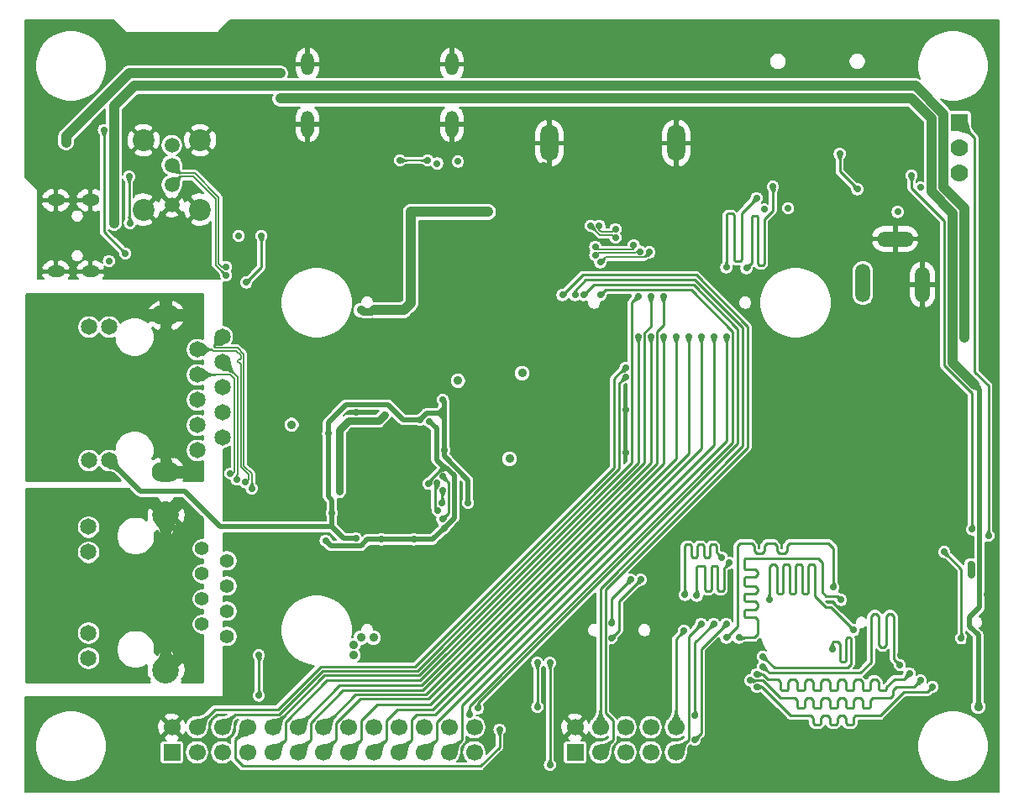
<source format=gbr>
%TF.GenerationSoftware,KiCad,Pcbnew,5.1.6-c6e7f7d~87~ubuntu18.04.1*%
%TF.CreationDate,2021-03-10T15:58:37+02:00*%
%TF.ProjectId,RK3328-SOM-EVB_Rev_A,524b3333-3238-42d5-934f-4d2d4556425f,A*%
%TF.SameCoordinates,Original*%
%TF.FileFunction,Copper,L4,Bot*%
%TF.FilePolarity,Positive*%
%FSLAX46Y46*%
G04 Gerber Fmt 4.6, Leading zero omitted, Abs format (unit mm)*
G04 Created by KiCad (PCBNEW 5.1.6-c6e7f7d~87~ubuntu18.04.1) date 2021-03-10 15:58:37*
%MOMM*%
%LPD*%
G01*
G04 APERTURE LIST*
%TA.AperFunction,ComponentPad*%
%ADD10O,1.300000X2.700000*%
%TD*%
%TA.AperFunction,ComponentPad*%
%ADD11O,1.300000X2.300000*%
%TD*%
%TA.AperFunction,ComponentPad*%
%ADD12C,2.200000*%
%TD*%
%TA.AperFunction,ComponentPad*%
%ADD13C,1.500000*%
%TD*%
%TA.AperFunction,ComponentPad*%
%ADD14O,1.800000X1.200000*%
%TD*%
%TA.AperFunction,ComponentPad*%
%ADD15C,1.700000*%
%TD*%
%TA.AperFunction,ComponentPad*%
%ADD16R,1.700000X1.700000*%
%TD*%
%TA.AperFunction,ComponentPad*%
%ADD17C,1.650000*%
%TD*%
%TA.AperFunction,ComponentPad*%
%ADD18O,2.800000X2.000000*%
%TD*%
%TA.AperFunction,ComponentPad*%
%ADD19C,1.410000*%
%TD*%
%TA.AperFunction,ComponentPad*%
%ADD20C,2.700000*%
%TD*%
%TA.AperFunction,ComponentPad*%
%ADD21O,1.500000X3.900000*%
%TD*%
%TA.AperFunction,ComponentPad*%
%ADD22O,1.500000X3.600000*%
%TD*%
%TA.AperFunction,ComponentPad*%
%ADD23O,3.700000X1.500000*%
%TD*%
%TA.AperFunction,ComponentPad*%
%ADD24R,1.422400X1.422400*%
%TD*%
%TA.AperFunction,ComponentPad*%
%ADD25R,1.778000X1.778000*%
%TD*%
%TA.AperFunction,ComponentPad*%
%ADD26C,1.778000*%
%TD*%
%TA.AperFunction,ComponentPad*%
%ADD27O,1.800000X3.700000*%
%TD*%
%TA.AperFunction,ViaPad*%
%ADD28C,0.900000*%
%TD*%
%TA.AperFunction,ViaPad*%
%ADD29C,0.700000*%
%TD*%
%TA.AperFunction,Conductor*%
%ADD30C,1.016000*%
%TD*%
%TA.AperFunction,Conductor*%
%ADD31C,0.762000*%
%TD*%
%TA.AperFunction,Conductor*%
%ADD32C,0.508000*%
%TD*%
%TA.AperFunction,Conductor*%
%ADD33C,0.254000*%
%TD*%
%TA.AperFunction,Conductor*%
%ADD34C,0.177800*%
%TD*%
%TA.AperFunction,Conductor*%
%ADD35C,0.152400*%
%TD*%
%TA.AperFunction,Conductor*%
%ADD36C,0.203200*%
%TD*%
%TA.AperFunction,Conductor*%
%ADD37C,0.025400*%
%TD*%
G04 APERTURE END LIST*
D10*
%TO.P,HDMI1,0*%
%TO.N,GND*%
X145095000Y-64290000D03*
X130495000Y-64290000D03*
D11*
X130495000Y-58240000D03*
X145095000Y-58240000D03*
%TD*%
D12*
%TO.P,USB-HOST1,0*%
%TO.N,GND*%
X119690000Y-72921000D03*
X113990000Y-72921000D03*
X119690000Y-65921000D03*
X113990000Y-65921000D03*
D13*
%TO.P,USB-HOST1,1*%
%TO.N,Net-(C1-Pad2)*%
X116840000Y-66421000D03*
%TO.P,USB-HOST1,2*%
%TO.N,/USB1-D_N*%
X116840000Y-68421000D03*
%TO.P,USB-HOST1,3*%
%TO.N,/USB1-D_P*%
X116840000Y-70421000D03*
%TO.P,USB-HOST1,4*%
%TO.N,GND*%
X116840000Y-72421000D03*
%TD*%
D14*
%TO.P,USB-OTG1,0*%
%TO.N,GND*%
X105160000Y-79165000D03*
X108630000Y-79165000D03*
X108630000Y-71965000D03*
X105160000Y-71965000D03*
%TD*%
D15*
%TO.P,EXT1,20*%
%TO.N,UART1_RTSN*%
X139700000Y-125095000D03*
%TO.P,EXT1,19*%
%TO.N,GPIO2_C4*%
X139700000Y-127635000D03*
%TO.P,EXT1,15*%
%TO.N,GPIO2_C2*%
X134620000Y-127635000D03*
%TO.P,EXT1,16*%
%TO.N,UART1_TX*%
X134620000Y-125095000D03*
%TO.P,EXT1,17*%
%TO.N,GPIO2_C3*%
X137160000Y-127635000D03*
%TO.P,EXT1,18*%
%TO.N,UART1_RX*%
X137160000Y-125095000D03*
%TO.P,EXT1,14*%
%TO.N,VDAC_OUT*%
X132080000Y-125095000D03*
%TO.P,EXT1,13*%
%TO.N,GPIO2_C1*%
X132080000Y-127635000D03*
%TO.P,EXT1,12*%
%TO.N,CODEC_AOR*%
X129540000Y-125095000D03*
%TO.P,EXT1,11*%
%TO.N,GPIO2_C0*%
X129540000Y-127635000D03*
D16*
%TO.P,EXT1,1*%
%TO.N,+3V3*%
X116840000Y-127635000D03*
D15*
%TO.P,EXT1,2*%
%TO.N,GND*%
X116840000Y-125095000D03*
%TO.P,EXT1,3*%
%TO.N,/GPIO1_D0*%
X119380000Y-127635000D03*
%TO.P,EXT1,4*%
%TO.N,/SARADC_IN0*%
X119380000Y-125095000D03*
%TO.P,EXT1,5*%
%TO.N,/GPIO1_D2*%
X121920000Y-127635000D03*
%TO.P,EXT1,6*%
%TO.N,/SARADC_IN1*%
X121920000Y-125095000D03*
%TO.P,EXT1,7*%
%TO.N,/GPIO1_D4*%
X124460000Y-127635000D03*
%TO.P,EXT1,8*%
%TO.N,CLK32K*%
X124460000Y-125095000D03*
%TO.P,EXT1,9*%
%TO.N,GPIO2_B7*%
X127000000Y-127635000D03*
%TO.P,EXT1,10*%
%TO.N,CODEC_AOL*%
X127000000Y-125095000D03*
%TO.P,EXT1,22*%
%TO.N,UART1_CTSN*%
X142240000Y-125095000D03*
%TO.P,EXT1,21*%
%TO.N,GPIO2_C5*%
X142240000Y-127635000D03*
%TO.P,EXT1,23*%
%TO.N,GPIO2_C6*%
X144780000Y-127635000D03*
%TO.P,EXT1,24*%
%TO.N,/IR_RX*%
X144780000Y-125095000D03*
%TO.P,EXT1,26*%
%TO.N,/SPDIF_TX_M0*%
X147320000Y-125095000D03*
%TO.P,EXT1,25*%
%TO.N,/PWM2*%
X147320000Y-127635000D03*
%TD*%
D17*
%TO.P,LAN1,1*%
%TO.N,/MDI[0]+*%
X119380000Y-97155000D03*
%TO.P,LAN1,2*%
%TO.N,/MDI[0]-*%
X121920000Y-95885000D03*
%TO.P,LAN1,3*%
%TO.N,/MDI[1]+*%
X119380000Y-94615000D03*
%TO.P,LAN1,4*%
%TO.N,/MDI[1]-*%
X121920000Y-93345000D03*
%TO.P,LAN1,5*%
%TO.N,Net-(C14-Pad2)*%
X119380000Y-92075000D03*
%TO.P,LAN1,6*%
%TO.N,Net-(C15-Pad2)*%
X121920000Y-90805000D03*
%TO.P,LAN1,7*%
%TO.N,/MDI[2]+*%
X119380000Y-89535000D03*
%TO.P,LAN1,8*%
%TO.N,/MDI[2]-*%
X121920000Y-88265000D03*
%TO.P,LAN1,9*%
%TO.N,/MDI[3]+*%
X119380000Y-86995000D03*
%TO.P,LAN1,10*%
%TO.N,/MDI[3]-*%
X121920000Y-85725000D03*
%TO.P,LAN1,11*%
%TO.N,/VDD33*%
X110490000Y-98171000D03*
%TO.P,LAN1,12*%
%TO.N,/PHYAD1*%
X108458000Y-98171000D03*
%TO.P,LAN1,13*%
%TO.N,/VDD33*%
X110490000Y-84709000D03*
%TO.P,LAN1,14*%
%TO.N,/PHYAD0*%
X108458000Y-84709000D03*
D18*
%TO.P,LAN1,SH1*%
%TO.N,/SH_Gigabit-ETH*%
X116230000Y-99340000D03*
%TO.P,LAN1,SH2*%
X116230000Y-83540000D03*
%TD*%
D19*
%TO.P,LAN2,1*%
%TO.N,/FEPHY_TX_P*%
X119857000Y-107051000D03*
%TO.P,LAN2,2*%
%TO.N,/FEPHY_TX_N*%
X122397000Y-108321000D03*
%TO.P,LAN2,3*%
%TO.N,/FEPHY_PWFBOUT*%
X119857000Y-109591000D03*
%TO.P,LAN2,4*%
%TO.N,N/C*%
X122397000Y-110861000D03*
%TO.P,LAN2,5*%
X119857000Y-112131000D03*
%TO.P,LAN2,6*%
%TO.N,/FEPHY_PWFBOUT*%
X122397000Y-113401000D03*
%TO.P,LAN2,7*%
%TO.N,/FEPHY_RX_P*%
X119857000Y-114671000D03*
%TO.P,LAN2,8*%
%TO.N,/FEPHY_RX_N*%
X122397000Y-115941000D03*
D17*
%TO.P,LAN2,AG1*%
%TO.N,/FEPHY_LED_LINK_M1*%
X108408500Y-115576000D03*
%TO.P,LAN2,AY1*%
%TO.N,/FEPHY_LED_DATA_M1*%
X108408500Y-104896000D03*
D20*
%TO.P,LAN2,GND1*%
%TO.N,/SH_Megabit-ETH*%
X116207000Y-103706000D03*
%TO.P,LAN2,GND2*%
X116207000Y-119306000D03*
D17*
%TO.P,LAN2,KG1*%
%TO.N,Net-(LAN2-PadKG1)*%
X108408500Y-118116000D03*
%TO.P,LAN2,KY1*%
%TO.N,Net-(LAN2-PadKY1)*%
X108408500Y-107436000D03*
%TD*%
D21*
%TO.P,PWR_J1,+*%
%TO.N,+5V_EXT*%
X186505000Y-80315000D03*
D22*
%TO.P,PWR_J1,-*%
%TO.N,GND*%
X192505000Y-80465000D03*
D23*
X189759000Y-75865000D03*
%TD*%
D24*
%TO.P,U9,49*%
%TO.N,GND*%
X138430000Y-100076000D03*
%TD*%
D25*
%TO.P,UART_DBG1,1*%
%TO.N,/DBG_UART2-TxD*%
X196215000Y-64135000D03*
D26*
%TO.P,UART_DBG1,2*%
%TO.N,Net-(D2-Pad1)*%
X196215000Y-66675000D03*
%TO.P,UART_DBG1,3*%
%TO.N,GND*%
X196215000Y-69215000D03*
%TD*%
D16*
%TO.P,UEXT1,1*%
%TO.N,+3V3*%
X157480000Y-127635000D03*
D15*
%TO.P,UEXT1,2*%
%TO.N,GND*%
X157480000Y-125095000D03*
%TO.P,UEXT1,3*%
%TO.N,UART1_TX*%
X160020000Y-127635000D03*
%TO.P,UEXT1,4*%
%TO.N,UART1_RX*%
X160020000Y-125095000D03*
%TO.P,UEXT1,5*%
%TO.N,I2C1_SCL_PMIC*%
X162560000Y-127635000D03*
%TO.P,UEXT1,6*%
%TO.N,I2C1_SDA_PMIC*%
X162560000Y-125095000D03*
%TO.P,UEXT1,7*%
%TO.N,/SPI_RXD_M2*%
X165100000Y-127635000D03*
%TO.P,UEXT1,8*%
%TO.N,/SPI_TXD_M2*%
X165100000Y-125095000D03*
%TO.P,UEXT1,9*%
%TO.N,/SPI_CLK_M2*%
X167640000Y-127635000D03*
%TO.P,UEXT1,10*%
%TO.N,/SPI_CSN1_M0*%
X167640000Y-125095000D03*
%TD*%
D27*
%TO.P,USB3.0_TYPE-A1,0*%
%TO.N,GND*%
X167690000Y-66210000D03*
X154890000Y-66210000D03*
%TD*%
D28*
%TO.N,+5V*%
X140906500Y-73152028D03*
X148717000Y-73152000D03*
X135890000Y-83058000D03*
X137160000Y-83058000D03*
X138430000Y-83058000D03*
X139700000Y-83058000D03*
X197739000Y-90551000D03*
X171069000Y-61722000D03*
X151511000Y-61722000D03*
X127762000Y-61722000D03*
X127762000Y-59182000D03*
X106172000Y-66167000D03*
X198120000Y-123063000D03*
D29*
%TO.N,GND*%
X135001000Y-70485000D03*
X138049000Y-70485000D03*
X140982512Y-70491556D03*
X140970000Y-63754000D03*
X138303000Y-63754000D03*
X136779000Y-63754000D03*
X135255000Y-63754000D03*
X133858000Y-63754000D03*
X148971000Y-64389000D03*
D28*
X135636000Y-81661000D03*
X137414000Y-81661000D03*
X138430000Y-81661000D03*
X139700000Y-81661000D03*
D29*
X159074594Y-70168142D03*
X163449000Y-71120000D03*
X161290000Y-68834000D03*
X158242000Y-68834000D03*
X166243000Y-73660000D03*
X184785000Y-73025000D03*
X123571000Y-74676000D03*
D28*
X126111000Y-68961000D03*
X126111000Y-66929000D03*
X106172000Y-67818000D03*
X122809000Y-83566000D03*
X122809000Y-80772000D03*
X123825000Y-82169000D03*
D29*
X123571000Y-72708998D03*
X126746000Y-74803000D03*
X126492000Y-92075000D03*
X126492000Y-90805000D03*
X130048000Y-98552000D03*
X131318000Y-101344990D03*
X131318000Y-102870000D03*
X135890000Y-112014000D03*
X137160000Y-112014000D03*
X135001000Y-113157000D03*
X135382000Y-93345000D03*
X131191000Y-90043000D03*
X193589789Y-108796305D03*
X186436000Y-116586000D03*
X186436000Y-117856000D03*
X188721439Y-117855439D03*
X190246000Y-117856000D03*
X194564000Y-120904000D03*
X163830000Y-112014000D03*
X165100000Y-112014000D03*
X199009000Y-114427000D03*
X199009000Y-111760000D03*
D28*
X178308000Y-130937000D03*
X183642000Y-130937000D03*
X185928000Y-130937000D03*
X176022000Y-130937000D03*
X189992000Y-130937000D03*
D29*
X138938000Y-91313008D03*
X141859000Y-92075000D03*
D28*
X123825000Y-101854000D03*
X122809000Y-103251000D03*
X167259000Y-78105000D03*
D29*
X127254000Y-105791000D03*
X127254000Y-109601000D03*
X133096000Y-109474000D03*
X134302500Y-109474000D03*
X137922000Y-108458000D03*
X141605000Y-109728000D03*
X145923000Y-105664000D03*
X146558000Y-105029000D03*
X146557999Y-98933001D03*
X146812000Y-96901000D03*
X162565590Y-97409000D03*
X162565590Y-93091000D03*
X192386048Y-119357557D03*
X193422121Y-120143121D03*
X191473484Y-118448484D03*
D28*
X109855000Y-54610000D03*
X112395000Y-55880000D03*
X114935000Y-55880000D03*
X117475000Y-55880000D03*
X120015000Y-55880000D03*
X122555000Y-55880000D03*
X123825000Y-54610000D03*
X125095000Y-55880000D03*
X127635000Y-55880000D03*
X126365000Y-54610000D03*
X128905000Y-54610000D03*
X130175000Y-55880000D03*
X131445000Y-54610000D03*
X132715000Y-55880000D03*
X133985000Y-54610000D03*
X135255000Y-55880000D03*
X136525000Y-54610000D03*
X137795000Y-55880000D03*
X140335000Y-55880000D03*
X139065000Y-54610000D03*
X141605000Y-54610000D03*
X142875000Y-55880000D03*
X144145000Y-54610000D03*
X145415000Y-55880000D03*
X147955000Y-55880000D03*
X146685000Y-54610000D03*
X150495000Y-55880000D03*
X149225000Y-54610000D03*
X153035000Y-55880000D03*
X151765000Y-54610000D03*
X154305000Y-54610000D03*
X155575000Y-55880000D03*
X156845000Y-54610000D03*
X158115000Y-55880000D03*
X160655000Y-55880000D03*
X159385000Y-54610000D03*
X163195000Y-55880000D03*
X161925000Y-54610000D03*
X165735000Y-55880000D03*
X164465000Y-54610000D03*
X167005000Y-54610000D03*
X168275000Y-55880000D03*
X167005000Y-54610000D03*
X168275000Y-55880000D03*
X170815000Y-55880000D03*
X169545000Y-54610000D03*
X172085000Y-54610000D03*
X173355000Y-55880000D03*
X174625000Y-54610000D03*
X175895000Y-55880000D03*
X178435000Y-55880000D03*
X177165000Y-54610000D03*
X180975000Y-55880000D03*
X179705000Y-54610000D03*
X183515000Y-55880000D03*
X182245000Y-54610000D03*
X186055000Y-55880000D03*
X184785000Y-54610000D03*
X187325000Y-54610000D03*
X188595000Y-55880000D03*
X191135000Y-55880000D03*
X189865000Y-54610000D03*
X192405000Y-54610000D03*
D29*
X197251269Y-116333443D03*
D28*
X186182000Y-111633000D03*
X199390000Y-60960000D03*
X199390000Y-63500000D03*
X199390000Y-66040000D03*
X199390000Y-68580000D03*
X199390000Y-71120000D03*
X199390000Y-73660000D03*
X199390000Y-76200000D03*
X199390000Y-78740000D03*
X199390000Y-81280000D03*
X199390000Y-83820000D03*
X199390000Y-86360000D03*
X199390000Y-88900000D03*
X189865000Y-78740000D03*
X189865000Y-81280000D03*
X189865000Y-83820000D03*
X184785000Y-76200000D03*
X182245000Y-76200000D03*
X184785000Y-78740000D03*
X184785000Y-81280000D03*
X184785000Y-83820000D03*
X184785000Y-86360000D03*
X184785000Y-88900000D03*
X184785000Y-91440000D03*
X184785000Y-93980000D03*
X184785000Y-96520000D03*
X184785000Y-99060000D03*
X184785000Y-101600000D03*
X184785000Y-104140000D03*
X187325000Y-93980000D03*
X189865000Y-93980000D03*
X192405000Y-93980000D03*
X194945000Y-93980000D03*
X187325000Y-96520000D03*
X189865000Y-96520000D03*
X192405000Y-96520000D03*
X194945000Y-96520000D03*
X187325000Y-99060000D03*
X189865000Y-99060000D03*
X192405000Y-99060000D03*
X194945000Y-99060000D03*
X187325000Y-101600000D03*
X189865000Y-101600000D03*
X194945000Y-101600000D03*
X192405000Y-101600000D03*
X187325000Y-104140000D03*
X189865000Y-104140000D03*
X194945000Y-104140000D03*
X192405000Y-104140000D03*
X179705000Y-76200000D03*
X182245000Y-78740000D03*
X182245000Y-86360000D03*
X179705000Y-86360000D03*
X177165000Y-86360000D03*
X177165000Y-88900000D03*
X179705000Y-88900000D03*
X182245000Y-88900000D03*
X182245000Y-91440000D03*
X179705000Y-91440000D03*
X177165000Y-91440000D03*
X177165000Y-93980000D03*
X179705000Y-93980000D03*
X182245000Y-93980000D03*
X182245000Y-96520000D03*
X179705000Y-96520000D03*
X177165000Y-96520000D03*
X177165000Y-99060000D03*
X179705000Y-99060000D03*
X182245000Y-99060000D03*
X182245000Y-101600000D03*
X179705000Y-101600000D03*
X177165000Y-101600000D03*
X177165000Y-104140000D03*
X179705000Y-104140000D03*
X182245000Y-104140000D03*
X174625000Y-104140000D03*
X172085000Y-104140000D03*
X174625000Y-101600000D03*
X184785000Y-63500000D03*
X187325000Y-63500000D03*
X182245000Y-63500000D03*
X179705000Y-63500000D03*
X177165000Y-63500000D03*
X174625000Y-63500000D03*
X161925000Y-63500000D03*
X159385000Y-63500000D03*
X156845000Y-63500000D03*
X154305000Y-63500000D03*
X154305000Y-71120000D03*
X154305000Y-73660000D03*
X154305000Y-76200000D03*
X154305000Y-68580000D03*
X151765000Y-71120000D03*
X151765000Y-73660000D03*
X132080000Y-68580000D03*
X129540000Y-68580000D03*
X132080000Y-71120000D03*
X129540000Y-71120000D03*
X132080000Y-73660000D03*
X129540000Y-73660000D03*
X129540000Y-76200000D03*
X132080000Y-76200000D03*
X187325000Y-126365000D03*
X187325000Y-128905000D03*
X184785000Y-128905000D03*
X184785000Y-126365000D03*
X179705000Y-126365000D03*
X179705000Y-128905000D03*
X182245000Y-126365000D03*
X182245000Y-128905000D03*
X177165000Y-126365000D03*
X177165000Y-128905000D03*
X174625000Y-128905000D03*
X174625000Y-126365000D03*
X172085000Y-128905000D03*
X172085000Y-126365000D03*
X172085000Y-130810000D03*
X174625000Y-130810000D03*
X169545000Y-130810000D03*
X167005000Y-130810000D03*
X164465000Y-130810000D03*
X161925000Y-130810000D03*
X192405000Y-130810000D03*
X199390000Y-130810000D03*
X199390000Y-128270000D03*
X199390000Y-125730000D03*
X199390000Y-123190000D03*
X199390000Y-120650000D03*
X199390000Y-118110000D03*
X199390000Y-115570000D03*
X199390000Y-110490000D03*
X199390000Y-107950000D03*
X151765000Y-130810000D03*
X159385000Y-130810000D03*
X156845000Y-130810000D03*
X154305000Y-130810000D03*
X149225000Y-130810000D03*
X146685000Y-130810000D03*
X144145000Y-130810000D03*
X141605000Y-130810000D03*
X139065000Y-130810000D03*
X136525000Y-130810000D03*
X133985000Y-130810000D03*
X131445000Y-130810000D03*
X128905000Y-130810000D03*
X126365000Y-130810000D03*
X123825000Y-130810000D03*
X121285000Y-130810000D03*
X118745000Y-130810000D03*
X116205000Y-130810000D03*
X113665000Y-130810000D03*
X111125000Y-130810000D03*
X111125000Y-128270000D03*
X113665000Y-128270000D03*
X111125000Y-125730000D03*
X113665000Y-125730000D03*
X111125000Y-123190000D03*
X113665000Y-123190000D03*
X108585000Y-123190000D03*
X103505000Y-123190000D03*
X103505000Y-60960000D03*
X103505000Y-63500000D03*
X103505000Y-66040000D03*
X103505000Y-68580000D03*
D29*
X127254000Y-117221000D03*
X192502647Y-109518318D03*
X185420000Y-114173000D03*
X146812000Y-67056000D03*
X144272000Y-67056000D03*
X145542000Y-67056000D03*
X163449000Y-73660000D03*
X135001000Y-112014000D03*
X135382000Y-91567000D03*
X135382000Y-90424000D03*
%TO.N,+3V3*%
X143570952Y-68265040D03*
X189992000Y-73152000D03*
X178943000Y-72771000D03*
X123571000Y-75565000D03*
X192283590Y-70684752D03*
X145669000Y-68072000D03*
X110490000Y-78105000D03*
D28*
X137160000Y-116078000D03*
X135890000Y-116078000D03*
X135128000Y-116840000D03*
X135128000Y-117856000D03*
D29*
X197358000Y-109728000D03*
X197358000Y-108712000D03*
X176530000Y-72898000D03*
D28*
X128905000Y-94615000D03*
X152146000Y-89408000D03*
D29*
%TO.N,CODEC_AOL*%
X163830000Y-81661000D03*
%TO.N,CODEC_AOR*%
X165100000Y-81661000D03*
%TO.N,VDAC_OUT*%
X166370000Y-81661000D03*
%TO.N,CLK32K*%
X149860000Y-125348996D03*
%TO.N,I2C1_SDA_PMIC*%
X153670000Y-118618000D03*
X153670000Y-123063000D03*
%TO.N,I2C1_SCL_PMIC*%
X154940000Y-118618000D03*
X154940000Y-128905000D03*
%TO.N,UART1_CTSN*%
X160020000Y-81534000D03*
X146812000Y-123819410D03*
%TO.N,UART1_RTSN*%
X147701000Y-123190000D03*
X158333642Y-81525722D03*
%TO.N,UART1_RX*%
X157480020Y-81534004D03*
%TO.N,UART1_TX*%
X156210000Y-81534000D03*
%TO.N,GPIO2_C6*%
X172720000Y-85725000D03*
%TO.N,GPIO2_C5*%
X171450000Y-85725000D03*
%TO.N,GPIO2_C4*%
X170180000Y-85725000D03*
%TO.N,GPIO2_C3*%
X168910000Y-85725000D03*
%TO.N,GPIO2_C2*%
X167640000Y-85725000D03*
%TO.N,GPIO2_C1*%
X166370000Y-85725000D03*
%TO.N,GPIO2_C0*%
X165100000Y-85725000D03*
%TO.N,GPIO2_B7*%
X163830000Y-85725000D03*
%TO.N,/USB1-D_N*%
X122301000Y-78694800D03*
%TO.N,/USB0-DRV*%
X109982000Y-64897000D03*
X112141000Y-77343000D03*
%TO.N,/USB0-VBUSDET*%
X112522000Y-69596000D03*
X112610599Y-74256599D03*
%TO.N,/USB1-D_P*%
X122301000Y-79547200D03*
%TO.N,/USB1-DRV*%
X124333000Y-80264000D03*
X125857000Y-75565000D03*
%TO.N,/USB30_RX_P*%
X159512000Y-77515200D03*
X164004369Y-77136369D03*
%TO.N,/HCEC*%
X142621000Y-67945000D03*
X139827000Y-67945000D03*
%TO.N,/USB30_RX_N*%
X159512000Y-76662800D03*
X163401631Y-76533631D03*
%TO.N,/USB30_D_P*%
X161544000Y-75737200D03*
X159073800Y-74549000D03*
%TO.N,/USB30_D_N*%
X161544000Y-74884800D03*
X159926200Y-74549000D03*
%TO.N,/USB30_DRV*%
X160020000Y-78232000D03*
X164973000Y-77216000D03*
%TO.N,/DBG_UART2-RxD*%
X191389000Y-69469000D03*
X163068000Y-110236000D03*
X161157410Y-114580420D03*
X197485000Y-105156000D03*
%TO.N,/DBG_UART2-TxD*%
X164084421Y-110236210D03*
X161157410Y-116118932D03*
X199136000Y-105790996D03*
%TO.N,/SPI_CSN1_M0*%
X168465500Y-115379500D03*
%TO.N,/SARADC_IN1*%
X162565590Y-89777899D03*
%TO.N,/SARADC_IN0*%
X162560000Y-88900008D03*
D28*
%TO.N,+5V_USBOTG*%
X110998000Y-74295000D03*
X196723000Y-85852000D03*
D29*
%TO.N,/VDD33*%
X132587994Y-95504000D03*
X132969000Y-103504996D03*
X141859000Y-94107000D03*
X135382000Y-106045000D03*
X146685000Y-102489000D03*
X144272000Y-97155000D03*
X144145000Y-92090402D03*
%TO.N,Net-(C18-Pad1)*%
X133731000Y-98806000D03*
X133731000Y-101344990D03*
X138303000Y-93599000D03*
D28*
X145668998Y-90170000D03*
D29*
%TO.N,Net-(C21-Pad1)*%
X137947853Y-106161806D03*
X132334000Y-106299000D03*
X141224000Y-106172000D03*
X142711316Y-100556975D03*
X144272000Y-98933000D03*
X144272000Y-105029000D03*
D28*
X150876000Y-98044000D03*
D29*
X142774863Y-94260863D03*
%TO.N,/eMMC_CMD*%
X172275500Y-108013500D03*
X168529000Y-111760000D03*
%TO.N,/eMMC_RST*%
X169735500Y-111823500D03*
X173037500Y-108521500D03*
%TO.N,/SPI_CLK_M2*%
X170180000Y-114681000D03*
%TO.N,/SPI_TXD_M2*%
X171450000Y-114681000D03*
X169545000Y-123952000D03*
%TO.N,/SPI_RXD_M2*%
X172720000Y-114681000D03*
X169545000Y-126365000D03*
%TO.N,/eMMC_CLK*%
X194691002Y-107442002D03*
X196401000Y-116137008D03*
%TO.N,/eMMC_D7*%
X193505484Y-121031000D03*
X175768000Y-121031000D03*
%TO.N,/eMMC_D6*%
X175133000Y-120396000D03*
X192279121Y-120396000D03*
%TO.N,/eMMC_D5*%
X191177242Y-119676242D03*
X175768000Y-119761000D03*
%TO.N,/eMMC_D4*%
X190202923Y-118828923D03*
X176403000Y-118999000D03*
%TO.N,/eMMC_D3*%
X183388000Y-117221000D03*
X176403000Y-117983000D03*
%TO.N,/eMMC_D2*%
X172720000Y-116078000D03*
X183515000Y-110998000D03*
%TO.N,/eMMC_D1*%
X173990000Y-116078000D03*
X184277000Y-112268000D03*
%TO.N,/eMMC_D0*%
X177038000Y-112268000D03*
X185547000Y-115316000D03*
%TO.N,/SDMMC0_CMD*%
X177419000Y-70612000D03*
X174752002Y-78803500D03*
%TO.N,/SDMMC0_D3*%
X172720000Y-78740000D03*
X175767996Y-71755000D03*
%TO.N,/SDMMC0_D2*%
X185928000Y-70866000D03*
X184150000Y-67292598D03*
%TO.N,/MDI[2]+*%
X122761631Y-99520631D03*
%TO.N,/MDI[2]-*%
X123364369Y-100123369D03*
%TO.N,/MDI[3]+*%
X124285631Y-100409631D03*
%TO.N,/MDI[3]-*%
X124888369Y-101012369D03*
%TO.N,Net-(RM1-Pad1.2)*%
X144145561Y-99822561D03*
X144118137Y-104113137D03*
%TO.N,Net-(RM1-Pad2.2)*%
X143637000Y-103250984D03*
X143557128Y-100451101D03*
%TO.N,Net-(RM1-Pad3.2)*%
X144087588Y-102489000D03*
X144107363Y-101196590D03*
D28*
%TO.N,/SH_Gigabit-ETH*%
X116230000Y-91415000D03*
X116230000Y-88900000D03*
X116230000Y-86360000D03*
X116205000Y-93980000D03*
X116205000Y-96520000D03*
X114325000Y-91415000D03*
X114300000Y-93980000D03*
X114325000Y-88900000D03*
X112395000Y-93980000D03*
X112420000Y-88900000D03*
X112420000Y-91415000D03*
X107975000Y-91415000D03*
X107950000Y-93980000D03*
X107975000Y-88900000D03*
X106045000Y-93980000D03*
X106070000Y-88900000D03*
X106070000Y-91415000D03*
X106070000Y-86360000D03*
X106070000Y-83820000D03*
X106045000Y-81915000D03*
X107950000Y-81915000D03*
X110490000Y-81915000D03*
X113030000Y-81915000D03*
X116205000Y-81915000D03*
X106045000Y-96520000D03*
X106045000Y-99060000D03*
X103530000Y-83820000D03*
X103530000Y-88900000D03*
X103505000Y-96520000D03*
X103505000Y-99060000D03*
X103505000Y-81915000D03*
X103530000Y-86360000D03*
X103530000Y-91415000D03*
X103505000Y-93980000D03*
%TO.N,/SH_Megabit-ETH*%
X116205000Y-110109000D03*
X116207000Y-112014000D03*
X116207000Y-113919000D03*
X113667000Y-113919000D03*
X113665000Y-110109000D03*
X113667000Y-112014000D03*
X111127000Y-112014000D03*
X111127000Y-113919000D03*
X111125000Y-110109000D03*
X108587000Y-112014000D03*
X108585000Y-110109000D03*
X108587000Y-113919000D03*
X106047000Y-112014000D03*
X106047000Y-113919000D03*
X106045000Y-110109000D03*
X106045000Y-107950000D03*
X106045000Y-105410000D03*
X106045000Y-102870000D03*
X106047000Y-116840000D03*
X106045000Y-119380000D03*
X103505000Y-119380000D03*
X103507000Y-112014000D03*
X103507000Y-116840000D03*
X103505000Y-105410000D03*
X103505000Y-107950000D03*
X103505000Y-102870000D03*
X103507000Y-113919000D03*
X103505000Y-110109000D03*
D29*
%TO.N,Net-(LAN2-PadKG1)*%
X125603000Y-117856000D03*
X125602439Y-121919439D03*
%TD*%
D30*
%TO.N,+5V*%
X140906500Y-73152028D02*
X148716972Y-73152028D01*
X148716972Y-73152028D02*
X148717000Y-73152000D01*
D31*
X137070434Y-83058000D02*
X137160000Y-83058000D01*
X136949033Y-83179401D02*
X137070434Y-83058000D01*
X136100967Y-83179401D02*
X136949033Y-83179401D01*
X135890000Y-83058000D02*
X135979566Y-83058000D01*
X135979566Y-83058000D02*
X136100967Y-83179401D01*
X137160000Y-83058000D02*
X138430000Y-83058000D01*
D30*
X138430000Y-83058000D02*
X139700000Y-83058000D01*
X139700000Y-83058000D02*
X140208000Y-83058000D01*
X140906500Y-82359500D02*
X140906500Y-73152028D01*
X140208000Y-83058000D02*
X140906500Y-82359500D01*
X138430000Y-83058000D02*
X137258394Y-83058000D01*
X171069000Y-61722000D02*
X151511000Y-61722000D01*
X151511000Y-61722000D02*
X127762000Y-61722000D01*
X106172000Y-65532000D02*
X106172000Y-66167000D01*
X127762000Y-59182000D02*
X112522000Y-59182000D01*
X112522000Y-59182000D02*
X106172000Y-65532000D01*
D32*
X198247000Y-91059000D02*
X198247000Y-113030000D01*
X197244599Y-114032401D02*
X197244599Y-114948599D01*
X198120000Y-115824000D02*
X198120000Y-123063000D01*
X197244599Y-114948599D02*
X198120000Y-115824000D01*
X197739000Y-90551000D02*
X198247000Y-91059000D01*
X198247000Y-113030000D02*
X197244599Y-114032401D01*
D30*
X191389000Y-61722000D02*
X171069000Y-61722000D01*
X193421000Y-63754000D02*
X191389000Y-61722000D01*
X193421000Y-71120000D02*
X193421000Y-63754000D01*
X195554590Y-73253590D02*
X193421000Y-71120000D01*
X197739000Y-90551000D02*
X195554590Y-88366590D01*
X195554590Y-88366590D02*
X195554590Y-73253590D01*
D31*
%TO.N,+3V3*%
X197358000Y-108712000D02*
X197358000Y-109728000D01*
D33*
%TO.N,CODEC_AOL*%
X163480001Y-82010999D02*
X163830000Y-81661000D01*
X163195000Y-82296000D02*
X163480001Y-82010999D01*
X163195000Y-98425000D02*
X163195000Y-82296000D01*
X132207000Y-119888000D02*
X141732000Y-119888000D01*
X127000000Y-125095000D02*
X132207000Y-119888000D01*
X141732000Y-119888000D02*
X163195000Y-98425000D01*
%TO.N,CODEC_AOR*%
X129540000Y-125095000D02*
X133731000Y-120904000D01*
X133731000Y-120904000D02*
X141986000Y-120904000D01*
X141986000Y-120904000D02*
X164465000Y-98425000D01*
X164465000Y-98425000D02*
X164465000Y-85344000D01*
X164465000Y-85344000D02*
X165100000Y-84709000D01*
X165100000Y-84709000D02*
X165100000Y-81661000D01*
%TO.N,VDAC_OUT*%
X142468589Y-121818411D02*
X165735000Y-98552000D01*
X166370000Y-84582000D02*
X166370000Y-81661000D01*
X165735000Y-85217000D02*
X166370000Y-84582000D01*
X132080000Y-125095000D02*
X135356589Y-121818411D01*
X165735000Y-98552000D02*
X165735000Y-85217000D01*
X135356589Y-121818411D02*
X142468589Y-121818411D01*
%TO.N,CLK32K*%
X149860000Y-127127000D02*
X149860000Y-125348996D01*
X147955000Y-129032000D02*
X149860000Y-127127000D01*
X123952000Y-129032000D02*
X147955000Y-129032000D01*
X124460000Y-125095000D02*
X123190000Y-126365000D01*
X123190000Y-128270000D02*
X123952000Y-129032000D01*
X123190000Y-126365000D02*
X123190000Y-128270000D01*
%TO.N,I2C1_SDA_PMIC*%
X153670000Y-118618000D02*
X153670000Y-123063000D01*
%TO.N,I2C1_SCL_PMIC*%
X154940000Y-118618000D02*
X154940000Y-128905000D01*
%TO.N,UART1_CTSN*%
X173355000Y-85217000D02*
X173355000Y-96406026D01*
X169164000Y-81026000D02*
X173355000Y-85217000D01*
X173355000Y-96406026D02*
X146812000Y-122949026D01*
X160020000Y-81534000D02*
X160528000Y-81026000D01*
X160528000Y-81026000D02*
X169164000Y-81026000D01*
X146812000Y-122949026D02*
X146812000Y-123819410D01*
%TO.N,UART1_RTSN*%
X173863000Y-96520000D02*
X147701000Y-122682000D01*
X173863000Y-84963000D02*
X173863000Y-96520000D01*
X169418000Y-80518000D02*
X173863000Y-84963000D01*
X158333642Y-81525722D02*
X159341364Y-80518000D01*
X147701000Y-122682000D02*
X147701000Y-123190000D01*
X159341364Y-80518000D02*
X169418000Y-80518000D01*
%TO.N,UART1_RX*%
X157480020Y-81039030D02*
X157480020Y-81534004D01*
X160020000Y-111125000D02*
X174371000Y-96774000D01*
X160020000Y-125095000D02*
X160020000Y-111125000D01*
X158509050Y-80010000D02*
X157480020Y-81039030D01*
X174371000Y-96774000D02*
X174371000Y-84836000D01*
X174371000Y-84836000D02*
X169545000Y-80010000D01*
X169545000Y-80010000D02*
X158509050Y-80010000D01*
%TO.N,UART1_TX*%
X158242000Y-79502000D02*
X156210000Y-81534000D01*
X169672000Y-79502000D02*
X158242000Y-79502000D01*
X174879000Y-84709000D02*
X169672000Y-79502000D01*
X161290000Y-126365000D02*
X161290000Y-124460000D01*
X160020000Y-127635000D02*
X161290000Y-126365000D01*
X161290000Y-124460000D02*
X160528000Y-123698000D01*
X160528000Y-123698000D02*
X160528000Y-111252000D01*
X160528000Y-111252000D02*
X174879000Y-96901000D01*
X174879000Y-96901000D02*
X174879000Y-84709000D01*
%TO.N,GPIO2_C6*%
X146050000Y-122936000D02*
X172720000Y-96266000D01*
X144780000Y-127635000D02*
X146050000Y-126365000D01*
X146050000Y-126365000D02*
X146050000Y-122936000D01*
X172720000Y-96266000D02*
X172720000Y-85725000D01*
%TO.N,GPIO2_C5*%
X171450000Y-96647000D02*
X171450000Y-85725000D01*
X143510000Y-124587000D02*
X171450000Y-96647000D01*
X142240000Y-127635000D02*
X143510000Y-126365000D01*
X143510000Y-126365000D02*
X143510000Y-124587000D01*
%TO.N,GPIO2_C4*%
X170180000Y-97028000D02*
X170180000Y-85725000D01*
X143383000Y-123825000D02*
X170180000Y-97028000D01*
X141478000Y-123825000D02*
X143383000Y-123825000D01*
X140970000Y-124333000D02*
X141478000Y-123825000D01*
X139700000Y-127635000D02*
X140970000Y-126365000D01*
X140970000Y-126365000D02*
X140970000Y-124333000D01*
%TO.N,GPIO2_C3*%
X138430000Y-126365000D02*
X138430000Y-124460000D01*
X137160000Y-127635000D02*
X138430000Y-126365000D01*
X138430000Y-124460000D02*
X139573000Y-123317000D01*
X139573000Y-123317000D02*
X143129000Y-123317000D01*
X168910000Y-97536000D02*
X168910000Y-85725000D01*
X143129000Y-123317000D02*
X168910000Y-97536000D01*
%TO.N,GPIO2_C2*%
X135890000Y-124460000D02*
X137541000Y-122809000D01*
X134620000Y-127635000D02*
X135890000Y-126365000D01*
X135890000Y-126365000D02*
X135890000Y-124460000D01*
X137541000Y-122809000D02*
X142875000Y-122809000D01*
X142875000Y-122809000D02*
X167640000Y-98044000D01*
X167640000Y-98044000D02*
X167640000Y-85725000D01*
%TO.N,GPIO2_C1*%
X133350000Y-124693486D02*
X135818664Y-122224822D01*
X135818664Y-122224822D02*
X142697178Y-122224822D01*
X132080000Y-127635000D02*
X133350000Y-126365000D01*
X133350000Y-126365000D02*
X133350000Y-124693486D01*
X142697178Y-122224822D02*
X166370000Y-98552000D01*
X166370000Y-98552000D02*
X166370000Y-85725000D01*
%TO.N,GPIO2_C0*%
X129540000Y-127635000D02*
X130810000Y-126365000D01*
X130810000Y-124693486D02*
X134091486Y-121412000D01*
X130810000Y-126365000D02*
X130810000Y-124693486D01*
X134091486Y-121412000D02*
X142113000Y-121412000D01*
X142113000Y-121412000D02*
X165100000Y-98425000D01*
X165100000Y-98425000D02*
X165100000Y-85725000D01*
%TO.N,GPIO2_B7*%
X127000000Y-127635000D02*
X128270000Y-126365000D01*
X128270000Y-126365000D02*
X128270000Y-124587000D01*
X128270000Y-124587000D02*
X132461000Y-120396000D01*
X132461000Y-120396000D02*
X141859000Y-120396000D01*
X141859000Y-120396000D02*
X163830000Y-98425000D01*
X163830000Y-98425000D02*
X163830000Y-85725000D01*
D34*
%TO.N,/USB1-D_N*%
X116840000Y-68421000D02*
X117674900Y-69255900D01*
X119146388Y-69255900D02*
X121577100Y-71686612D01*
X117674900Y-69255900D02*
X119146388Y-69255900D01*
X121577100Y-71686612D02*
X121577100Y-78356326D01*
X121577100Y-78356326D02*
X121915574Y-78694800D01*
X121915574Y-78694800D02*
X122301000Y-78694800D01*
D33*
%TO.N,/USB0-DRV*%
X109982000Y-75184000D02*
X112141000Y-77343000D01*
X109982000Y-64897000D02*
X109982000Y-75184000D01*
%TO.N,/USB0-VBUSDET*%
X112522000Y-69596000D02*
X112522000Y-74168000D01*
X112522000Y-74168000D02*
X112610599Y-74256599D01*
D34*
%TO.N,/USB1-D_P*%
X121246900Y-78493100D02*
X122301000Y-79547200D01*
X121246900Y-71823388D02*
X121246900Y-78493100D01*
X116840000Y-70421000D02*
X117674900Y-69586100D01*
X119009612Y-69586100D02*
X121246900Y-71823388D01*
X117674900Y-69586100D02*
X119009612Y-69586100D01*
D33*
%TO.N,/USB1-DRV*%
X124333000Y-80264000D02*
X125857000Y-78740000D01*
X125857000Y-78740000D02*
X125857000Y-75565000D01*
D34*
%TO.N,/USB30_RX_P*%
X159773100Y-77254100D02*
X159512000Y-77515200D01*
X163517387Y-77254100D02*
X159773100Y-77254100D01*
X163635118Y-77136369D02*
X163517387Y-77254100D01*
X164004369Y-77136369D02*
X163635118Y-77136369D01*
D35*
%TO.N,/HCEC*%
X142621000Y-67945000D02*
X139827000Y-67945000D01*
D34*
%TO.N,/USB30_RX_N*%
X163401631Y-76533631D02*
X163401631Y-76902882D01*
X163401631Y-76902882D02*
X163380613Y-76923900D01*
X163380613Y-76923900D02*
X159773100Y-76923900D01*
X159773100Y-76923900D02*
X159512000Y-76662800D01*
%TO.N,/USB30_D_P*%
X160000900Y-75476100D02*
X161282900Y-75476100D01*
X159073800Y-74549000D02*
X160000900Y-75476100D01*
X161282900Y-75476100D02*
X161544000Y-75737200D01*
%TO.N,/USB30_D_N*%
X159926200Y-74549000D02*
X159926200Y-74934426D01*
X159926200Y-74934426D02*
X160137674Y-75145900D01*
X161282900Y-75145900D02*
X161544000Y-74884800D01*
X160137674Y-75145900D02*
X161282900Y-75145900D01*
D35*
%TO.N,/USB30_DRV*%
X160020000Y-78232000D02*
X160528000Y-77724000D01*
X160528000Y-77724000D02*
X164465000Y-77724000D01*
X164465000Y-77724000D02*
X164973000Y-77216000D01*
D33*
%TO.N,/DBG_UART2-RxD*%
X161157410Y-112146590D02*
X161157410Y-114580420D01*
X163068000Y-110236000D02*
X161157410Y-112146590D01*
X194691000Y-88646000D02*
X197485000Y-91440000D01*
X191389000Y-69469000D02*
X191389000Y-70739000D01*
X197485000Y-91440000D02*
X197485000Y-105156000D01*
X194691000Y-74041000D02*
X194691000Y-88646000D01*
X191389000Y-70739000D02*
X194691000Y-74041000D01*
%TO.N,/DBG_UART2-TxD*%
X161925000Y-115351342D02*
X161157410Y-116118932D01*
X164084421Y-110236210D02*
X161925000Y-112395631D01*
X161925000Y-112395631D02*
X161925000Y-115351342D01*
X197739000Y-65659000D02*
X197739000Y-89281000D01*
X196215000Y-64135000D02*
X197739000Y-65659000D01*
X199136000Y-90678000D02*
X199136000Y-105790996D01*
X197739000Y-89281000D02*
X199136000Y-90678000D01*
%TO.N,/SPI_CSN1_M0*%
X167640000Y-116205000D02*
X167640000Y-125095000D01*
X168465500Y-115379500D02*
X167640000Y-116205000D01*
%TO.N,/SARADC_IN1*%
X121920000Y-125095000D02*
X123190000Y-123825000D01*
X161925000Y-99060000D02*
X161925000Y-90418489D01*
X161925000Y-90418489D02*
X162565590Y-89777899D01*
X141579589Y-119405411D02*
X161925000Y-99060000D01*
X127635000Y-123825000D02*
X132054589Y-119405411D01*
X123190000Y-123825000D02*
X127635000Y-123825000D01*
X132054589Y-119405411D02*
X141579589Y-119405411D01*
%TO.N,/SARADC_IN0*%
X162464856Y-88900008D02*
X162560000Y-88900008D01*
X161417000Y-89947864D02*
X162464856Y-88900008D01*
X161417000Y-98933000D02*
X161417000Y-89947864D01*
X121158000Y-123317000D02*
X127508000Y-123317000D01*
X119380000Y-125095000D02*
X121158000Y-123317000D01*
X131826000Y-118999000D02*
X141351000Y-118999000D01*
X127508000Y-123317000D02*
X131826000Y-118999000D01*
X141351000Y-118999000D02*
X161417000Y-98933000D01*
D30*
%TO.N,+5V_USBOTG*%
X196723001Y-72769619D02*
X196723000Y-85852000D01*
X110998000Y-62484000D02*
X113030000Y-60452000D01*
X110998000Y-74295000D02*
X110998000Y-62484000D01*
X191771382Y-60452000D02*
X194589411Y-63270029D01*
X194589411Y-70636029D02*
X196723001Y-72769619D01*
X113030000Y-60452000D02*
X191771382Y-60452000D01*
X194589411Y-63270029D02*
X194589411Y-70636029D01*
D32*
%TO.N,/VDD33*%
X135382000Y-106045000D02*
X134112000Y-106045000D01*
X132969000Y-104902000D02*
X132969000Y-103504996D01*
X134112000Y-106045000D02*
X132969000Y-104902000D01*
X132969000Y-102235000D02*
X132969000Y-103504996D01*
X132587994Y-95504000D02*
X132587994Y-101853994D01*
X132587994Y-101853994D02*
X132969000Y-102235000D01*
X121666000Y-104902000D02*
X132969000Y-104902000D01*
X110490000Y-98171000D02*
X113665000Y-101346000D01*
X118110000Y-101346000D02*
X121666000Y-104902000D01*
X113665000Y-101346000D02*
X118110000Y-101346000D01*
X134366000Y-92583000D02*
X132587994Y-94361006D01*
X138620500Y-92583000D02*
X134366000Y-92583000D01*
X141859000Y-94107000D02*
X140144500Y-94107000D01*
X132587994Y-94361006D02*
X132587994Y-95504000D01*
X140144500Y-94107000D02*
X138620500Y-92583000D01*
X144272000Y-92217402D02*
X144145000Y-92090402D01*
X144272000Y-93218000D02*
X144272000Y-92217402D01*
X144272000Y-97155000D02*
X144272000Y-97790000D01*
X146685000Y-100203000D02*
X146685000Y-102489000D01*
X144272000Y-97790000D02*
X146685000Y-100203000D01*
X143764000Y-93472000D02*
X144272000Y-92964000D01*
X141859000Y-94107000D02*
X142494000Y-93472000D01*
X142494000Y-93472000D02*
X143764000Y-93472000D01*
X143764000Y-93472000D02*
X144272000Y-93980000D01*
X144272000Y-97155000D02*
X144272000Y-93980000D01*
X144272000Y-93980000D02*
X144272000Y-93218000D01*
D30*
X110490000Y-98044000D02*
X110490000Y-98171000D01*
D31*
%TO.N,Net-(C18-Pad1)*%
X133731000Y-98806000D02*
X133731000Y-101344990D01*
X133731000Y-98806000D02*
X133731000Y-95123000D01*
X133731000Y-95123000D02*
X134620000Y-94234000D01*
X137668000Y-94234000D02*
X138303000Y-93599000D01*
X134620000Y-94234000D02*
X137668000Y-94234000D01*
D32*
%TO.N,Net-(C21-Pad1)*%
X132334000Y-106299000D02*
X132842000Y-106807000D01*
X132842000Y-106807000D02*
X135890000Y-106807000D01*
X136535194Y-106161806D02*
X137947853Y-106161806D01*
X135890000Y-106807000D02*
X136535194Y-106161806D01*
X137958047Y-106172000D02*
X137947853Y-106161806D01*
X141224000Y-106172000D02*
X137958047Y-106172000D01*
D33*
X142711316Y-100556975D02*
X142711316Y-100366684D01*
X144145000Y-98933000D02*
X144272000Y-98933000D01*
X142711316Y-100366684D02*
X144145000Y-98933000D01*
D32*
X143129000Y-106172000D02*
X141224000Y-106172000D01*
X144272000Y-105029000D02*
X143129000Y-106172000D01*
X145288000Y-99739962D02*
X144481038Y-98933000D01*
X144272000Y-105029000D02*
X145288000Y-104013000D01*
X145288000Y-104013000D02*
X145288000Y-99739962D01*
X144481038Y-98933000D02*
X144272000Y-98933000D01*
X143510000Y-94996000D02*
X142774863Y-94260863D01*
X144272000Y-98933000D02*
X143510000Y-98171000D01*
X143510000Y-98171000D02*
X143510000Y-94996000D01*
D33*
%TO.N,/eMMC_CMD*%
X168529000Y-106819700D02*
X168668700Y-106680000D01*
X168529000Y-111760000D02*
X168529000Y-106819700D01*
X168668700Y-106680000D02*
X169037000Y-106680000D01*
X171704000Y-107442000D02*
X172275500Y-108013500D01*
X171577000Y-106680000D02*
X171704000Y-106807000D01*
X171196000Y-106680000D02*
X171577000Y-106680000D01*
X169608500Y-108013500D02*
X169799000Y-107823000D01*
X170434000Y-107823000D02*
X170624500Y-108013500D01*
X169164000Y-107823000D02*
X169354500Y-108013500D01*
X171069000Y-106807000D02*
X171196000Y-106680000D01*
X169354500Y-108013500D02*
X169608500Y-108013500D01*
X169164000Y-106807000D02*
X169164000Y-107823000D01*
X169926000Y-106680000D02*
X170307000Y-106680000D01*
X169037000Y-106680000D02*
X169164000Y-106807000D01*
X169799000Y-107823000D02*
X169799000Y-106807000D01*
X169799000Y-106807000D02*
X169926000Y-106680000D01*
X170307000Y-106680000D02*
X170434000Y-106807000D01*
X171069000Y-107823000D02*
X171069000Y-106807000D01*
X170434000Y-106807000D02*
X170434000Y-107823000D01*
X170878500Y-108013500D02*
X171069000Y-107823000D01*
X171704000Y-106807000D02*
X171704000Y-107442000D01*
X170624500Y-108013500D02*
X170878500Y-108013500D01*
%TO.N,/eMMC_RST*%
X171958000Y-111379000D02*
X172339000Y-111379000D01*
X171831000Y-111252000D02*
X171958000Y-111379000D01*
X171831000Y-108966000D02*
X171831000Y-111252000D01*
X171196000Y-108966000D02*
X171323000Y-108839000D01*
X171069000Y-111379000D02*
X171196000Y-111252000D01*
X171196000Y-111252000D02*
X171196000Y-108966000D01*
X170688000Y-111379000D02*
X171069000Y-111379000D01*
X169735500Y-108966000D02*
X169862500Y-108839000D01*
X169735500Y-111823500D02*
X169735500Y-108966000D01*
X169862500Y-108839000D02*
X170434000Y-108839000D01*
X171704000Y-108839000D02*
X171831000Y-108966000D01*
X170434000Y-108839000D02*
X170561000Y-108966000D01*
X170561000Y-111252000D02*
X170688000Y-111379000D01*
X171323000Y-108839000D02*
X171704000Y-108839000D01*
X172339000Y-111379000D02*
X172466000Y-111252000D01*
X170561000Y-108966000D02*
X170561000Y-111252000D01*
X172466000Y-111252000D02*
X172466000Y-109067600D01*
X172466000Y-109067600D02*
X173012100Y-108521500D01*
X173012100Y-108521500D02*
X173037500Y-108521500D01*
%TO.N,/SPI_CLK_M2*%
X168910000Y-126365000D02*
X167640000Y-127635000D01*
X170180000Y-114681000D02*
X168910000Y-115951000D01*
X168910000Y-115951000D02*
X168910000Y-126365000D01*
%TO.N,/SPI_TXD_M2*%
X169545000Y-116586000D02*
X169545000Y-123952000D01*
X171450000Y-114681000D02*
X169545000Y-116586000D01*
%TO.N,/SPI_RXD_M2*%
X170180000Y-117221000D02*
X170180000Y-125730000D01*
X172720000Y-114681000D02*
X170180000Y-117221000D01*
X170180000Y-125730000D02*
X169545000Y-126365000D01*
%TO.N,/eMMC_CLK*%
X196401000Y-109152000D02*
X196401000Y-116137008D01*
X194691002Y-107442002D02*
X196401000Y-109152000D01*
%TO.N,/eMMC_D7*%
X183261000Y-124841000D02*
X183769000Y-124841000D01*
X183134000Y-124206000D02*
X183134000Y-124714000D01*
X181483000Y-124714000D02*
X181610000Y-124841000D01*
X182880000Y-123952000D02*
X183134000Y-124206000D01*
X182245000Y-124206000D02*
X182499000Y-123952000D01*
X184531000Y-123952000D02*
X184785000Y-124206000D01*
X184912000Y-124841000D02*
X185420000Y-124841000D01*
X182245000Y-124714000D02*
X182245000Y-124206000D01*
X181610000Y-124841000D02*
X182118000Y-124841000D01*
X183134000Y-124714000D02*
X183261000Y-124841000D01*
X184150000Y-123952000D02*
X184531000Y-123952000D01*
X183769000Y-124841000D02*
X183896000Y-124714000D01*
X184785000Y-124206000D02*
X184785000Y-124714000D01*
X176276000Y-121031000D02*
X179197000Y-123952000D01*
X182499000Y-123952000D02*
X182880000Y-123952000D01*
X185420000Y-124841000D02*
X185547000Y-124714000D01*
X182118000Y-124841000D02*
X182245000Y-124714000D01*
X179197000Y-123952000D02*
X181229000Y-123952000D01*
X181229000Y-123952000D02*
X181483000Y-124206000D01*
X192997484Y-121539000D02*
X193505484Y-121031000D01*
X175768000Y-121031000D02*
X176276000Y-121031000D01*
X188214000Y-123952000D02*
X190627000Y-121539000D01*
X181483000Y-124206000D02*
X181483000Y-124714000D01*
X183896000Y-124714000D02*
X183896000Y-124206000D01*
X183896000Y-124206000D02*
X184150000Y-123952000D01*
X190627000Y-121539000D02*
X192997484Y-121539000D01*
X184785000Y-124714000D02*
X184912000Y-124841000D01*
X185547000Y-124714000D02*
X185547000Y-124155200D01*
X185547000Y-124155200D02*
X185750200Y-123952000D01*
X185750200Y-123952000D02*
X188214000Y-123952000D01*
%TO.N,/eMMC_D6*%
X176403000Y-120396000D02*
X175133000Y-120396000D01*
X178181000Y-122174000D02*
X176403000Y-120396000D01*
X179578000Y-122174000D02*
X178181000Y-122174000D01*
X179832000Y-122428000D02*
X179578000Y-122174000D01*
X180467000Y-123190000D02*
X179959000Y-123190000D01*
X185547000Y-122428000D02*
X185547000Y-123063000D01*
X187452000Y-122174000D02*
X187198000Y-122428000D01*
X185801000Y-122174000D02*
X185547000Y-122428000D01*
X182499000Y-122174000D02*
X182245000Y-122428000D01*
X186182000Y-122174000D02*
X185801000Y-122174000D01*
X182880000Y-122174000D02*
X182499000Y-122174000D01*
X184912000Y-123190000D02*
X184785000Y-123063000D01*
X186436000Y-122428000D02*
X186182000Y-122174000D01*
X184150000Y-122174000D02*
X183896000Y-122428000D01*
X181229000Y-122174000D02*
X180848000Y-122174000D01*
X185420000Y-123190000D02*
X184912000Y-123190000D01*
X186436000Y-123063000D02*
X186436000Y-122428000D01*
X184785000Y-123063000D02*
X184785000Y-122428000D01*
X186563000Y-123190000D02*
X186436000Y-123063000D01*
X185547000Y-123063000D02*
X185420000Y-123190000D01*
X180594000Y-122428000D02*
X180594000Y-123063000D01*
X182245000Y-122428000D02*
X182245000Y-123063000D01*
X187198000Y-123063000D02*
X187071000Y-123190000D01*
X187198000Y-122428000D02*
X187198000Y-123063000D01*
X179959000Y-123190000D02*
X179832000Y-123063000D01*
X187071000Y-123190000D02*
X186563000Y-123190000D01*
X184785000Y-122428000D02*
X184531000Y-122174000D01*
X184531000Y-122174000D02*
X184150000Y-122174000D01*
X183896000Y-122428000D02*
X183896000Y-123063000D01*
X180848000Y-122174000D02*
X180594000Y-122428000D01*
X183896000Y-123063000D02*
X183769000Y-123190000D01*
X183769000Y-123190000D02*
X183261000Y-123190000D01*
X183261000Y-123190000D02*
X183134000Y-123063000D01*
X183134000Y-123063000D02*
X183134000Y-122428000D01*
X179832000Y-123063000D02*
X179832000Y-122428000D01*
X183134000Y-122428000D02*
X182880000Y-122174000D01*
X182245000Y-123063000D02*
X182118000Y-123190000D01*
X182118000Y-123190000D02*
X181610000Y-123190000D01*
X181483000Y-123063000D02*
X181483000Y-122428000D01*
X181610000Y-123190000D02*
X181483000Y-123063000D01*
X180594000Y-123063000D02*
X180467000Y-123190000D01*
X181483000Y-122428000D02*
X181229000Y-122174000D01*
X191643560Y-121031560D02*
X189864440Y-121031560D01*
X192279121Y-120396000D02*
X191643560Y-121031560D01*
X189864440Y-121031560D02*
X189484000Y-121412000D01*
X189484000Y-121920000D02*
X189230000Y-122174000D01*
X189484000Y-121412000D02*
X189484000Y-121920000D01*
X189230000Y-122174000D02*
X187452000Y-122174000D01*
%TO.N,/eMMC_D5*%
X184531000Y-120269000D02*
X184785000Y-120523000D01*
X186563000Y-121412000D02*
X187071000Y-121412000D01*
X184150000Y-120269000D02*
X184531000Y-120269000D01*
X183769000Y-121412000D02*
X183896000Y-121285000D01*
X180594000Y-120523000D02*
X180848000Y-120269000D01*
X179832000Y-120523000D02*
X179832000Y-121285000D01*
X183261000Y-121412000D02*
X183769000Y-121412000D01*
X180594000Y-121285000D02*
X180594000Y-120523000D01*
X182880000Y-120269000D02*
X183134000Y-120523000D01*
X181610000Y-121412000D02*
X182118000Y-121412000D01*
X182499000Y-120269000D02*
X182880000Y-120269000D01*
X181483000Y-121285000D02*
X181610000Y-121412000D01*
X185801000Y-120269000D02*
X186182000Y-120269000D01*
X187198000Y-121285000D02*
X187198000Y-120523000D01*
X182245000Y-120523000D02*
X182499000Y-120269000D01*
X181483000Y-120523000D02*
X181483000Y-121285000D01*
X183134000Y-121285000D02*
X183261000Y-121412000D01*
X187833000Y-120269000D02*
X188087000Y-120523000D01*
X182245000Y-121285000D02*
X182245000Y-120523000D01*
X181229000Y-120269000D02*
X181483000Y-120523000D01*
X185547000Y-121285000D02*
X185547000Y-120523000D01*
X183134000Y-120523000D02*
X183134000Y-121285000D01*
X182118000Y-121412000D02*
X182245000Y-121285000D01*
X183896000Y-120523000D02*
X184150000Y-120269000D01*
X180848000Y-120269000D02*
X181229000Y-120269000D01*
X183896000Y-121285000D02*
X183896000Y-120523000D01*
X177927000Y-120269000D02*
X178181000Y-120523000D01*
X176911000Y-120269000D02*
X177927000Y-120269000D01*
X178181000Y-120523000D02*
X178181000Y-121285000D01*
X178943000Y-121285000D02*
X178943000Y-120523000D01*
X179197000Y-120269000D02*
X179578000Y-120269000D01*
X179832000Y-121285000D02*
X179959000Y-121412000D01*
X178816000Y-121412000D02*
X178943000Y-121285000D01*
X178181000Y-121285000D02*
X178308000Y-121412000D01*
X178308000Y-121412000D02*
X178816000Y-121412000D01*
X178943000Y-120523000D02*
X179197000Y-120269000D01*
X184912000Y-121412000D02*
X185420000Y-121412000D01*
X179578000Y-120269000D02*
X179832000Y-120523000D01*
X175768000Y-119761000D02*
X176403000Y-119761000D01*
X188722000Y-121412000D02*
X188849000Y-121285000D01*
X179959000Y-121412000D02*
X180467000Y-121412000D01*
X176403000Y-119761000D02*
X176911000Y-120269000D01*
X180467000Y-121412000D02*
X180594000Y-121285000D01*
X184785000Y-120523000D02*
X184785000Y-121285000D01*
X184785000Y-121285000D02*
X184912000Y-121412000D01*
X185420000Y-121412000D02*
X185547000Y-121285000D01*
X185547000Y-120523000D02*
X185801000Y-120269000D01*
X189654180Y-120269000D02*
X190584484Y-120269000D01*
X186182000Y-120269000D02*
X186436000Y-120523000D01*
X186436000Y-120523000D02*
X186436000Y-121285000D01*
X186436000Y-121285000D02*
X186563000Y-121412000D01*
X187071000Y-121412000D02*
X187198000Y-121285000D01*
X187198000Y-120523000D02*
X187452000Y-120269000D01*
X187452000Y-120269000D02*
X187833000Y-120269000D01*
X188087000Y-120523000D02*
X188087000Y-121285000D01*
X188087000Y-121285000D02*
X188214000Y-121412000D01*
X188214000Y-121412000D02*
X188722000Y-121412000D01*
X188849000Y-121285000D02*
X188849000Y-121074180D01*
X188849000Y-121074180D02*
X189654180Y-120269000D01*
X190584484Y-120269000D02*
X191177242Y-119676242D01*
%TO.N,/eMMC_D4*%
X188849000Y-116840000D02*
X188849000Y-113919000D01*
X188595000Y-117094000D02*
X188849000Y-116840000D01*
X187833000Y-113665000D02*
X188087000Y-113919000D01*
X188849000Y-113919000D02*
X189103000Y-113665000D01*
X188341000Y-117094000D02*
X188595000Y-117094000D01*
X177038000Y-119634000D02*
X186245500Y-119634000D01*
X189357000Y-113665000D02*
X189611000Y-113919000D01*
X176403000Y-118999000D02*
X177038000Y-119634000D01*
X188087000Y-113919000D02*
X188087000Y-116840000D01*
X187579000Y-113665000D02*
X187833000Y-113665000D01*
X189611000Y-113919000D02*
X189611000Y-118237000D01*
X189103000Y-113665000D02*
X189357000Y-113665000D01*
X186245500Y-119634000D02*
X187325000Y-118554500D01*
X187325000Y-113919000D02*
X187579000Y-113665000D01*
X188087000Y-116840000D02*
X188341000Y-117094000D01*
X187325000Y-118554500D02*
X187325000Y-113919000D01*
X189611000Y-118237000D02*
X190202923Y-118828923D01*
%TO.N,/eMMC_D3*%
X184150000Y-118364000D02*
X184277000Y-118491000D01*
X184912000Y-116078000D02*
X185166000Y-116078000D01*
X184150000Y-116677440D02*
X184150000Y-118364000D01*
X183931560Y-116459000D02*
X184150000Y-116677440D01*
X183515000Y-116459000D02*
X183931560Y-116459000D01*
X183388000Y-117221000D02*
X183388000Y-116586000D01*
X184785000Y-118364000D02*
X184785000Y-116205000D01*
X184785000Y-116205000D02*
X184912000Y-116078000D01*
X185293000Y-116205000D02*
X185293000Y-118745000D01*
X183388000Y-116586000D02*
X183515000Y-116459000D01*
X185293000Y-118745000D02*
X184912000Y-119126000D01*
X184277000Y-118491000D02*
X184658000Y-118491000D01*
X184658000Y-118491000D02*
X184785000Y-118364000D01*
X185166000Y-116078000D02*
X185293000Y-116205000D01*
X184912000Y-119126000D02*
X177546000Y-119126000D01*
X177546000Y-119126000D02*
X176403000Y-117983000D01*
%TO.N,/eMMC_D2*%
X177546000Y-106553000D02*
X177800000Y-106807000D01*
X177800000Y-106807000D02*
X177800000Y-107315000D01*
X176530000Y-107315000D02*
X176530000Y-106807000D01*
X175768000Y-107569000D02*
X176276000Y-107569000D01*
X177800000Y-107315000D02*
X178054000Y-107569000D01*
X175514000Y-106807000D02*
X175514000Y-107315000D01*
X176530000Y-106807000D02*
X176784000Y-106553000D01*
X173863000Y-114935000D02*
X173863000Y-106807000D01*
X175514000Y-107315000D02*
X175768000Y-107569000D01*
X178562000Y-107569000D02*
X178816000Y-107315000D01*
X178054000Y-107569000D02*
X178562000Y-107569000D01*
X172720000Y-116078000D02*
X173863000Y-114935000D01*
X174117000Y-106553000D02*
X175260000Y-106553000D01*
X173863000Y-106807000D02*
X174117000Y-106553000D01*
X176276000Y-107569000D02*
X176530000Y-107315000D01*
X175260000Y-106553000D02*
X175514000Y-106807000D01*
X176784000Y-106553000D02*
X177546000Y-106553000D01*
X178816000Y-107315000D02*
X178816000Y-106807000D01*
X178816000Y-106807000D02*
X179070000Y-106553000D01*
X179070000Y-106553000D02*
X183045100Y-106553000D01*
X183045100Y-106553000D02*
X183515000Y-107022900D01*
X183515000Y-107022900D02*
X183515000Y-110998000D01*
%TO.N,/eMMC_D1*%
X183890402Y-111881402D02*
X184277000Y-112268000D01*
X182747402Y-111881402D02*
X183890402Y-111881402D01*
X174498000Y-112268000D02*
X174498000Y-111760000D01*
X174625000Y-112395000D02*
X174498000Y-112268000D01*
X175641000Y-112395000D02*
X174625000Y-112395000D01*
X182372000Y-111506000D02*
X182747402Y-111881402D01*
X175895000Y-112649000D02*
X175641000Y-112395000D01*
X182372000Y-108501180D02*
X182372000Y-111506000D01*
X175895000Y-113030000D02*
X175895000Y-112649000D01*
X175641000Y-113284000D02*
X175895000Y-113030000D01*
X174498000Y-111760000D02*
X174625000Y-111633000D01*
X174625000Y-113284000D02*
X175641000Y-113284000D01*
X175895000Y-109728000D02*
X175895000Y-109474000D01*
X175514000Y-116078000D02*
X175895000Y-115697000D01*
X175895000Y-111379000D02*
X175895000Y-111125000D01*
X175641000Y-114046000D02*
X174625000Y-114046000D01*
X174625000Y-111633000D02*
X175641000Y-111633000D01*
X175895000Y-115697000D02*
X175895000Y-114300000D01*
X174498000Y-109093000D02*
X174498000Y-108204000D01*
X175641000Y-111633000D02*
X175895000Y-111379000D01*
X175895000Y-114300000D02*
X175641000Y-114046000D01*
X174498000Y-108204000D02*
X174625000Y-108077000D01*
X175895000Y-111125000D02*
X175641000Y-110871000D01*
X174625000Y-114046000D02*
X174498000Y-113919000D01*
X175641000Y-110871000D02*
X174625000Y-110871000D01*
X175895000Y-109474000D02*
X175641000Y-109220000D01*
X174625000Y-110871000D02*
X174498000Y-110744000D01*
X173990000Y-116078000D02*
X175514000Y-116078000D01*
X175641000Y-109220000D02*
X174625000Y-109220000D01*
X174498000Y-110744000D02*
X174498000Y-110109000D01*
X174625000Y-109220000D02*
X174498000Y-109093000D01*
X174498000Y-110109000D02*
X174625000Y-109982000D01*
X174625000Y-109982000D02*
X175641000Y-109982000D01*
X174498000Y-113411000D02*
X174625000Y-113284000D01*
X175641000Y-109982000D02*
X175895000Y-109728000D01*
X174625000Y-108077000D02*
X181947820Y-108077000D01*
X174498000Y-113919000D02*
X174498000Y-113411000D01*
X181947820Y-108077000D02*
X182372000Y-108501180D01*
%TO.N,/eMMC_D0*%
X181610000Y-108839000D02*
X181610000Y-111887000D01*
X181102000Y-108712000D02*
X181483000Y-108712000D01*
X181483000Y-108712000D02*
X181610000Y-108839000D01*
X180975000Y-111506000D02*
X180975000Y-108839000D01*
X180975000Y-108839000D02*
X181102000Y-108712000D01*
X180340000Y-108839000D02*
X180340000Y-111506000D01*
X180213000Y-108712000D02*
X180340000Y-108839000D01*
X179832000Y-108712000D02*
X180213000Y-108712000D01*
X179705000Y-111506000D02*
X179705000Y-108839000D01*
X179705000Y-108839000D02*
X179832000Y-108712000D01*
X179070000Y-108839000D02*
X179070000Y-111506000D01*
X178943000Y-108712000D02*
X179070000Y-108839000D01*
X178562000Y-108712000D02*
X178943000Y-108712000D01*
X178435000Y-111506000D02*
X178435000Y-108839000D01*
X178435000Y-108839000D02*
X178562000Y-108712000D01*
X177800000Y-108966000D02*
X177800000Y-111506000D01*
X177546000Y-108712000D02*
X177800000Y-108966000D01*
X177292000Y-108712000D02*
X177546000Y-108712000D01*
X177038000Y-112268000D02*
X177038000Y-108966000D01*
X177038000Y-108966000D02*
X177292000Y-108712000D01*
X179578000Y-111633000D02*
X179705000Y-111506000D01*
X183261000Y-113030000D02*
X185547000Y-115316000D01*
X179197000Y-111633000D02*
X179578000Y-111633000D01*
X179070000Y-111506000D02*
X179197000Y-111633000D01*
X182753000Y-113030000D02*
X183261000Y-113030000D01*
X180848000Y-111633000D02*
X180975000Y-111506000D01*
X180467000Y-111633000D02*
X180848000Y-111633000D01*
X177800000Y-111506000D02*
X177927000Y-111633000D01*
X177927000Y-111633000D02*
X178308000Y-111633000D01*
X178308000Y-111633000D02*
X178435000Y-111506000D01*
X180340000Y-111506000D02*
X180467000Y-111633000D01*
X181610000Y-111887000D02*
X182753000Y-113030000D01*
%TO.N,/SDMMC0_CMD*%
X176530000Y-73914000D02*
X177419000Y-73025000D01*
X176530000Y-78397100D02*
X176530000Y-73914000D01*
X177419000Y-73025000D02*
X177419000Y-70612000D01*
X175260000Y-78295502D02*
X175260000Y-73660000D01*
X175895000Y-73660000D02*
X175895000Y-78397100D01*
X174752002Y-78803500D02*
X175260000Y-78295502D01*
X175260000Y-73660000D02*
X175387000Y-73533000D01*
X175387000Y-73533000D02*
X175768000Y-73533000D01*
X175768000Y-73533000D02*
X175895000Y-73660000D01*
X176403000Y-78524100D02*
X176530000Y-78397100D01*
X175895000Y-78397100D02*
X176022000Y-78524100D01*
X176022000Y-78524100D02*
X176403000Y-78524100D01*
%TO.N,/SDMMC0_D3*%
X172720000Y-73444100D02*
X172720000Y-78740000D01*
X173355000Y-73317100D02*
X172847000Y-73317100D01*
X174244000Y-73278996D02*
X174244000Y-77978000D01*
X175767996Y-71755000D02*
X174244000Y-73278996D01*
X172847000Y-73317100D02*
X172720000Y-73444100D01*
X174244000Y-77978000D02*
X174117000Y-78105000D01*
X173482000Y-77978000D02*
X173482000Y-73444100D01*
X174117000Y-78105000D02*
X173609000Y-78105000D01*
X173482000Y-73444100D02*
X173355000Y-73317100D01*
X173609000Y-78105000D02*
X173482000Y-77978000D01*
%TO.N,/SDMMC0_D2*%
X184150000Y-69088000D02*
X185928000Y-70866000D01*
X184150000Y-67292598D02*
X184150000Y-69088000D01*
D35*
%TO.N,/MDI[2]+*%
X122758947Y-89535000D02*
X123164600Y-89940653D01*
X119380000Y-89535000D02*
X122758947Y-89535000D01*
X123164600Y-89940653D02*
X123164600Y-99339400D01*
X123164600Y-99339400D02*
X122983369Y-99520631D01*
X122983369Y-99520631D02*
X122761631Y-99520631D01*
%TO.N,/MDI[2]-*%
X121920000Y-88265000D02*
X123469400Y-89814400D01*
X123469400Y-89814400D02*
X123469400Y-99631127D01*
X123469400Y-99631127D02*
X123364369Y-99736158D01*
X123364369Y-99736158D02*
X123364369Y-100123369D01*
%TO.N,/MDI[3]+*%
X123799600Y-87909400D02*
X123698000Y-88011000D01*
X123317372Y-87147400D02*
X123799600Y-87629628D01*
X123799600Y-87629628D02*
X123799600Y-87909400D01*
X121056400Y-87147400D02*
X123317372Y-87147400D01*
X123614180Y-88392000D02*
X123692920Y-88392000D01*
X119380000Y-86995000D02*
X120904000Y-86995000D01*
X123799600Y-98869128D02*
X124583569Y-99653097D01*
X120904000Y-86995000D02*
X121056400Y-87147400D01*
X123698000Y-88011000D02*
X123614180Y-88011000D01*
X123614180Y-88011000D02*
X123487180Y-88138000D01*
X123487180Y-88138000D02*
X123487180Y-88265000D01*
X123692920Y-88392000D02*
X123799600Y-88498680D01*
X123487180Y-88265000D02*
X123614180Y-88392000D01*
X123799600Y-88498680D02*
X123799600Y-98869128D01*
X124583569Y-99653097D02*
X124583569Y-100111693D01*
X124583569Y-100111693D02*
X124285631Y-100409631D01*
%TO.N,/MDI[3]-*%
X124104400Y-98742872D02*
X124104400Y-87503372D01*
X123443628Y-86842600D02*
X121196100Y-86842600D01*
X121196100Y-86842600D02*
X121094500Y-86741000D01*
X124888369Y-99526841D02*
X124104400Y-98742872D01*
X124888369Y-101012369D02*
X124888369Y-99526841D01*
X124104400Y-87503372D02*
X123443628Y-86842600D01*
X121094500Y-86741000D02*
X121094500Y-86550500D01*
X121094500Y-86550500D02*
X121920000Y-85725000D01*
D33*
%TO.N,Net-(RM1-Pad1.2)*%
X144145561Y-99822561D02*
X144754589Y-100431589D01*
X144754589Y-100431589D02*
X144754589Y-103476685D01*
X144754589Y-103476685D02*
X144118137Y-104113137D01*
%TO.N,Net-(RM1-Pad2.2)*%
X143383000Y-102996984D02*
X143383000Y-100625229D01*
X143383000Y-100625229D02*
X143557128Y-100451101D01*
X143637000Y-103250984D02*
X143383000Y-102996984D01*
%TO.N,Net-(RM1-Pad3.2)*%
X144087588Y-101216365D02*
X144107363Y-101196590D01*
X144087588Y-102489000D02*
X144087588Y-101216365D01*
D30*
%TO.N,/SH_Gigabit-ETH*%
X116230000Y-99085000D02*
X116230000Y-99340000D01*
X116205000Y-99060000D02*
X116230000Y-99085000D01*
X116230000Y-83540000D02*
X116230000Y-91415000D01*
X116230000Y-99035000D02*
X116205000Y-99060000D01*
X116230000Y-91415000D02*
X116230000Y-99035000D01*
%TO.N,/SH_Megabit-ETH*%
X116207000Y-103706000D02*
X116207000Y-110488000D01*
X116207000Y-119306000D02*
X116207000Y-116838000D01*
X116207000Y-110488000D02*
X116207000Y-112393000D01*
X116207000Y-112393000D02*
X116207000Y-114298000D01*
X116207000Y-114298000D02*
X116207000Y-116838000D01*
D33*
%TO.N,Net-(LAN2-PadKG1)*%
X125603000Y-117856000D02*
X125603000Y-121918878D01*
X125603000Y-121918878D02*
X125602439Y-121919439D01*
%TD*%
D36*
%TO.N,GND*%
G36*
X112036983Y-54934482D02*
G01*
X112052099Y-54952901D01*
X112125585Y-55013209D01*
X112209423Y-55058022D01*
X112300394Y-55085617D01*
X112371293Y-55092600D01*
X112371294Y-55092600D01*
X112394999Y-55094935D01*
X112418704Y-55092600D01*
X121261295Y-55092600D01*
X121285000Y-55094935D01*
X121308705Y-55092600D01*
X121308707Y-55092600D01*
X121379606Y-55085617D01*
X121470577Y-55058022D01*
X121554415Y-55013209D01*
X121627901Y-54952901D01*
X121643017Y-54934482D01*
X122754899Y-53822600D01*
X200177401Y-53822600D01*
X200177400Y-131597400D01*
X102082600Y-131597400D01*
X102082600Y-126645273D01*
X103078400Y-126645273D01*
X103078400Y-127354727D01*
X103216807Y-128050548D01*
X103488303Y-128705998D01*
X103882454Y-129295886D01*
X104384114Y-129797546D01*
X104974002Y-130191697D01*
X105629452Y-130463193D01*
X106325273Y-130601600D01*
X107034727Y-130601600D01*
X107730548Y-130463193D01*
X108385998Y-130191697D01*
X108975886Y-129797546D01*
X109477546Y-129295886D01*
X109871697Y-128705998D01*
X110143193Y-128050548D01*
X110281600Y-127354727D01*
X110281600Y-126785000D01*
X115632680Y-126785000D01*
X115632680Y-128485000D01*
X115639546Y-128554710D01*
X115659879Y-128621740D01*
X115692899Y-128683516D01*
X115737337Y-128737663D01*
X115791484Y-128782101D01*
X115853260Y-128815121D01*
X115920290Y-128835454D01*
X115990000Y-128842320D01*
X117690000Y-128842320D01*
X117759710Y-128835454D01*
X117826740Y-128815121D01*
X117888516Y-128782101D01*
X117942663Y-128737663D01*
X117987101Y-128683516D01*
X118020121Y-128621740D01*
X118040454Y-128554710D01*
X118047320Y-128485000D01*
X118047320Y-127516259D01*
X118174400Y-127516259D01*
X118174400Y-127753741D01*
X118220731Y-127986660D01*
X118311611Y-128206066D01*
X118443550Y-128403525D01*
X118611475Y-128571450D01*
X118808934Y-128703389D01*
X119028340Y-128794269D01*
X119261259Y-128840600D01*
X119498741Y-128840600D01*
X119731660Y-128794269D01*
X119951066Y-128703389D01*
X120148525Y-128571450D01*
X120316450Y-128403525D01*
X120448389Y-128206066D01*
X120539269Y-127986660D01*
X120585600Y-127753741D01*
X120585600Y-127516259D01*
X120539269Y-127283340D01*
X120448389Y-127063934D01*
X120316450Y-126866475D01*
X120148525Y-126698550D01*
X119951066Y-126566611D01*
X119731660Y-126475731D01*
X119498741Y-126429400D01*
X119261259Y-126429400D01*
X119028340Y-126475731D01*
X118808934Y-126566611D01*
X118611475Y-126698550D01*
X118443550Y-126866475D01*
X118311611Y-127063934D01*
X118220731Y-127283340D01*
X118174400Y-127516259D01*
X118047320Y-127516259D01*
X118047320Y-126785000D01*
X118040454Y-126715290D01*
X118020121Y-126648260D01*
X117987101Y-126586484D01*
X117942663Y-126532337D01*
X117888516Y-126487899D01*
X117826740Y-126454879D01*
X117759710Y-126434546D01*
X117690000Y-126427680D01*
X117442970Y-126427680D01*
X117487869Y-126410813D01*
X117574122Y-126364710D01*
X117655291Y-126125817D01*
X116840000Y-125310526D01*
X116024709Y-126125817D01*
X116105878Y-126364710D01*
X116244626Y-126427680D01*
X115990000Y-126427680D01*
X115920290Y-126434546D01*
X115853260Y-126454879D01*
X115791484Y-126487899D01*
X115737337Y-126532337D01*
X115692899Y-126586484D01*
X115659879Y-126648260D01*
X115639546Y-126715290D01*
X115632680Y-126785000D01*
X110281600Y-126785000D01*
X110281600Y-126645273D01*
X110143193Y-125949452D01*
X109871697Y-125294002D01*
X109802214Y-125190013D01*
X115376418Y-125190013D01*
X115423077Y-125473718D01*
X115524187Y-125742869D01*
X115570290Y-125829122D01*
X115809183Y-125910291D01*
X116624474Y-125095000D01*
X117055526Y-125095000D01*
X117870817Y-125910291D01*
X118109710Y-125829122D01*
X118228533Y-125567308D01*
X118243749Y-125502232D01*
X118311611Y-125666066D01*
X118443550Y-125863525D01*
X118611475Y-126031450D01*
X118808934Y-126163389D01*
X119028340Y-126254269D01*
X119261259Y-126300600D01*
X119498741Y-126300600D01*
X119731660Y-126254269D01*
X119951066Y-126163389D01*
X120148525Y-126031450D01*
X120316450Y-125863525D01*
X120448389Y-125666066D01*
X120539269Y-125446660D01*
X120585600Y-125213741D01*
X120585600Y-125089826D01*
X120588602Y-124980821D01*
X120598938Y-124883066D01*
X120616588Y-124789395D01*
X120641471Y-124699224D01*
X120673671Y-124611912D01*
X120713397Y-124526920D01*
X120761021Y-124443723D01*
X120816976Y-124361966D01*
X120881746Y-124281418D01*
X120959861Y-124197639D01*
X121357900Y-123799600D01*
X122406786Y-123799600D01*
X122403074Y-123801335D01*
X122315782Y-123833526D01*
X122225604Y-123858411D01*
X122131933Y-123876061D01*
X122034178Y-123886397D01*
X121925169Y-123889400D01*
X121801259Y-123889400D01*
X121568340Y-123935731D01*
X121348934Y-124026611D01*
X121151475Y-124158550D01*
X120983550Y-124326475D01*
X120851611Y-124523934D01*
X120760731Y-124743340D01*
X120714400Y-124976259D01*
X120714400Y-125213741D01*
X120760731Y-125446660D01*
X120851611Y-125666066D01*
X120983550Y-125863525D01*
X121151475Y-126031450D01*
X121348934Y-126163389D01*
X121568340Y-126254269D01*
X121801259Y-126300600D01*
X122038741Y-126300600D01*
X122271660Y-126254269D01*
X122491066Y-126163389D01*
X122688525Y-126031450D01*
X122856450Y-125863525D01*
X122988389Y-125666066D01*
X123079269Y-125446660D01*
X123125600Y-125213741D01*
X123125600Y-125089826D01*
X123128602Y-124980821D01*
X123138938Y-124883066D01*
X123156588Y-124789395D01*
X123181471Y-124699224D01*
X123213671Y-124611912D01*
X123253397Y-124526920D01*
X123301021Y-124443723D01*
X123356976Y-124361966D01*
X123400693Y-124307600D01*
X123542425Y-124307600D01*
X123523550Y-124326475D01*
X123391611Y-124523934D01*
X123300731Y-124743340D01*
X123254400Y-124976259D01*
X123254400Y-125100169D01*
X123251397Y-125209178D01*
X123241061Y-125306933D01*
X123223411Y-125400604D01*
X123198526Y-125490782D01*
X123166335Y-125578074D01*
X123126598Y-125663086D01*
X123078978Y-125746276D01*
X123023023Y-125828033D01*
X122958259Y-125908573D01*
X122880111Y-125992390D01*
X122865518Y-126006983D01*
X122847099Y-126022099D01*
X122786791Y-126095585D01*
X122741978Y-126179424D01*
X122714383Y-126270395D01*
X122707400Y-126341293D01*
X122705065Y-126365000D01*
X122707400Y-126388705D01*
X122707400Y-126717425D01*
X122688525Y-126698550D01*
X122491066Y-126566611D01*
X122271660Y-126475731D01*
X122038741Y-126429400D01*
X121801259Y-126429400D01*
X121568340Y-126475731D01*
X121348934Y-126566611D01*
X121151475Y-126698550D01*
X120983550Y-126866475D01*
X120851611Y-127063934D01*
X120760731Y-127283340D01*
X120714400Y-127516259D01*
X120714400Y-127753741D01*
X120760731Y-127986660D01*
X120851611Y-128206066D01*
X120983550Y-128403525D01*
X121151475Y-128571450D01*
X121348934Y-128703389D01*
X121568340Y-128794269D01*
X121801259Y-128840600D01*
X122038741Y-128840600D01*
X122271660Y-128794269D01*
X122491066Y-128703389D01*
X122688525Y-128571450D01*
X122763721Y-128496254D01*
X122786792Y-128539415D01*
X122823364Y-128583978D01*
X122847100Y-128612901D01*
X122865513Y-128628012D01*
X123593987Y-129356487D01*
X123609099Y-129374901D01*
X123682585Y-129435209D01*
X123766423Y-129480022D01*
X123857393Y-129507617D01*
X123952000Y-129516935D01*
X123975707Y-129514600D01*
X147931295Y-129514600D01*
X147955000Y-129516935D01*
X147978705Y-129514600D01*
X147978707Y-129514600D01*
X148049606Y-129507617D01*
X148140577Y-129480022D01*
X148224415Y-129435209D01*
X148297901Y-129374901D01*
X148313017Y-129356482D01*
X150184488Y-127485012D01*
X150202901Y-127469901D01*
X150263209Y-127396415D01*
X150308022Y-127312577D01*
X150335617Y-127221606D01*
X150342600Y-127150707D01*
X150342600Y-127150706D01*
X150344935Y-127127000D01*
X150342600Y-127103293D01*
X150342600Y-125893523D01*
X150343116Y-125878646D01*
X150343810Y-125872209D01*
X150344610Y-125867912D01*
X150345326Y-125865263D01*
X150345896Y-125863684D01*
X150346394Y-125862599D01*
X150347069Y-125861406D01*
X150348279Y-125859629D01*
X150350498Y-125856881D01*
X150359479Y-125847386D01*
X150408075Y-125798790D01*
X150485295Y-125683223D01*
X150538484Y-125554812D01*
X150565600Y-125418492D01*
X150565600Y-125279500D01*
X150538484Y-125143180D01*
X150485295Y-125014769D01*
X150408075Y-124899202D01*
X150309794Y-124800921D01*
X150194227Y-124723701D01*
X150065816Y-124670512D01*
X149929496Y-124643396D01*
X149790504Y-124643396D01*
X149654184Y-124670512D01*
X149525773Y-124723701D01*
X149410206Y-124800921D01*
X149311925Y-124899202D01*
X149234705Y-125014769D01*
X149181516Y-125143180D01*
X149154400Y-125279500D01*
X149154400Y-125418492D01*
X149181516Y-125554812D01*
X149234705Y-125683223D01*
X149311925Y-125798790D01*
X149360527Y-125847392D01*
X149369494Y-125856873D01*
X149371720Y-125859629D01*
X149372930Y-125861406D01*
X149373605Y-125862599D01*
X149374103Y-125863684D01*
X149374673Y-125865263D01*
X149375389Y-125867912D01*
X149376189Y-125872209D01*
X149376883Y-125878646D01*
X149377401Y-125893558D01*
X149377400Y-126927100D01*
X148519353Y-127785148D01*
X148525600Y-127753741D01*
X148525600Y-127516259D01*
X148479269Y-127283340D01*
X148388389Y-127063934D01*
X148256450Y-126866475D01*
X148088525Y-126698550D01*
X147891066Y-126566611D01*
X147671660Y-126475731D01*
X147438741Y-126429400D01*
X147201259Y-126429400D01*
X146968340Y-126475731D01*
X146748934Y-126566611D01*
X146551475Y-126698550D01*
X146383550Y-126866475D01*
X146251611Y-127063934D01*
X146160731Y-127283340D01*
X146114400Y-127516259D01*
X146114400Y-127753741D01*
X146160731Y-127986660D01*
X146251611Y-128206066D01*
X146383550Y-128403525D01*
X146529425Y-128549400D01*
X145570575Y-128549400D01*
X145716450Y-128403525D01*
X145848389Y-128206066D01*
X145939269Y-127986660D01*
X145985600Y-127753741D01*
X145985600Y-127629826D01*
X145988602Y-127520821D01*
X145998938Y-127423066D01*
X146016588Y-127329395D01*
X146041471Y-127239224D01*
X146073671Y-127151912D01*
X146113397Y-127066920D01*
X146161021Y-126983723D01*
X146216976Y-126901966D01*
X146281746Y-126821418D01*
X146359870Y-126737629D01*
X146374482Y-126723017D01*
X146392901Y-126707901D01*
X146453209Y-126634415D01*
X146498022Y-126550577D01*
X146525617Y-126459606D01*
X146532600Y-126388707D01*
X146532600Y-126388706D01*
X146534935Y-126365001D01*
X146532600Y-126341293D01*
X146532600Y-126012575D01*
X146551475Y-126031450D01*
X146748934Y-126163389D01*
X146968340Y-126254269D01*
X147201259Y-126300600D01*
X147438741Y-126300600D01*
X147671660Y-126254269D01*
X147891066Y-126163389D01*
X148088525Y-126031450D01*
X148256450Y-125863525D01*
X148388389Y-125666066D01*
X148479269Y-125446660D01*
X148525600Y-125213741D01*
X148525600Y-124976259D01*
X148479269Y-124743340D01*
X148388389Y-124523934D01*
X148256450Y-124326475D01*
X148088525Y-124158550D01*
X147891066Y-124026611D01*
X147671660Y-123935731D01*
X147514504Y-123904470D01*
X147517600Y-123888906D01*
X147517600Y-123872943D01*
X147631504Y-123895600D01*
X147770496Y-123895600D01*
X147906816Y-123868484D01*
X148035227Y-123815295D01*
X148150794Y-123738075D01*
X148249075Y-123639794D01*
X148326295Y-123524227D01*
X148379484Y-123395816D01*
X148406600Y-123259496D01*
X148406600Y-123120504D01*
X148379484Y-122984184D01*
X148326295Y-122855773D01*
X148279604Y-122785895D01*
X152516995Y-118548504D01*
X152964400Y-118548504D01*
X152964400Y-118687496D01*
X152991516Y-118823816D01*
X153044705Y-118952227D01*
X153121925Y-119067794D01*
X153170527Y-119116396D01*
X153179494Y-119125877D01*
X153181720Y-119128633D01*
X153182930Y-119130410D01*
X153183605Y-119131603D01*
X153184103Y-119132688D01*
X153184673Y-119134267D01*
X153185389Y-119136916D01*
X153186189Y-119141213D01*
X153186883Y-119147650D01*
X153187400Y-119162546D01*
X153187401Y-122518431D01*
X153186883Y-122533349D01*
X153186189Y-122539786D01*
X153185389Y-122544083D01*
X153184673Y-122546732D01*
X153184103Y-122548311D01*
X153183605Y-122549396D01*
X153182930Y-122550589D01*
X153181720Y-122552366D01*
X153179494Y-122555123D01*
X153170523Y-122564608D01*
X153121925Y-122613206D01*
X153044705Y-122728773D01*
X152991516Y-122857184D01*
X152964400Y-122993504D01*
X152964400Y-123132496D01*
X152991516Y-123268816D01*
X153044705Y-123397227D01*
X153121925Y-123512794D01*
X153220206Y-123611075D01*
X153335773Y-123688295D01*
X153464184Y-123741484D01*
X153600504Y-123768600D01*
X153739496Y-123768600D01*
X153875816Y-123741484D01*
X154004227Y-123688295D01*
X154119794Y-123611075D01*
X154218075Y-123512794D01*
X154295295Y-123397227D01*
X154348484Y-123268816D01*
X154375600Y-123132496D01*
X154375600Y-122993504D01*
X154348484Y-122857184D01*
X154295295Y-122728773D01*
X154218075Y-122613206D01*
X154169488Y-122564619D01*
X154160499Y-122555115D01*
X154158279Y-122552366D01*
X154157069Y-122550589D01*
X154156394Y-122549396D01*
X154155896Y-122548311D01*
X154155326Y-122546732D01*
X154154610Y-122544083D01*
X154153810Y-122539786D01*
X154153116Y-122533349D01*
X154152600Y-122518473D01*
X154152600Y-119162527D01*
X154153116Y-119147650D01*
X154153810Y-119141213D01*
X154154610Y-119136916D01*
X154155326Y-119134267D01*
X154155896Y-119132688D01*
X154156394Y-119131603D01*
X154157069Y-119130410D01*
X154158279Y-119128633D01*
X154160498Y-119125885D01*
X154169479Y-119116390D01*
X154218075Y-119067794D01*
X154295295Y-118952227D01*
X154305000Y-118928797D01*
X154314705Y-118952227D01*
X154391925Y-119067794D01*
X154440527Y-119116396D01*
X154449494Y-119125877D01*
X154451720Y-119128633D01*
X154452930Y-119130410D01*
X154453605Y-119131603D01*
X154454103Y-119132688D01*
X154454673Y-119134267D01*
X154455389Y-119136916D01*
X154456189Y-119141213D01*
X154456883Y-119147650D01*
X154457400Y-119162544D01*
X154457401Y-128360429D01*
X154456883Y-128375349D01*
X154456189Y-128381786D01*
X154455389Y-128386083D01*
X154454673Y-128388732D01*
X154454103Y-128390311D01*
X154453605Y-128391396D01*
X154452930Y-128392589D01*
X154451720Y-128394366D01*
X154449494Y-128397123D01*
X154440523Y-128406608D01*
X154391925Y-128455206D01*
X154314705Y-128570773D01*
X154261516Y-128699184D01*
X154234400Y-128835504D01*
X154234400Y-128974496D01*
X154261516Y-129110816D01*
X154314705Y-129239227D01*
X154391925Y-129354794D01*
X154490206Y-129453075D01*
X154605773Y-129530295D01*
X154734184Y-129583484D01*
X154870504Y-129610600D01*
X155009496Y-129610600D01*
X155145816Y-129583484D01*
X155274227Y-129530295D01*
X155389794Y-129453075D01*
X155488075Y-129354794D01*
X155565295Y-129239227D01*
X155618484Y-129110816D01*
X155645600Y-128974496D01*
X155645600Y-128835504D01*
X155618484Y-128699184D01*
X155565295Y-128570773D01*
X155488075Y-128455206D01*
X155439488Y-128406619D01*
X155430499Y-128397115D01*
X155428279Y-128394366D01*
X155427069Y-128392589D01*
X155426394Y-128391396D01*
X155425896Y-128390311D01*
X155425326Y-128388732D01*
X155424610Y-128386083D01*
X155423810Y-128381786D01*
X155423116Y-128375349D01*
X155422600Y-128360473D01*
X155422600Y-126785000D01*
X156272680Y-126785000D01*
X156272680Y-128485000D01*
X156279546Y-128554710D01*
X156299879Y-128621740D01*
X156332899Y-128683516D01*
X156377337Y-128737663D01*
X156431484Y-128782101D01*
X156493260Y-128815121D01*
X156560290Y-128835454D01*
X156630000Y-128842320D01*
X158330000Y-128842320D01*
X158399710Y-128835454D01*
X158466740Y-128815121D01*
X158528516Y-128782101D01*
X158582663Y-128737663D01*
X158627101Y-128683516D01*
X158660121Y-128621740D01*
X158680454Y-128554710D01*
X158687320Y-128485000D01*
X158687320Y-126785000D01*
X158680454Y-126715290D01*
X158660121Y-126648260D01*
X158627101Y-126586484D01*
X158582663Y-126532337D01*
X158528516Y-126487899D01*
X158466740Y-126454879D01*
X158399710Y-126434546D01*
X158330000Y-126427680D01*
X158082970Y-126427680D01*
X158127869Y-126410813D01*
X158214122Y-126364710D01*
X158295291Y-126125817D01*
X157480000Y-125310526D01*
X156664709Y-126125817D01*
X156745878Y-126364710D01*
X156884626Y-126427680D01*
X156630000Y-126427680D01*
X156560290Y-126434546D01*
X156493260Y-126454879D01*
X156431484Y-126487899D01*
X156377337Y-126532337D01*
X156332899Y-126586484D01*
X156299879Y-126648260D01*
X156279546Y-126715290D01*
X156272680Y-126785000D01*
X155422600Y-126785000D01*
X155422600Y-125190013D01*
X156016418Y-125190013D01*
X156063077Y-125473718D01*
X156164187Y-125742869D01*
X156210290Y-125829122D01*
X156449183Y-125910291D01*
X157264474Y-125095000D01*
X156449183Y-124279709D01*
X156210290Y-124360878D01*
X156091467Y-124622692D01*
X156026005Y-124902657D01*
X156016418Y-125190013D01*
X155422600Y-125190013D01*
X155422600Y-124064183D01*
X156664709Y-124064183D01*
X157480000Y-124879474D01*
X158295291Y-124064183D01*
X158214122Y-123825290D01*
X157952308Y-123706467D01*
X157672343Y-123641005D01*
X157384987Y-123631418D01*
X157101282Y-123678077D01*
X156832131Y-123779187D01*
X156745878Y-123825290D01*
X156664709Y-124064183D01*
X155422600Y-124064183D01*
X155422600Y-119162527D01*
X155423116Y-119147650D01*
X155423810Y-119141213D01*
X155424610Y-119136916D01*
X155425326Y-119134267D01*
X155425896Y-119132688D01*
X155426394Y-119131603D01*
X155427069Y-119130410D01*
X155428279Y-119128633D01*
X155430498Y-119125885D01*
X155439479Y-119116390D01*
X155488075Y-119067794D01*
X155565295Y-118952227D01*
X155618484Y-118823816D01*
X155645600Y-118687496D01*
X155645600Y-118548504D01*
X155618484Y-118412184D01*
X155565295Y-118283773D01*
X155488075Y-118168206D01*
X155389794Y-118069925D01*
X155274227Y-117992705D01*
X155145816Y-117939516D01*
X155009496Y-117912400D01*
X154870504Y-117912400D01*
X154734184Y-117939516D01*
X154605773Y-117992705D01*
X154490206Y-118069925D01*
X154391925Y-118168206D01*
X154314705Y-118283773D01*
X154305000Y-118307203D01*
X154295295Y-118283773D01*
X154218075Y-118168206D01*
X154119794Y-118069925D01*
X154004227Y-117992705D01*
X153875816Y-117939516D01*
X153739496Y-117912400D01*
X153600504Y-117912400D01*
X153464184Y-117939516D01*
X153335773Y-117992705D01*
X153220206Y-118069925D01*
X153121925Y-118168206D01*
X153044705Y-118283773D01*
X152991516Y-118412184D01*
X152964400Y-118548504D01*
X152516995Y-118548504D01*
X159537401Y-111528098D01*
X159537401Y-114626891D01*
X159454496Y-114610400D01*
X159315504Y-114610400D01*
X159179184Y-114637516D01*
X159050773Y-114690705D01*
X158935206Y-114767925D01*
X158836925Y-114866206D01*
X158759705Y-114981773D01*
X158706516Y-115110184D01*
X158679400Y-115246504D01*
X158679400Y-115385496D01*
X158706516Y-115521816D01*
X158759705Y-115650227D01*
X158836925Y-115765794D01*
X158935206Y-115864075D01*
X159050773Y-115941295D01*
X159179184Y-115994484D01*
X159315504Y-116021600D01*
X159454496Y-116021600D01*
X159537401Y-116005109D01*
X159537400Y-123343323D01*
X159533393Y-123457822D01*
X159522238Y-123560567D01*
X159503994Y-123657939D01*
X159478838Y-123750452D01*
X159446829Y-123838645D01*
X159407860Y-123923150D01*
X159361696Y-124004502D01*
X159307936Y-124083225D01*
X159246132Y-124159645D01*
X159171138Y-124238887D01*
X159083550Y-124326475D01*
X158951611Y-124523934D01*
X158885040Y-124684651D01*
X158795813Y-124447131D01*
X158749710Y-124360878D01*
X158510817Y-124279709D01*
X157695526Y-125095000D01*
X158510817Y-125910291D01*
X158749710Y-125829122D01*
X158868533Y-125567308D01*
X158883749Y-125502232D01*
X158951611Y-125666066D01*
X159083550Y-125863525D01*
X159251475Y-126031450D01*
X159448934Y-126163389D01*
X159668340Y-126254269D01*
X159901259Y-126300600D01*
X160138741Y-126300600D01*
X160371660Y-126254269D01*
X160591066Y-126163389D01*
X160788525Y-126031450D01*
X160807400Y-126012575D01*
X160807400Y-126154305D01*
X160753033Y-126198023D01*
X160671276Y-126253978D01*
X160588086Y-126301598D01*
X160503074Y-126341335D01*
X160415782Y-126373526D01*
X160325604Y-126398411D01*
X160231933Y-126416061D01*
X160134178Y-126426397D01*
X160025169Y-126429400D01*
X159901259Y-126429400D01*
X159668340Y-126475731D01*
X159448934Y-126566611D01*
X159251475Y-126698550D01*
X159083550Y-126866475D01*
X158951611Y-127063934D01*
X158860731Y-127283340D01*
X158814400Y-127516259D01*
X158814400Y-127753741D01*
X158860731Y-127986660D01*
X158951611Y-128206066D01*
X159083550Y-128403525D01*
X159251475Y-128571450D01*
X159448934Y-128703389D01*
X159668340Y-128794269D01*
X159901259Y-128840600D01*
X160138741Y-128840600D01*
X160371660Y-128794269D01*
X160591066Y-128703389D01*
X160788525Y-128571450D01*
X160956450Y-128403525D01*
X161088389Y-128206066D01*
X161179269Y-127986660D01*
X161225600Y-127753741D01*
X161225600Y-127629826D01*
X161228602Y-127520821D01*
X161229084Y-127516259D01*
X161354400Y-127516259D01*
X161354400Y-127753741D01*
X161400731Y-127986660D01*
X161491611Y-128206066D01*
X161623550Y-128403525D01*
X161791475Y-128571450D01*
X161988934Y-128703389D01*
X162208340Y-128794269D01*
X162441259Y-128840600D01*
X162678741Y-128840600D01*
X162911660Y-128794269D01*
X163131066Y-128703389D01*
X163328525Y-128571450D01*
X163496450Y-128403525D01*
X163628389Y-128206066D01*
X163719269Y-127986660D01*
X163765600Y-127753741D01*
X163765600Y-127516259D01*
X163894400Y-127516259D01*
X163894400Y-127753741D01*
X163940731Y-127986660D01*
X164031611Y-128206066D01*
X164163550Y-128403525D01*
X164331475Y-128571450D01*
X164528934Y-128703389D01*
X164748340Y-128794269D01*
X164981259Y-128840600D01*
X165218741Y-128840600D01*
X165451660Y-128794269D01*
X165671066Y-128703389D01*
X165868525Y-128571450D01*
X166036450Y-128403525D01*
X166168389Y-128206066D01*
X166259269Y-127986660D01*
X166305600Y-127753741D01*
X166305600Y-127516259D01*
X166259269Y-127283340D01*
X166168389Y-127063934D01*
X166036450Y-126866475D01*
X165868525Y-126698550D01*
X165671066Y-126566611D01*
X165451660Y-126475731D01*
X165218741Y-126429400D01*
X164981259Y-126429400D01*
X164748340Y-126475731D01*
X164528934Y-126566611D01*
X164331475Y-126698550D01*
X164163550Y-126866475D01*
X164031611Y-127063934D01*
X163940731Y-127283340D01*
X163894400Y-127516259D01*
X163765600Y-127516259D01*
X163719269Y-127283340D01*
X163628389Y-127063934D01*
X163496450Y-126866475D01*
X163328525Y-126698550D01*
X163131066Y-126566611D01*
X162911660Y-126475731D01*
X162678741Y-126429400D01*
X162441259Y-126429400D01*
X162208340Y-126475731D01*
X161988934Y-126566611D01*
X161791475Y-126698550D01*
X161623550Y-126866475D01*
X161491611Y-127063934D01*
X161400731Y-127283340D01*
X161354400Y-127516259D01*
X161229084Y-127516259D01*
X161238938Y-127423066D01*
X161256588Y-127329395D01*
X161281471Y-127239224D01*
X161313671Y-127151912D01*
X161353397Y-127066920D01*
X161401021Y-126983723D01*
X161456976Y-126901966D01*
X161521746Y-126821418D01*
X161599870Y-126737629D01*
X161614482Y-126723017D01*
X161632901Y-126707901D01*
X161693209Y-126634415D01*
X161738022Y-126550577D01*
X161765617Y-126459606D01*
X161772600Y-126388707D01*
X161772600Y-126388706D01*
X161774935Y-126365001D01*
X161772600Y-126341293D01*
X161772600Y-126012575D01*
X161791475Y-126031450D01*
X161988934Y-126163389D01*
X162208340Y-126254269D01*
X162441259Y-126300600D01*
X162678741Y-126300600D01*
X162911660Y-126254269D01*
X163131066Y-126163389D01*
X163328525Y-126031450D01*
X163496450Y-125863525D01*
X163628389Y-125666066D01*
X163719269Y-125446660D01*
X163765600Y-125213741D01*
X163765600Y-124976259D01*
X163894400Y-124976259D01*
X163894400Y-125213741D01*
X163940731Y-125446660D01*
X164031611Y-125666066D01*
X164163550Y-125863525D01*
X164331475Y-126031450D01*
X164528934Y-126163389D01*
X164748340Y-126254269D01*
X164981259Y-126300600D01*
X165218741Y-126300600D01*
X165451660Y-126254269D01*
X165671066Y-126163389D01*
X165868525Y-126031450D01*
X166036450Y-125863525D01*
X166168389Y-125666066D01*
X166259269Y-125446660D01*
X166305600Y-125213741D01*
X166305600Y-124976259D01*
X166434400Y-124976259D01*
X166434400Y-125213741D01*
X166480731Y-125446660D01*
X166571611Y-125666066D01*
X166703550Y-125863525D01*
X166871475Y-126031450D01*
X167068934Y-126163389D01*
X167288340Y-126254269D01*
X167521259Y-126300600D01*
X167758741Y-126300600D01*
X167991660Y-126254269D01*
X168211066Y-126163389D01*
X168408525Y-126031450D01*
X168427401Y-126012574D01*
X168427401Y-126154305D01*
X168373033Y-126198023D01*
X168291276Y-126253978D01*
X168208086Y-126301598D01*
X168123074Y-126341335D01*
X168035782Y-126373526D01*
X167945604Y-126398411D01*
X167851933Y-126416061D01*
X167754178Y-126426397D01*
X167645169Y-126429400D01*
X167521259Y-126429400D01*
X167288340Y-126475731D01*
X167068934Y-126566611D01*
X166871475Y-126698550D01*
X166703550Y-126866475D01*
X166571611Y-127063934D01*
X166480731Y-127283340D01*
X166434400Y-127516259D01*
X166434400Y-127753741D01*
X166480731Y-127986660D01*
X166571611Y-128206066D01*
X166703550Y-128403525D01*
X166871475Y-128571450D01*
X167068934Y-128703389D01*
X167288340Y-128794269D01*
X167521259Y-128840600D01*
X167758741Y-128840600D01*
X167991660Y-128794269D01*
X168211066Y-128703389D01*
X168408525Y-128571450D01*
X168576450Y-128403525D01*
X168708389Y-128206066D01*
X168799269Y-127986660D01*
X168845600Y-127753741D01*
X168845600Y-127629826D01*
X168848602Y-127520821D01*
X168858938Y-127423066D01*
X168876588Y-127329395D01*
X168901471Y-127239224D01*
X168933671Y-127151912D01*
X168973397Y-127066920D01*
X169021021Y-126983723D01*
X169076976Y-126901966D01*
X169080150Y-126898019D01*
X169095206Y-126913075D01*
X169210773Y-126990295D01*
X169339184Y-127043484D01*
X169475504Y-127070600D01*
X169614496Y-127070600D01*
X169750816Y-127043484D01*
X169879227Y-126990295D01*
X169994794Y-126913075D01*
X170093075Y-126814794D01*
X170170295Y-126699227D01*
X170192643Y-126645273D01*
X191978400Y-126645273D01*
X191978400Y-127354727D01*
X192116807Y-128050548D01*
X192388303Y-128705998D01*
X192782454Y-129295886D01*
X193284114Y-129797546D01*
X193874002Y-130191697D01*
X194529452Y-130463193D01*
X195225273Y-130601600D01*
X195934727Y-130601600D01*
X196630548Y-130463193D01*
X197285998Y-130191697D01*
X197875886Y-129797546D01*
X198377546Y-129295886D01*
X198771697Y-128705998D01*
X199043193Y-128050548D01*
X199181600Y-127354727D01*
X199181600Y-126645273D01*
X199043193Y-125949452D01*
X198771697Y-125294002D01*
X198377546Y-124704114D01*
X197875886Y-124202454D01*
X197285998Y-123808303D01*
X196630548Y-123536807D01*
X195934727Y-123398400D01*
X195225273Y-123398400D01*
X194529452Y-123536807D01*
X193874002Y-123808303D01*
X193284114Y-124202454D01*
X192782454Y-124704114D01*
X192388303Y-125294002D01*
X192116807Y-125949452D01*
X191978400Y-126645273D01*
X170192643Y-126645273D01*
X170223484Y-126570816D01*
X170250600Y-126434496D01*
X170250600Y-126365807D01*
X170250964Y-126352708D01*
X170251339Y-126349195D01*
X170251741Y-126347076D01*
X170252106Y-126345759D01*
X170252523Y-126344634D01*
X170253229Y-126343131D01*
X170254602Y-126340741D01*
X170257076Y-126337135D01*
X170261132Y-126332099D01*
X170271298Y-126321202D01*
X170504487Y-126088013D01*
X170522901Y-126072901D01*
X170583209Y-125999415D01*
X170628022Y-125915577D01*
X170643763Y-125863684D01*
X170655617Y-125824607D01*
X170664935Y-125730000D01*
X170662600Y-125706293D01*
X170662600Y-117420899D01*
X172014400Y-116069099D01*
X172014400Y-116147496D01*
X172041516Y-116283816D01*
X172094705Y-116412227D01*
X172171925Y-116527794D01*
X172270206Y-116626075D01*
X172385773Y-116703295D01*
X172514184Y-116756484D01*
X172650504Y-116783600D01*
X172789496Y-116783600D01*
X172925816Y-116756484D01*
X173054227Y-116703295D01*
X173169794Y-116626075D01*
X173268075Y-116527794D01*
X173345295Y-116412227D01*
X173355000Y-116388797D01*
X173364705Y-116412227D01*
X173441925Y-116527794D01*
X173540206Y-116626075D01*
X173655773Y-116703295D01*
X173784184Y-116756484D01*
X173920504Y-116783600D01*
X174059496Y-116783600D01*
X174195816Y-116756484D01*
X174324227Y-116703295D01*
X174439794Y-116626075D01*
X174488390Y-116577479D01*
X174497885Y-116568498D01*
X174500633Y-116566279D01*
X174502410Y-116565069D01*
X174503603Y-116564394D01*
X174504688Y-116563896D01*
X174506267Y-116563326D01*
X174508916Y-116562610D01*
X174513213Y-116561810D01*
X174519650Y-116561116D01*
X174534527Y-116560600D01*
X175490295Y-116560600D01*
X175514000Y-116562935D01*
X175537705Y-116560600D01*
X175537707Y-116560600D01*
X175608606Y-116553617D01*
X175699577Y-116526022D01*
X175783415Y-116481209D01*
X175856901Y-116420901D01*
X175872017Y-116402482D01*
X176186417Y-116088082D01*
X176241807Y-116366548D01*
X176513303Y-117021998D01*
X176737929Y-117358174D01*
X176737227Y-117357705D01*
X176608816Y-117304516D01*
X176472496Y-117277400D01*
X176333504Y-117277400D01*
X176197184Y-117304516D01*
X176068773Y-117357705D01*
X175953206Y-117434925D01*
X175854925Y-117533206D01*
X175777705Y-117648773D01*
X175724516Y-117777184D01*
X175697400Y-117913504D01*
X175697400Y-118052496D01*
X175724516Y-118188816D01*
X175777705Y-118317227D01*
X175854925Y-118432794D01*
X175913131Y-118491000D01*
X175854925Y-118549206D01*
X175777705Y-118664773D01*
X175724516Y-118793184D01*
X175697400Y-118929504D01*
X175697400Y-119055620D01*
X175562184Y-119082516D01*
X175433773Y-119135705D01*
X175318206Y-119212925D01*
X175219925Y-119311206D01*
X175142705Y-119426773D01*
X175089516Y-119555184D01*
X175062583Y-119690583D01*
X174927184Y-119717516D01*
X174798773Y-119770705D01*
X174683206Y-119847925D01*
X174584925Y-119946206D01*
X174507705Y-120061773D01*
X174454516Y-120190184D01*
X174427400Y-120326504D01*
X174427400Y-120465496D01*
X174454516Y-120601816D01*
X174507705Y-120730227D01*
X174584925Y-120845794D01*
X174683206Y-120944075D01*
X174798773Y-121021295D01*
X174927184Y-121074484D01*
X175062583Y-121101417D01*
X175089516Y-121236816D01*
X175142705Y-121365227D01*
X175219925Y-121480794D01*
X175318206Y-121579075D01*
X175433773Y-121656295D01*
X175562184Y-121709484D01*
X175698504Y-121736600D01*
X175837496Y-121736600D01*
X175973816Y-121709484D01*
X176102227Y-121656295D01*
X176172105Y-121609604D01*
X178838986Y-124276486D01*
X178854099Y-124294901D01*
X178927585Y-124355209D01*
X178953386Y-124369000D01*
X179011423Y-124400022D01*
X179102393Y-124427617D01*
X179197000Y-124436935D01*
X179220707Y-124434600D01*
X181000400Y-124434600D01*
X181000401Y-124690286D01*
X180998065Y-124714000D01*
X181007384Y-124808606D01*
X181034978Y-124899576D01*
X181079792Y-124983415D01*
X181113550Y-125024549D01*
X181140100Y-125056901D01*
X181158513Y-125072012D01*
X181251983Y-125165482D01*
X181267099Y-125183901D01*
X181340585Y-125244209D01*
X181424423Y-125289022D01*
X181515394Y-125316617D01*
X181586293Y-125323600D01*
X181586294Y-125323600D01*
X181609999Y-125325935D01*
X181633704Y-125323600D01*
X182094295Y-125323600D01*
X182118000Y-125325935D01*
X182141705Y-125323600D01*
X182141707Y-125323600D01*
X182212606Y-125316617D01*
X182303577Y-125289022D01*
X182387415Y-125244209D01*
X182460901Y-125183901D01*
X182476017Y-125165482D01*
X182569482Y-125072017D01*
X182587901Y-125056901D01*
X182648209Y-124983415D01*
X182689500Y-124906166D01*
X182730792Y-124983415D01*
X182764550Y-125024549D01*
X182791100Y-125056901D01*
X182809513Y-125072012D01*
X182902983Y-125165482D01*
X182918099Y-125183901D01*
X182991585Y-125244209D01*
X183075423Y-125289022D01*
X183166394Y-125316617D01*
X183237293Y-125323600D01*
X183237294Y-125323600D01*
X183260999Y-125325935D01*
X183284704Y-125323600D01*
X183745295Y-125323600D01*
X183769000Y-125325935D01*
X183792705Y-125323600D01*
X183792707Y-125323600D01*
X183863606Y-125316617D01*
X183954577Y-125289022D01*
X184038415Y-125244209D01*
X184111901Y-125183901D01*
X184127017Y-125165482D01*
X184220482Y-125072017D01*
X184238901Y-125056901D01*
X184299209Y-124983415D01*
X184340500Y-124906166D01*
X184381792Y-124983415D01*
X184415550Y-125024549D01*
X184442100Y-125056901D01*
X184460513Y-125072012D01*
X184553983Y-125165482D01*
X184569099Y-125183901D01*
X184642585Y-125244209D01*
X184726423Y-125289022D01*
X184817394Y-125316617D01*
X184888293Y-125323600D01*
X184888294Y-125323600D01*
X184911999Y-125325935D01*
X184935704Y-125323600D01*
X185396295Y-125323600D01*
X185420000Y-125325935D01*
X185443705Y-125323600D01*
X185443707Y-125323600D01*
X185514606Y-125316617D01*
X185605577Y-125289022D01*
X185689415Y-125244209D01*
X185762901Y-125183901D01*
X185778017Y-125165482D01*
X185871482Y-125072017D01*
X185889901Y-125056901D01*
X185950209Y-124983415D01*
X185995022Y-124899577D01*
X186022617Y-124808606D01*
X186029600Y-124737707D01*
X186029600Y-124737706D01*
X186031935Y-124714001D01*
X186029600Y-124690296D01*
X186029600Y-124434600D01*
X188190295Y-124434600D01*
X188214000Y-124436935D01*
X188237705Y-124434600D01*
X188237707Y-124434600D01*
X188308606Y-124427617D01*
X188399577Y-124400022D01*
X188483415Y-124355209D01*
X188556901Y-124294901D01*
X188572017Y-124276482D01*
X190826899Y-122021600D01*
X192973779Y-122021600D01*
X192997484Y-122023935D01*
X193021189Y-122021600D01*
X193021191Y-122021600D01*
X193092090Y-122014617D01*
X193183061Y-121987022D01*
X193266899Y-121942209D01*
X193340385Y-121881901D01*
X193355501Y-121863482D01*
X193461677Y-121757306D01*
X193472583Y-121747132D01*
X193477619Y-121743076D01*
X193481225Y-121740602D01*
X193483615Y-121739229D01*
X193485118Y-121738523D01*
X193486243Y-121738106D01*
X193487560Y-121737741D01*
X193489679Y-121737339D01*
X193493192Y-121736964D01*
X193506291Y-121736600D01*
X193574980Y-121736600D01*
X193711300Y-121709484D01*
X193839711Y-121656295D01*
X193955278Y-121579075D01*
X194053559Y-121480794D01*
X194130779Y-121365227D01*
X194183968Y-121236816D01*
X194211084Y-121100496D01*
X194211084Y-120961504D01*
X194183968Y-120825184D01*
X194130779Y-120696773D01*
X194053559Y-120581206D01*
X193955278Y-120482925D01*
X193839711Y-120405705D01*
X193711300Y-120352516D01*
X193574980Y-120325400D01*
X193435988Y-120325400D01*
X193299668Y-120352516D01*
X193171257Y-120405705D01*
X193055690Y-120482925D01*
X192962771Y-120575844D01*
X192984721Y-120465496D01*
X192984721Y-120326504D01*
X192957605Y-120190184D01*
X192904416Y-120061773D01*
X192827196Y-119946206D01*
X192728915Y-119847925D01*
X192613348Y-119770705D01*
X192484937Y-119717516D01*
X192348617Y-119690400D01*
X192209625Y-119690400D01*
X192073305Y-119717516D01*
X191944894Y-119770705D01*
X191867603Y-119822350D01*
X191882842Y-119745738D01*
X191882842Y-119606746D01*
X191855726Y-119470426D01*
X191802537Y-119342015D01*
X191725317Y-119226448D01*
X191627036Y-119128167D01*
X191511469Y-119050947D01*
X191383058Y-118997758D01*
X191246738Y-118970642D01*
X191107746Y-118970642D01*
X190971426Y-118997758D01*
X190881254Y-119035108D01*
X190881407Y-119034739D01*
X190908523Y-118898419D01*
X190908523Y-118759427D01*
X190881407Y-118623107D01*
X190828218Y-118494696D01*
X190750998Y-118379129D01*
X190652717Y-118280848D01*
X190537150Y-118203628D01*
X190408739Y-118150439D01*
X190272419Y-118123323D01*
X190203717Y-118123323D01*
X190190645Y-118122959D01*
X190187118Y-118122583D01*
X190184999Y-118122181D01*
X190183682Y-118121816D01*
X190182557Y-118121399D01*
X190181054Y-118120693D01*
X190178664Y-118119320D01*
X190175058Y-118116846D01*
X190170022Y-118112790D01*
X190159113Y-118102614D01*
X190093600Y-118037101D01*
X190093600Y-113942704D01*
X190095935Y-113918999D01*
X190092745Y-113886616D01*
X190086617Y-113824394D01*
X190059022Y-113733423D01*
X190014209Y-113649585D01*
X189953901Y-113576099D01*
X189935477Y-113560979D01*
X189715017Y-113340519D01*
X189699901Y-113322099D01*
X189626415Y-113261791D01*
X189542577Y-113216978D01*
X189451606Y-113189383D01*
X189380707Y-113182400D01*
X189380705Y-113182400D01*
X189357000Y-113180065D01*
X189333295Y-113182400D01*
X189126704Y-113182400D01*
X189102999Y-113180065D01*
X189079294Y-113182400D01*
X189079293Y-113182400D01*
X189008394Y-113189383D01*
X188917423Y-113216978D01*
X188833585Y-113261791D01*
X188760099Y-113322099D01*
X188744979Y-113340523D01*
X188524514Y-113560987D01*
X188506100Y-113576099D01*
X188490989Y-113594512D01*
X188490987Y-113594514D01*
X188468000Y-113622524D01*
X188429901Y-113576099D01*
X188411477Y-113560979D01*
X188191017Y-113340519D01*
X188175901Y-113322099D01*
X188102415Y-113261791D01*
X188018577Y-113216978D01*
X187927606Y-113189383D01*
X187856707Y-113182400D01*
X187856705Y-113182400D01*
X187833000Y-113180065D01*
X187809295Y-113182400D01*
X187602704Y-113182400D01*
X187578999Y-113180065D01*
X187555294Y-113182400D01*
X187555293Y-113182400D01*
X187484394Y-113189383D01*
X187393423Y-113216978D01*
X187309585Y-113261791D01*
X187236099Y-113322099D01*
X187220979Y-113340523D01*
X187000514Y-113560987D01*
X186982100Y-113576099D01*
X186966989Y-113594512D01*
X186966987Y-113594514D01*
X186921792Y-113649585D01*
X186876978Y-113733424D01*
X186849384Y-113824394D01*
X186840065Y-113919000D01*
X186842401Y-113942715D01*
X186842401Y-114094242D01*
X186768921Y-114020762D01*
X186661543Y-113949015D01*
X186542231Y-113899595D01*
X186415571Y-113874400D01*
X186286429Y-113874400D01*
X186159769Y-113899595D01*
X186040457Y-113949015D01*
X185933079Y-114020762D01*
X185841762Y-114112079D01*
X185770015Y-114219457D01*
X185720595Y-114338769D01*
X185695400Y-114465429D01*
X185695400Y-114594571D01*
X185701929Y-114627394D01*
X185616496Y-114610400D01*
X185547794Y-114610400D01*
X185534722Y-114610036D01*
X185531195Y-114609660D01*
X185529076Y-114609258D01*
X185527759Y-114608893D01*
X185526634Y-114608476D01*
X185525131Y-114607770D01*
X185522741Y-114606397D01*
X185519135Y-114603923D01*
X185514099Y-114599867D01*
X185503185Y-114589686D01*
X183619017Y-112705518D01*
X183603901Y-112687099D01*
X183530415Y-112626791D01*
X183446577Y-112581978D01*
X183355606Y-112554383D01*
X183284707Y-112547400D01*
X183284705Y-112547400D01*
X183261000Y-112545065D01*
X183237295Y-112547400D01*
X182952900Y-112547400D01*
X182769646Y-112364146D01*
X182771109Y-112364002D01*
X183576672Y-112364002D01*
X183598516Y-112473816D01*
X183651705Y-112602227D01*
X183728925Y-112717794D01*
X183827206Y-112816075D01*
X183942773Y-112893295D01*
X184071184Y-112946484D01*
X184207504Y-112973600D01*
X184346496Y-112973600D01*
X184482816Y-112946484D01*
X184611227Y-112893295D01*
X184726794Y-112816075D01*
X184825075Y-112717794D01*
X184902295Y-112602227D01*
X184955484Y-112473816D01*
X184982600Y-112337496D01*
X184982600Y-112198504D01*
X184955484Y-112062184D01*
X184902295Y-111933773D01*
X184825075Y-111818206D01*
X184726794Y-111719925D01*
X184611227Y-111642705D01*
X184482816Y-111589516D01*
X184346496Y-111562400D01*
X184277794Y-111562400D01*
X184264722Y-111562036D01*
X184261195Y-111561660D01*
X184259076Y-111561258D01*
X184257759Y-111560893D01*
X184256634Y-111560476D01*
X184255131Y-111559770D01*
X184252741Y-111558397D01*
X184249135Y-111555923D01*
X184244610Y-111552278D01*
X184233303Y-111538501D01*
X184159817Y-111478193D01*
X184075979Y-111433380D01*
X184073258Y-111432555D01*
X184140295Y-111332227D01*
X184193484Y-111203816D01*
X184220600Y-111067496D01*
X184220600Y-110928504D01*
X184193484Y-110792184D01*
X184140295Y-110663773D01*
X184063075Y-110548206D01*
X184014488Y-110499619D01*
X184005499Y-110490115D01*
X184003279Y-110487366D01*
X184002069Y-110485589D01*
X184001394Y-110484396D01*
X184000896Y-110483311D01*
X184000326Y-110481732D01*
X183999610Y-110479083D01*
X183998810Y-110474786D01*
X183998116Y-110468349D01*
X183997600Y-110453473D01*
X183997600Y-107046607D01*
X183999935Y-107022900D01*
X183990617Y-106928293D01*
X183963022Y-106837323D01*
X183929499Y-106774607D01*
X183918209Y-106753485D01*
X183857901Y-106679999D01*
X183839487Y-106664887D01*
X183403117Y-106228518D01*
X183388001Y-106210099D01*
X183314515Y-106149791D01*
X183230677Y-106104978D01*
X183139706Y-106077383D01*
X183068807Y-106070400D01*
X183068805Y-106070400D01*
X183045100Y-106068065D01*
X183021395Y-106070400D01*
X179093704Y-106070400D01*
X179069999Y-106068065D01*
X179046294Y-106070400D01*
X179046293Y-106070400D01*
X178975394Y-106077383D01*
X178884423Y-106104978D01*
X178800585Y-106149791D01*
X178727099Y-106210099D01*
X178711979Y-106228523D01*
X178491514Y-106448987D01*
X178473100Y-106464099D01*
X178457989Y-106482512D01*
X178457987Y-106482514D01*
X178412792Y-106537585D01*
X178367978Y-106621424D01*
X178340384Y-106712394D01*
X178331065Y-106807000D01*
X178333401Y-106830714D01*
X178333400Y-107086400D01*
X178282600Y-107086400D01*
X178282600Y-106830704D01*
X178284935Y-106806999D01*
X178279202Y-106748794D01*
X178275617Y-106712394D01*
X178248022Y-106621423D01*
X178203209Y-106537585D01*
X178142901Y-106464099D01*
X178124477Y-106448979D01*
X177904017Y-106228519D01*
X177888901Y-106210099D01*
X177815415Y-106149791D01*
X177731577Y-106104978D01*
X177640606Y-106077383D01*
X177569707Y-106070400D01*
X177569705Y-106070400D01*
X177546000Y-106068065D01*
X177522295Y-106070400D01*
X176807704Y-106070400D01*
X176783999Y-106068065D01*
X176760294Y-106070400D01*
X176760293Y-106070400D01*
X176689394Y-106077383D01*
X176598423Y-106104978D01*
X176514585Y-106149791D01*
X176441099Y-106210099D01*
X176425979Y-106228523D01*
X176205514Y-106448987D01*
X176187100Y-106464099D01*
X176171989Y-106482512D01*
X176171987Y-106482514D01*
X176126792Y-106537585D01*
X176081978Y-106621424D01*
X176054384Y-106712394D01*
X176045065Y-106807000D01*
X176047401Y-106830714D01*
X176047400Y-107086400D01*
X175996600Y-107086400D01*
X175996600Y-106830704D01*
X175998935Y-106806999D01*
X175993202Y-106748794D01*
X175989617Y-106712394D01*
X175962022Y-106621423D01*
X175917209Y-106537585D01*
X175856901Y-106464099D01*
X175838477Y-106448979D01*
X175618017Y-106228519D01*
X175602901Y-106210099D01*
X175529415Y-106149791D01*
X175445577Y-106104978D01*
X175354606Y-106077383D01*
X175283707Y-106070400D01*
X175283705Y-106070400D01*
X175260000Y-106068065D01*
X175236295Y-106070400D01*
X174140704Y-106070400D01*
X174116999Y-106068065D01*
X174093294Y-106070400D01*
X174093293Y-106070400D01*
X174022394Y-106077383D01*
X173931423Y-106104978D01*
X173847585Y-106149791D01*
X173774099Y-106210099D01*
X173758979Y-106228523D01*
X173538514Y-106448987D01*
X173520100Y-106464099D01*
X173504989Y-106482512D01*
X173504987Y-106482514D01*
X173459792Y-106537585D01*
X173414978Y-106621424D01*
X173387384Y-106712394D01*
X173378065Y-106807000D01*
X173380401Y-106830715D01*
X173380401Y-107902001D01*
X173371727Y-107896205D01*
X173243316Y-107843016D01*
X173106996Y-107815900D01*
X172968004Y-107815900D01*
X172956090Y-107818270D01*
X172953984Y-107807684D01*
X172900795Y-107679273D01*
X172823575Y-107563706D01*
X172725294Y-107465425D01*
X172609727Y-107388205D01*
X172481316Y-107335016D01*
X172344996Y-107307900D01*
X172276294Y-107307900D01*
X172263222Y-107307536D01*
X172259695Y-107307160D01*
X172257576Y-107306758D01*
X172256259Y-107306393D01*
X172255134Y-107305976D01*
X172253631Y-107305270D01*
X172251241Y-107303897D01*
X172247635Y-107301423D01*
X172242599Y-107297367D01*
X172231690Y-107287190D01*
X172186600Y-107242101D01*
X172186600Y-106830704D01*
X172188935Y-106806999D01*
X172183202Y-106748794D01*
X172179617Y-106712394D01*
X172152022Y-106621423D01*
X172107209Y-106537585D01*
X172046901Y-106464099D01*
X172028482Y-106448983D01*
X171935017Y-106355518D01*
X171919901Y-106337099D01*
X171846415Y-106276791D01*
X171762577Y-106231978D01*
X171671606Y-106204383D01*
X171600707Y-106197400D01*
X171600705Y-106197400D01*
X171577000Y-106195065D01*
X171553295Y-106197400D01*
X171219704Y-106197400D01*
X171195999Y-106195065D01*
X171172294Y-106197400D01*
X171172293Y-106197400D01*
X171101394Y-106204383D01*
X171010423Y-106231978D01*
X170926585Y-106276791D01*
X170853099Y-106337099D01*
X170837983Y-106355518D01*
X170751500Y-106442001D01*
X170665017Y-106355518D01*
X170649901Y-106337099D01*
X170576415Y-106276791D01*
X170492577Y-106231978D01*
X170401606Y-106204383D01*
X170330707Y-106197400D01*
X170330705Y-106197400D01*
X170307000Y-106195065D01*
X170283295Y-106197400D01*
X169949704Y-106197400D01*
X169925999Y-106195065D01*
X169902294Y-106197400D01*
X169902293Y-106197400D01*
X169831394Y-106204383D01*
X169740423Y-106231978D01*
X169656585Y-106276791D01*
X169583099Y-106337099D01*
X169567983Y-106355518D01*
X169481500Y-106442001D01*
X169395017Y-106355518D01*
X169379901Y-106337099D01*
X169306415Y-106276791D01*
X169222577Y-106231978D01*
X169131606Y-106204383D01*
X169060707Y-106197400D01*
X169060705Y-106197400D01*
X169037000Y-106195065D01*
X169013295Y-106197400D01*
X168692407Y-106197400D01*
X168668700Y-106195065D01*
X168574093Y-106204383D01*
X168528609Y-106218180D01*
X168483123Y-106231978D01*
X168399285Y-106276791D01*
X168325799Y-106337099D01*
X168310683Y-106355518D01*
X168204513Y-106461688D01*
X168186100Y-106476799D01*
X168170989Y-106495212D01*
X168170987Y-106495214D01*
X168125792Y-106550285D01*
X168080978Y-106634124D01*
X168053384Y-106725094D01*
X168044065Y-106819700D01*
X168046401Y-106843415D01*
X168046400Y-111215453D01*
X168045883Y-111230349D01*
X168045189Y-111236786D01*
X168044389Y-111241083D01*
X168043673Y-111243732D01*
X168043103Y-111245311D01*
X168042605Y-111246396D01*
X168041930Y-111247589D01*
X168040720Y-111249366D01*
X168038494Y-111252123D01*
X168029523Y-111261608D01*
X167980925Y-111310206D01*
X167903705Y-111425773D01*
X167850516Y-111554184D01*
X167823400Y-111690504D01*
X167823400Y-111829496D01*
X167850516Y-111965816D01*
X167903705Y-112094227D01*
X167980925Y-112209794D01*
X168079206Y-112308075D01*
X168194773Y-112385295D01*
X168323184Y-112438484D01*
X168459504Y-112465600D01*
X168598496Y-112465600D01*
X168734816Y-112438484D01*
X168863227Y-112385295D01*
X168978794Y-112308075D01*
X169077075Y-112209794D01*
X169111035Y-112158969D01*
X169187425Y-112273294D01*
X169285706Y-112371575D01*
X169401273Y-112448795D01*
X169529684Y-112501984D01*
X169666004Y-112529100D01*
X169804996Y-112529100D01*
X169941316Y-112501984D01*
X170069727Y-112448795D01*
X170185294Y-112371575D01*
X170283575Y-112273294D01*
X170360795Y-112157727D01*
X170413984Y-112029316D01*
X170441100Y-111892996D01*
X170441100Y-111794244D01*
X170502423Y-111827022D01*
X170593394Y-111854617D01*
X170664293Y-111861600D01*
X170664294Y-111861600D01*
X170687999Y-111863935D01*
X170711704Y-111861600D01*
X171045295Y-111861600D01*
X171069000Y-111863935D01*
X171092705Y-111861600D01*
X171092707Y-111861600D01*
X171163606Y-111854617D01*
X171254577Y-111827022D01*
X171338415Y-111782209D01*
X171411901Y-111721901D01*
X171427017Y-111703482D01*
X171513500Y-111616999D01*
X171599983Y-111703482D01*
X171615099Y-111721901D01*
X171688585Y-111782209D01*
X171772423Y-111827022D01*
X171863394Y-111854617D01*
X171934293Y-111861600D01*
X171934294Y-111861600D01*
X171957999Y-111863935D01*
X171981704Y-111861600D01*
X172315295Y-111861600D01*
X172339000Y-111863935D01*
X172362705Y-111861600D01*
X172362707Y-111861600D01*
X172433606Y-111854617D01*
X172524577Y-111827022D01*
X172608415Y-111782209D01*
X172681901Y-111721901D01*
X172697017Y-111703482D01*
X172790482Y-111610017D01*
X172808901Y-111594901D01*
X172869209Y-111521415D01*
X172914022Y-111437577D01*
X172941617Y-111346606D01*
X172948600Y-111275707D01*
X172948600Y-111275706D01*
X172950935Y-111252001D01*
X172948600Y-111228293D01*
X172948600Y-109267499D01*
X172957287Y-109258812D01*
X172961487Y-109255531D01*
X172973573Y-109247197D01*
X172984143Y-109240853D01*
X172993249Y-109236184D01*
X173001029Y-109232860D01*
X173007663Y-109230580D01*
X173013513Y-109229047D01*
X173018956Y-109228055D01*
X173024476Y-109227480D01*
X173038259Y-109227100D01*
X173106996Y-109227100D01*
X173243316Y-109199984D01*
X173371727Y-109146795D01*
X173380401Y-109140999D01*
X173380400Y-114431525D01*
X173345295Y-114346773D01*
X173268075Y-114231206D01*
X173169794Y-114132925D01*
X173054227Y-114055705D01*
X172925816Y-114002516D01*
X172789496Y-113975400D01*
X172650504Y-113975400D01*
X172514184Y-114002516D01*
X172385773Y-114055705D01*
X172270206Y-114132925D01*
X172171925Y-114231206D01*
X172094705Y-114346773D01*
X172085000Y-114370203D01*
X172075295Y-114346773D01*
X171998075Y-114231206D01*
X171899794Y-114132925D01*
X171784227Y-114055705D01*
X171655816Y-114002516D01*
X171519496Y-113975400D01*
X171380504Y-113975400D01*
X171244184Y-114002516D01*
X171115773Y-114055705D01*
X171000206Y-114132925D01*
X170901925Y-114231206D01*
X170824705Y-114346773D01*
X170815000Y-114370203D01*
X170805295Y-114346773D01*
X170728075Y-114231206D01*
X170629794Y-114132925D01*
X170514227Y-114055705D01*
X170385816Y-114002516D01*
X170249496Y-113975400D01*
X170110504Y-113975400D01*
X169974184Y-114002516D01*
X169845773Y-114055705D01*
X169730206Y-114132925D01*
X169631925Y-114231206D01*
X169554705Y-114346773D01*
X169501516Y-114475184D01*
X169474400Y-114611504D01*
X169474400Y-114680206D01*
X169474036Y-114693277D01*
X169473660Y-114696804D01*
X169473258Y-114698923D01*
X169472891Y-114700247D01*
X169472478Y-114701362D01*
X169471772Y-114702865D01*
X169470397Y-114705258D01*
X169467923Y-114708864D01*
X169463861Y-114713908D01*
X169453694Y-114724807D01*
X169103223Y-115075278D01*
X169090795Y-115045273D01*
X169013575Y-114929706D01*
X168915294Y-114831425D01*
X168799727Y-114754205D01*
X168671316Y-114701016D01*
X168534996Y-114673900D01*
X168396004Y-114673900D01*
X168259684Y-114701016D01*
X168131273Y-114754205D01*
X168015706Y-114831425D01*
X167917425Y-114929706D01*
X167840205Y-115045273D01*
X167787016Y-115173684D01*
X167759900Y-115310004D01*
X167759900Y-115378706D01*
X167759536Y-115391777D01*
X167759160Y-115395304D01*
X167758758Y-115397423D01*
X167758391Y-115398747D01*
X167757978Y-115399862D01*
X167757272Y-115401365D01*
X167755897Y-115403758D01*
X167753423Y-115407364D01*
X167749361Y-115412408D01*
X167739194Y-115423307D01*
X167315518Y-115846983D01*
X167297099Y-115862099D01*
X167236791Y-115935585D01*
X167191978Y-116019424D01*
X167164383Y-116110395D01*
X167158488Y-116170246D01*
X167155065Y-116205000D01*
X167157400Y-116228705D01*
X167157401Y-123343303D01*
X167153393Y-123457822D01*
X167142238Y-123560567D01*
X167123994Y-123657939D01*
X167098838Y-123750452D01*
X167066829Y-123838645D01*
X167027860Y-123923150D01*
X166981696Y-124004502D01*
X166927936Y-124083225D01*
X166866132Y-124159645D01*
X166791138Y-124238887D01*
X166703550Y-124326475D01*
X166571611Y-124523934D01*
X166480731Y-124743340D01*
X166434400Y-124976259D01*
X166305600Y-124976259D01*
X166259269Y-124743340D01*
X166168389Y-124523934D01*
X166036450Y-124326475D01*
X165868525Y-124158550D01*
X165671066Y-124026611D01*
X165451660Y-123935731D01*
X165218741Y-123889400D01*
X164981259Y-123889400D01*
X164748340Y-123935731D01*
X164528934Y-124026611D01*
X164331475Y-124158550D01*
X164163550Y-124326475D01*
X164031611Y-124523934D01*
X163940731Y-124743340D01*
X163894400Y-124976259D01*
X163765600Y-124976259D01*
X163719269Y-124743340D01*
X163628389Y-124523934D01*
X163496450Y-124326475D01*
X163328525Y-124158550D01*
X163131066Y-124026611D01*
X162911660Y-123935731D01*
X162678741Y-123889400D01*
X162441259Y-123889400D01*
X162208340Y-123935731D01*
X161988934Y-124026611D01*
X161791475Y-124158550D01*
X161716279Y-124233746D01*
X161713777Y-124229065D01*
X161693209Y-124190585D01*
X161632901Y-124117099D01*
X161614487Y-124101987D01*
X161010600Y-123498101D01*
X161010600Y-116809153D01*
X161087914Y-116824532D01*
X161226906Y-116824532D01*
X161363226Y-116797416D01*
X161491637Y-116744227D01*
X161607204Y-116667007D01*
X161705485Y-116568726D01*
X161782705Y-116453159D01*
X161835894Y-116324748D01*
X161863010Y-116188428D01*
X161863010Y-116119739D01*
X161863374Y-116106640D01*
X161863749Y-116103127D01*
X161864151Y-116101008D01*
X161864516Y-116099691D01*
X161864933Y-116098566D01*
X161865639Y-116097063D01*
X161867012Y-116094673D01*
X161869486Y-116091067D01*
X161873542Y-116086031D01*
X161883716Y-116075125D01*
X162249482Y-115709359D01*
X162267901Y-115694243D01*
X162328209Y-115620757D01*
X162373022Y-115536919D01*
X162400617Y-115445948D01*
X162407600Y-115375049D01*
X162407600Y-115375048D01*
X162409935Y-115351343D01*
X162407600Y-115327638D01*
X162407600Y-115246504D01*
X163759400Y-115246504D01*
X163759400Y-115385496D01*
X163786516Y-115521816D01*
X163839705Y-115650227D01*
X163916925Y-115765794D01*
X164015206Y-115864075D01*
X164130773Y-115941295D01*
X164259184Y-115994484D01*
X164395504Y-116021600D01*
X164534496Y-116021600D01*
X164670816Y-115994484D01*
X164799227Y-115941295D01*
X164914794Y-115864075D01*
X165013075Y-115765794D01*
X165090295Y-115650227D01*
X165143484Y-115521816D01*
X165170600Y-115385496D01*
X165170600Y-115246504D01*
X165143484Y-115110184D01*
X165090295Y-114981773D01*
X165013075Y-114866206D01*
X164914794Y-114767925D01*
X164799227Y-114690705D01*
X164670816Y-114637516D01*
X164534496Y-114610400D01*
X164395504Y-114610400D01*
X164259184Y-114637516D01*
X164130773Y-114690705D01*
X164015206Y-114767925D01*
X163916925Y-114866206D01*
X163839705Y-114981773D01*
X163786516Y-115110184D01*
X163759400Y-115246504D01*
X162407600Y-115246504D01*
X162407600Y-112595530D01*
X164040614Y-110962516D01*
X164051520Y-110952342D01*
X164056556Y-110948286D01*
X164060162Y-110945812D01*
X164062552Y-110944439D01*
X164064055Y-110943733D01*
X164065180Y-110943316D01*
X164066497Y-110942951D01*
X164068616Y-110942549D01*
X164072129Y-110942174D01*
X164085228Y-110941810D01*
X164153917Y-110941810D01*
X164290237Y-110914694D01*
X164418648Y-110861505D01*
X164534215Y-110784285D01*
X164632496Y-110686004D01*
X164709716Y-110570437D01*
X164762905Y-110442026D01*
X164790021Y-110305706D01*
X164790021Y-110166714D01*
X164762905Y-110030394D01*
X164709716Y-109901983D01*
X164632496Y-109786416D01*
X164534215Y-109688135D01*
X164418648Y-109610915D01*
X164290237Y-109557726D01*
X164153917Y-109530610D01*
X164014925Y-109530610D01*
X163878605Y-109557726D01*
X163750194Y-109610915D01*
X163634627Y-109688135D01*
X163576316Y-109746447D01*
X163517794Y-109687925D01*
X163402227Y-109610705D01*
X163273816Y-109557516D01*
X163137496Y-109530400D01*
X162998504Y-109530400D01*
X162915610Y-109546889D01*
X175203488Y-97259012D01*
X175221901Y-97243901D01*
X175282209Y-97170415D01*
X175327022Y-97086577D01*
X175334968Y-97060383D01*
X175354617Y-96995607D01*
X175363935Y-96901000D01*
X175361600Y-96877293D01*
X175361600Y-84732704D01*
X175363935Y-84708999D01*
X175361600Y-84685293D01*
X175354617Y-84614394D01*
X175327022Y-84523423D01*
X175282209Y-84439585D01*
X175221901Y-84366099D01*
X175203487Y-84350987D01*
X173079004Y-82226504D01*
X173919400Y-82226504D01*
X173919400Y-82365496D01*
X173946516Y-82501816D01*
X173999705Y-82630227D01*
X174076925Y-82745794D01*
X174175206Y-82844075D01*
X174290773Y-82921295D01*
X174419184Y-82974484D01*
X174555504Y-83001600D01*
X174694496Y-83001600D01*
X174830816Y-82974484D01*
X174959227Y-82921295D01*
X175074794Y-82844075D01*
X175173075Y-82745794D01*
X175250295Y-82630227D01*
X175303484Y-82501816D01*
X175330600Y-82365496D01*
X175330600Y-82226504D01*
X175303484Y-82090184D01*
X175250295Y-81961773D01*
X175236598Y-81941273D01*
X176103400Y-81941273D01*
X176103400Y-82650727D01*
X176241807Y-83346548D01*
X176513303Y-84001998D01*
X176907454Y-84591886D01*
X177409114Y-85093546D01*
X177999002Y-85487697D01*
X178654452Y-85759193D01*
X179350273Y-85897600D01*
X180059727Y-85897600D01*
X180755548Y-85759193D01*
X181410998Y-85487697D01*
X182000886Y-85093546D01*
X182502546Y-84591886D01*
X182896697Y-84001998D01*
X183168193Y-83346548D01*
X183306600Y-82650727D01*
X183306600Y-81941273D01*
X183232612Y-81569307D01*
X185399400Y-81569307D01*
X185415398Y-81731734D01*
X185478617Y-81940141D01*
X185581280Y-82132210D01*
X185719440Y-82300560D01*
X185887790Y-82438720D01*
X186079858Y-82541383D01*
X186288265Y-82604602D01*
X186505000Y-82625949D01*
X186721734Y-82604602D01*
X186930141Y-82541383D01*
X187122210Y-82438720D01*
X187290560Y-82300560D01*
X187428720Y-82132210D01*
X187531383Y-81940142D01*
X187594602Y-81731735D01*
X187610600Y-81569308D01*
X187610600Y-80617400D01*
X191145400Y-80617400D01*
X191145400Y-81667400D01*
X191201256Y-81929716D01*
X191307214Y-82176095D01*
X191459202Y-82397069D01*
X191651380Y-82584145D01*
X191876362Y-82730135D01*
X192143128Y-82825558D01*
X192352600Y-82712542D01*
X192352600Y-80617400D01*
X192657400Y-80617400D01*
X192657400Y-82712542D01*
X192866872Y-82825558D01*
X193133638Y-82730135D01*
X193358620Y-82584145D01*
X193550798Y-82397069D01*
X193702786Y-82176095D01*
X193808744Y-81929716D01*
X193864600Y-81667400D01*
X193864600Y-80617400D01*
X192657400Y-80617400D01*
X192352600Y-80617400D01*
X191145400Y-80617400D01*
X187610600Y-80617400D01*
X187610600Y-79262600D01*
X191145400Y-79262600D01*
X191145400Y-80312600D01*
X192352600Y-80312600D01*
X192352600Y-78217458D01*
X192657400Y-78217458D01*
X192657400Y-80312600D01*
X193864600Y-80312600D01*
X193864600Y-79262600D01*
X193808744Y-79000284D01*
X193702786Y-78753905D01*
X193550798Y-78532931D01*
X193358620Y-78345855D01*
X193133638Y-78199865D01*
X192866872Y-78104442D01*
X192657400Y-78217458D01*
X192352600Y-78217458D01*
X192143128Y-78104442D01*
X191876362Y-78199865D01*
X191651380Y-78345855D01*
X191459202Y-78532931D01*
X191307214Y-78753905D01*
X191201256Y-79000284D01*
X191145400Y-79262600D01*
X187610600Y-79262600D01*
X187610600Y-79060692D01*
X187594602Y-78898265D01*
X187531383Y-78689858D01*
X187428720Y-78497790D01*
X187290560Y-78329440D01*
X187122210Y-78191280D01*
X186930142Y-78088617D01*
X186721735Y-78025398D01*
X186505000Y-78004051D01*
X186288266Y-78025398D01*
X186079859Y-78088617D01*
X185887791Y-78191280D01*
X185719441Y-78329440D01*
X185581281Y-78497790D01*
X185478618Y-78689858D01*
X185415399Y-78898265D01*
X185399401Y-79060692D01*
X185399400Y-81569307D01*
X183232612Y-81569307D01*
X183168193Y-81245452D01*
X182896697Y-80590002D01*
X182502546Y-80000114D01*
X182000886Y-79498454D01*
X181410998Y-79104303D01*
X180755548Y-78832807D01*
X180059727Y-78694400D01*
X179350273Y-78694400D01*
X178654452Y-78832807D01*
X177999002Y-79104303D01*
X177409114Y-79498454D01*
X176907454Y-80000114D01*
X176513303Y-80590002D01*
X176241807Y-81245452D01*
X176103400Y-81941273D01*
X175236598Y-81941273D01*
X175173075Y-81846206D01*
X175074794Y-81747925D01*
X174959227Y-81670705D01*
X174830816Y-81617516D01*
X174694496Y-81590400D01*
X174555504Y-81590400D01*
X174419184Y-81617516D01*
X174290773Y-81670705D01*
X174175206Y-81747925D01*
X174076925Y-81846206D01*
X173999705Y-81961773D01*
X173946516Y-82090184D01*
X173919400Y-82226504D01*
X173079004Y-82226504D01*
X170030017Y-79177518D01*
X170014901Y-79159099D01*
X169941415Y-79098791D01*
X169857577Y-79053978D01*
X169766606Y-79026383D01*
X169695707Y-79019400D01*
X169695705Y-79019400D01*
X169672000Y-79017065D01*
X169648295Y-79019400D01*
X158265707Y-79019400D01*
X158242000Y-79017065D01*
X158147393Y-79026383D01*
X158056423Y-79053978D01*
X157972585Y-79098791D01*
X157972583Y-79098792D01*
X157972584Y-79098792D01*
X157918196Y-79143427D01*
X157899099Y-79159099D01*
X157883988Y-79177512D01*
X156253804Y-80807697D01*
X156242908Y-80817861D01*
X156237864Y-80821923D01*
X156234258Y-80824397D01*
X156231865Y-80825772D01*
X156230362Y-80826478D01*
X156229247Y-80826891D01*
X156227923Y-80827258D01*
X156225804Y-80827660D01*
X156222277Y-80828036D01*
X156209206Y-80828400D01*
X156140504Y-80828400D01*
X156004184Y-80855516D01*
X155875773Y-80908705D01*
X155760206Y-80985925D01*
X155661925Y-81084206D01*
X155584705Y-81199773D01*
X155531516Y-81328184D01*
X155504400Y-81464504D01*
X155504400Y-81603496D01*
X155531516Y-81739816D01*
X155584705Y-81868227D01*
X155661925Y-81983794D01*
X155760206Y-82082075D01*
X155875773Y-82159295D01*
X156004184Y-82212484D01*
X156140504Y-82239600D01*
X156279496Y-82239600D01*
X156415816Y-82212484D01*
X156544227Y-82159295D01*
X156659794Y-82082075D01*
X156758075Y-81983794D01*
X156835295Y-81868227D01*
X156845009Y-81844775D01*
X156854725Y-81868231D01*
X156931945Y-81983798D01*
X157030226Y-82082079D01*
X157145793Y-82159299D01*
X157274204Y-82212488D01*
X157410524Y-82239604D01*
X157549516Y-82239604D01*
X157685836Y-82212488D01*
X157814247Y-82159299D01*
X157913028Y-82093295D01*
X157999415Y-82151017D01*
X158127826Y-82204206D01*
X158264146Y-82231322D01*
X158403138Y-82231322D01*
X158539458Y-82204206D01*
X158667869Y-82151017D01*
X158698485Y-82130560D01*
X158679400Y-82226504D01*
X158679400Y-82365496D01*
X158706516Y-82501816D01*
X158759705Y-82630227D01*
X158836925Y-82745794D01*
X158935206Y-82844075D01*
X159050773Y-82921295D01*
X159179184Y-82974484D01*
X159315504Y-83001600D01*
X159454496Y-83001600D01*
X159590816Y-82974484D01*
X159719227Y-82921295D01*
X159834794Y-82844075D01*
X159933075Y-82745794D01*
X160010295Y-82630227D01*
X160063484Y-82501816D01*
X160090600Y-82365496D01*
X160090600Y-82239380D01*
X160225816Y-82212484D01*
X160354227Y-82159295D01*
X160469794Y-82082075D01*
X160568075Y-81983794D01*
X160645295Y-81868227D01*
X160698484Y-81739816D01*
X160725600Y-81603496D01*
X160725600Y-81534807D01*
X160725964Y-81521708D01*
X160726339Y-81518195D01*
X160726741Y-81516076D01*
X160727106Y-81514759D01*
X160727523Y-81513634D01*
X160728229Y-81512131D01*
X160729602Y-81509741D01*
X160730385Y-81508600D01*
X163140891Y-81508600D01*
X163124400Y-81591504D01*
X163124400Y-81662181D01*
X163124081Y-81679309D01*
X163123638Y-81684863D01*
X163121988Y-81686513D01*
X163121984Y-81686518D01*
X162870514Y-81937987D01*
X162852100Y-81953099D01*
X162836989Y-81971512D01*
X162836987Y-81971514D01*
X162791792Y-82026585D01*
X162746978Y-82110424D01*
X162719384Y-82201394D01*
X162710065Y-82296000D01*
X162712401Y-82319715D01*
X162712401Y-88210899D01*
X162629496Y-88194408D01*
X162490504Y-88194408D01*
X162354184Y-88221524D01*
X162225773Y-88274713D01*
X162110206Y-88351933D01*
X162011925Y-88450214D01*
X161934705Y-88565781D01*
X161881516Y-88694192D01*
X161855032Y-88827333D01*
X161092513Y-89589852D01*
X161074100Y-89604963D01*
X161058989Y-89623376D01*
X161058987Y-89623378D01*
X161013792Y-89678449D01*
X160968978Y-89762288D01*
X160941384Y-89853258D01*
X160932065Y-89947864D01*
X160934401Y-89971579D01*
X160934400Y-98733101D01*
X141151101Y-118516400D01*
X135589683Y-118516400D01*
X135641540Y-118481750D01*
X135753750Y-118369540D01*
X135841913Y-118237595D01*
X135902641Y-118090985D01*
X135933600Y-117935345D01*
X135933600Y-117776655D01*
X135902641Y-117621015D01*
X135841913Y-117474405D01*
X135757452Y-117348000D01*
X135841913Y-117221595D01*
X135902641Y-117074985D01*
X135933600Y-116919345D01*
X135933600Y-116883600D01*
X135969345Y-116883600D01*
X136124985Y-116852641D01*
X136271595Y-116791913D01*
X136403540Y-116703750D01*
X136515750Y-116591540D01*
X136525000Y-116577696D01*
X136534250Y-116591540D01*
X136646460Y-116703750D01*
X136778405Y-116791913D01*
X136925015Y-116852641D01*
X137080655Y-116883600D01*
X137239345Y-116883600D01*
X137394985Y-116852641D01*
X137541595Y-116791913D01*
X137673540Y-116703750D01*
X137785750Y-116591540D01*
X137873913Y-116459595D01*
X137934641Y-116312985D01*
X137965600Y-116157345D01*
X137965600Y-115998655D01*
X137934641Y-115843015D01*
X137873913Y-115696405D01*
X137785750Y-115564460D01*
X137673540Y-115452250D01*
X137541595Y-115364087D01*
X137394985Y-115303359D01*
X137239345Y-115272400D01*
X137230600Y-115272400D01*
X137230600Y-115246504D01*
X137203484Y-115110184D01*
X137150295Y-114981773D01*
X137073075Y-114866206D01*
X136974794Y-114767925D01*
X136859227Y-114690705D01*
X136730816Y-114637516D01*
X136594496Y-114610400D01*
X136455504Y-114610400D01*
X136319184Y-114637516D01*
X136190773Y-114690705D01*
X136075206Y-114767925D01*
X135976925Y-114866206D01*
X135899705Y-114981773D01*
X135846516Y-115110184D01*
X135819400Y-115246504D01*
X135819400Y-115272400D01*
X135810655Y-115272400D01*
X135655015Y-115303359D01*
X135508405Y-115364087D01*
X135376460Y-115452250D01*
X135264250Y-115564460D01*
X135176087Y-115696405D01*
X135115359Y-115843015D01*
X135084400Y-115998655D01*
X135084400Y-116034400D01*
X135048655Y-116034400D01*
X134971196Y-116049808D01*
X135046600Y-115670727D01*
X135046600Y-114961273D01*
X134908193Y-114265452D01*
X134636697Y-113610002D01*
X134242546Y-113020114D01*
X133740886Y-112518454D01*
X133150998Y-112124303D01*
X132495548Y-111852807D01*
X131799727Y-111714400D01*
X131090273Y-111714400D01*
X130394452Y-111852807D01*
X129739002Y-112124303D01*
X129149114Y-112518454D01*
X128647454Y-113020114D01*
X128253303Y-113610002D01*
X127981807Y-114265452D01*
X127843400Y-114961273D01*
X127843400Y-115670727D01*
X127981807Y-116366548D01*
X128253303Y-117021998D01*
X128647454Y-117611886D01*
X129149114Y-118113546D01*
X129739002Y-118507697D01*
X130394452Y-118779193D01*
X131090273Y-118917600D01*
X131224901Y-118917600D01*
X127308101Y-122834400D01*
X121181707Y-122834400D01*
X121158000Y-122832065D01*
X121063393Y-122841383D01*
X120977045Y-122867576D01*
X120972423Y-122868978D01*
X120888585Y-122913791D01*
X120815099Y-122974099D01*
X120799988Y-122992512D01*
X120277380Y-123515121D01*
X120193573Y-123593259D01*
X120113033Y-123658023D01*
X120031276Y-123713978D01*
X119948086Y-123761598D01*
X119863074Y-123801335D01*
X119775782Y-123833526D01*
X119685604Y-123858411D01*
X119591933Y-123876061D01*
X119494178Y-123886397D01*
X119385169Y-123889400D01*
X119261259Y-123889400D01*
X119028340Y-123935731D01*
X118808934Y-124026611D01*
X118611475Y-124158550D01*
X118443550Y-124326475D01*
X118311611Y-124523934D01*
X118245040Y-124684651D01*
X118155813Y-124447131D01*
X118109710Y-124360878D01*
X117870817Y-124279709D01*
X117055526Y-125095000D01*
X116624474Y-125095000D01*
X115809183Y-124279709D01*
X115570290Y-124360878D01*
X115451467Y-124622692D01*
X115386005Y-124902657D01*
X115376418Y-125190013D01*
X109802214Y-125190013D01*
X109477546Y-124704114D01*
X108975886Y-124202454D01*
X108768950Y-124064183D01*
X116024709Y-124064183D01*
X116840000Y-124879474D01*
X117655291Y-124064183D01*
X117574122Y-123825290D01*
X117312308Y-123706467D01*
X117032343Y-123641005D01*
X116744987Y-123631418D01*
X116461282Y-123678077D01*
X116192131Y-123779187D01*
X116105878Y-123825290D01*
X116024709Y-124064183D01*
X108768950Y-124064183D01*
X108385998Y-123808303D01*
X107730548Y-123536807D01*
X107034727Y-123398400D01*
X106325273Y-123398400D01*
X105629452Y-123536807D01*
X104974002Y-123808303D01*
X104384114Y-124202454D01*
X103882454Y-124704114D01*
X103488303Y-125294002D01*
X103216807Y-125949452D01*
X103078400Y-126645273D01*
X102082600Y-126645273D01*
X102082600Y-122021600D01*
X121920000Y-122021600D01*
X121939821Y-122019648D01*
X121958881Y-122013866D01*
X121976446Y-122004477D01*
X121991842Y-121991842D01*
X122004477Y-121976446D01*
X122013866Y-121958881D01*
X122019648Y-121939821D01*
X122021600Y-121920000D01*
X122021600Y-121849943D01*
X124896839Y-121849943D01*
X124896839Y-121988935D01*
X124923955Y-122125255D01*
X124977144Y-122253666D01*
X125054364Y-122369233D01*
X125152645Y-122467514D01*
X125268212Y-122544734D01*
X125396623Y-122597923D01*
X125532943Y-122625039D01*
X125671935Y-122625039D01*
X125808255Y-122597923D01*
X125936666Y-122544734D01*
X126052233Y-122467514D01*
X126150514Y-122369233D01*
X126227734Y-122253666D01*
X126280923Y-122125255D01*
X126308039Y-121988935D01*
X126308039Y-121849943D01*
X126280923Y-121713623D01*
X126227734Y-121585212D01*
X126150514Y-121469645D01*
X126101948Y-121421079D01*
X126093068Y-121411686D01*
X126090954Y-121409064D01*
X126089832Y-121407412D01*
X126089242Y-121406365D01*
X126088790Y-121405374D01*
X126088256Y-121403885D01*
X126087556Y-121401264D01*
X126086766Y-121396947D01*
X126086090Y-121390484D01*
X126085600Y-121374916D01*
X126085600Y-118400527D01*
X126086116Y-118385650D01*
X126086810Y-118379213D01*
X126087610Y-118374916D01*
X126088326Y-118372267D01*
X126088896Y-118370688D01*
X126089394Y-118369603D01*
X126090069Y-118368410D01*
X126091279Y-118366633D01*
X126093498Y-118363885D01*
X126102479Y-118354390D01*
X126151075Y-118305794D01*
X126228295Y-118190227D01*
X126281484Y-118061816D01*
X126308600Y-117925496D01*
X126308600Y-117786504D01*
X126281484Y-117650184D01*
X126228295Y-117521773D01*
X126151075Y-117406206D01*
X126052794Y-117307925D01*
X125937227Y-117230705D01*
X125808816Y-117177516D01*
X125672496Y-117150400D01*
X125533504Y-117150400D01*
X125397184Y-117177516D01*
X125268773Y-117230705D01*
X125153206Y-117307925D01*
X125054925Y-117406206D01*
X124977705Y-117521773D01*
X124924516Y-117650184D01*
X124897400Y-117786504D01*
X124897400Y-117925496D01*
X124924516Y-118061816D01*
X124977705Y-118190227D01*
X125054925Y-118305794D01*
X125103527Y-118354396D01*
X125112494Y-118363877D01*
X125114720Y-118366633D01*
X125115930Y-118368410D01*
X125116605Y-118369603D01*
X125117103Y-118370688D01*
X125117673Y-118372267D01*
X125118389Y-118374916D01*
X125119189Y-118379213D01*
X125119883Y-118385650D01*
X125120400Y-118400547D01*
X125120401Y-121373771D01*
X125119850Y-121388358D01*
X125119112Y-121395042D01*
X125118253Y-121399608D01*
X125117464Y-121402507D01*
X125116824Y-121404272D01*
X125116239Y-121405544D01*
X125115484Y-121406877D01*
X125114221Y-121408731D01*
X125111953Y-121411540D01*
X125102946Y-121421063D01*
X125054364Y-121469645D01*
X124977144Y-121585212D01*
X124923955Y-121713623D01*
X124896839Y-121849943D01*
X122021600Y-121849943D01*
X122021600Y-116933490D01*
X122087634Y-116960842D01*
X122292540Y-117001600D01*
X122501460Y-117001600D01*
X122706366Y-116960842D01*
X122899383Y-116880892D01*
X123073093Y-116764822D01*
X123220822Y-116617093D01*
X123336892Y-116443383D01*
X123416842Y-116250366D01*
X123457600Y-116045460D01*
X123457600Y-115836540D01*
X123416842Y-115631634D01*
X123336892Y-115438617D01*
X123220822Y-115264907D01*
X123073093Y-115117178D01*
X122899383Y-115001108D01*
X122706366Y-114921158D01*
X122501460Y-114880400D01*
X122292540Y-114880400D01*
X122087634Y-114921158D01*
X122021600Y-114948510D01*
X122021600Y-114393490D01*
X122087634Y-114420842D01*
X122292540Y-114461600D01*
X122501460Y-114461600D01*
X122706366Y-114420842D01*
X122899383Y-114340892D01*
X123073093Y-114224822D01*
X123220822Y-114077093D01*
X123336892Y-113903383D01*
X123416842Y-113710366D01*
X123457600Y-113505460D01*
X123457600Y-113296540D01*
X123416842Y-113091634D01*
X123336892Y-112898617D01*
X123220822Y-112724907D01*
X123073093Y-112577178D01*
X122899383Y-112461108D01*
X122706366Y-112381158D01*
X122501460Y-112340400D01*
X122292540Y-112340400D01*
X122087634Y-112381158D01*
X122021600Y-112408510D01*
X122021600Y-111853490D01*
X122087634Y-111880842D01*
X122292540Y-111921600D01*
X122501460Y-111921600D01*
X122706366Y-111880842D01*
X122899383Y-111800892D01*
X123073093Y-111684822D01*
X123220822Y-111537093D01*
X123336892Y-111363383D01*
X123416842Y-111170366D01*
X123457600Y-110965460D01*
X123457600Y-110756540D01*
X123416842Y-110551634D01*
X123336892Y-110358617D01*
X123220822Y-110184907D01*
X123073093Y-110037178D01*
X122899383Y-109921108D01*
X122706366Y-109841158D01*
X122501460Y-109800400D01*
X122292540Y-109800400D01*
X122087634Y-109841158D01*
X122021600Y-109868510D01*
X122021600Y-109313490D01*
X122087634Y-109340842D01*
X122292540Y-109381600D01*
X122501460Y-109381600D01*
X122706366Y-109340842D01*
X122899383Y-109260892D01*
X123073093Y-109144822D01*
X123220822Y-108997093D01*
X123336892Y-108823383D01*
X123416842Y-108630366D01*
X123457600Y-108425460D01*
X123457600Y-108216540D01*
X123416842Y-108011634D01*
X123336892Y-107818617D01*
X123220822Y-107644907D01*
X123073093Y-107497178D01*
X122899383Y-107381108D01*
X122706366Y-107301158D01*
X122501460Y-107260400D01*
X122292540Y-107260400D01*
X122087634Y-107301158D01*
X122021600Y-107328510D01*
X122021600Y-105511600D01*
X132716497Y-105511600D01*
X133402296Y-106197400D01*
X133094504Y-106197400D01*
X133017995Y-106120891D01*
X133012484Y-106093184D01*
X132959295Y-105964773D01*
X132882075Y-105849206D01*
X132783794Y-105750925D01*
X132668227Y-105673705D01*
X132539816Y-105620516D01*
X132403496Y-105593400D01*
X132264504Y-105593400D01*
X132128184Y-105620516D01*
X131999773Y-105673705D01*
X131884206Y-105750925D01*
X131785925Y-105849206D01*
X131708705Y-105964773D01*
X131655516Y-106093184D01*
X131628400Y-106229504D01*
X131628400Y-106368496D01*
X131655516Y-106504816D01*
X131708705Y-106633227D01*
X131785925Y-106748794D01*
X131884206Y-106847075D01*
X131999773Y-106924295D01*
X132128184Y-106977484D01*
X132155891Y-106982995D01*
X132389773Y-107216878D01*
X132408862Y-107240138D01*
X132501686Y-107316316D01*
X132607588Y-107372921D01*
X132722498Y-107407779D01*
X132812059Y-107416600D01*
X132812060Y-107416600D01*
X132841999Y-107419549D01*
X132871938Y-107416600D01*
X135860059Y-107416600D01*
X135890000Y-107419549D01*
X135919941Y-107416600D01*
X136009502Y-107407779D01*
X136124412Y-107372921D01*
X136230314Y-107316316D01*
X136323138Y-107240138D01*
X136342235Y-107216868D01*
X136787698Y-106771406D01*
X137590137Y-106771406D01*
X137613626Y-106787101D01*
X137742037Y-106840290D01*
X137878357Y-106867406D01*
X138017349Y-106867406D01*
X138153669Y-106840290D01*
X138282080Y-106787101D01*
X138290313Y-106781600D01*
X140866284Y-106781600D01*
X140889773Y-106797295D01*
X141018184Y-106850484D01*
X141154504Y-106877600D01*
X141293496Y-106877600D01*
X141429816Y-106850484D01*
X141558227Y-106797295D01*
X141581716Y-106781600D01*
X143099059Y-106781600D01*
X143129000Y-106784549D01*
X143158941Y-106781600D01*
X143248502Y-106772779D01*
X143363412Y-106737921D01*
X143469314Y-106681316D01*
X143562138Y-106605138D01*
X143581235Y-106581868D01*
X144450108Y-105712995D01*
X144477816Y-105707484D01*
X144606227Y-105654295D01*
X144721794Y-105577075D01*
X144820075Y-105478794D01*
X144897295Y-105363227D01*
X144950484Y-105234816D01*
X144955996Y-105207108D01*
X145697874Y-104465230D01*
X145721138Y-104446138D01*
X145797316Y-104353314D01*
X145853921Y-104247412D01*
X145878205Y-104167361D01*
X145888779Y-104132503D01*
X145900549Y-104013000D01*
X145897600Y-103983059D01*
X145897600Y-100277705D01*
X146075400Y-100455505D01*
X146075401Y-102131283D01*
X146059705Y-102154773D01*
X146006516Y-102283184D01*
X145979400Y-102419504D01*
X145979400Y-102558496D01*
X146006516Y-102694816D01*
X146059705Y-102823227D01*
X146136925Y-102938794D01*
X146235206Y-103037075D01*
X146350773Y-103114295D01*
X146479184Y-103167484D01*
X146615504Y-103194600D01*
X146754496Y-103194600D01*
X146890816Y-103167484D01*
X147019227Y-103114295D01*
X147134794Y-103037075D01*
X147233075Y-102938794D01*
X147310295Y-102823227D01*
X147363484Y-102694816D01*
X147390600Y-102558496D01*
X147390600Y-102419504D01*
X147363484Y-102283184D01*
X147310295Y-102154773D01*
X147294600Y-102131284D01*
X147294600Y-100232938D01*
X147297549Y-100202999D01*
X147292703Y-100153801D01*
X147285779Y-100083498D01*
X147250921Y-99968588D01*
X147194316Y-99862686D01*
X147118138Y-99769862D01*
X147094880Y-99750775D01*
X145308759Y-97964655D01*
X150070400Y-97964655D01*
X150070400Y-98123345D01*
X150101359Y-98278985D01*
X150162087Y-98425595D01*
X150250250Y-98557540D01*
X150362460Y-98669750D01*
X150494405Y-98757913D01*
X150641015Y-98818641D01*
X150796655Y-98849600D01*
X150955345Y-98849600D01*
X151110985Y-98818641D01*
X151257595Y-98757913D01*
X151389540Y-98669750D01*
X151501750Y-98557540D01*
X151589913Y-98425595D01*
X151650641Y-98278985D01*
X151681600Y-98123345D01*
X151681600Y-97964655D01*
X151650641Y-97809015D01*
X151589913Y-97662405D01*
X151501750Y-97530460D01*
X151389540Y-97418250D01*
X151257595Y-97330087D01*
X151110985Y-97269359D01*
X150955345Y-97238400D01*
X150796655Y-97238400D01*
X150641015Y-97269359D01*
X150494405Y-97330087D01*
X150362460Y-97418250D01*
X150250250Y-97530460D01*
X150162087Y-97662405D01*
X150101359Y-97809015D01*
X150070400Y-97964655D01*
X145308759Y-97964655D01*
X144881600Y-97537497D01*
X144881600Y-97512716D01*
X144897295Y-97489227D01*
X144950484Y-97360816D01*
X144977600Y-97224496D01*
X144977600Y-97085504D01*
X144950484Y-96949184D01*
X144897295Y-96820773D01*
X144881600Y-96797284D01*
X144881600Y-94009938D01*
X144884549Y-93979999D01*
X144881600Y-93950059D01*
X144881600Y-92993940D01*
X144884549Y-92964001D01*
X144881600Y-92934062D01*
X144881600Y-92247343D01*
X144884549Y-92217401D01*
X144872779Y-92097899D01*
X144864666Y-92071154D01*
X144850600Y-92024787D01*
X144850600Y-92020906D01*
X144823484Y-91884586D01*
X144770295Y-91756175D01*
X144693075Y-91640608D01*
X144594794Y-91542327D01*
X144479227Y-91465107D01*
X144350816Y-91411918D01*
X144214496Y-91384802D01*
X144075504Y-91384802D01*
X143939184Y-91411918D01*
X143810773Y-91465107D01*
X143695206Y-91542327D01*
X143596925Y-91640608D01*
X143519705Y-91756175D01*
X143466516Y-91884586D01*
X143439400Y-92020906D01*
X143439400Y-92159898D01*
X143466516Y-92296218D01*
X143519705Y-92424629D01*
X143596925Y-92540196D01*
X143662401Y-92605672D01*
X143662401Y-92711495D01*
X143511496Y-92862400D01*
X142523941Y-92862400D01*
X142494000Y-92859451D01*
X142374497Y-92871221D01*
X142259588Y-92906079D01*
X142153686Y-92962684D01*
X142060862Y-93038862D01*
X142041775Y-93062120D01*
X141680892Y-93423005D01*
X141653184Y-93428516D01*
X141524773Y-93481705D01*
X141501284Y-93497400D01*
X140397005Y-93497400D01*
X139072735Y-92173132D01*
X139053638Y-92149862D01*
X138960814Y-92073684D01*
X138854912Y-92017079D01*
X138740002Y-91982221D01*
X138650441Y-91973400D01*
X138620500Y-91970451D01*
X138590559Y-91973400D01*
X134395938Y-91973400D01*
X134365999Y-91970451D01*
X134336060Y-91973400D01*
X134336059Y-91973400D01*
X134246498Y-91982221D01*
X134131588Y-92017079D01*
X134025686Y-92073684D01*
X133932862Y-92149862D01*
X133913769Y-92173127D01*
X132178126Y-93908771D01*
X132154856Y-93927868D01*
X132078678Y-94020693D01*
X132022073Y-94126595D01*
X131997789Y-94206646D01*
X131987215Y-94241504D01*
X131975445Y-94361006D01*
X131978394Y-94390948D01*
X131978395Y-95146283D01*
X131962699Y-95169773D01*
X131909510Y-95298184D01*
X131882394Y-95434504D01*
X131882394Y-95573496D01*
X131909510Y-95709816D01*
X131962699Y-95838227D01*
X131978394Y-95861716D01*
X131978395Y-101824042D01*
X131975445Y-101853994D01*
X131987215Y-101973496D01*
X132021224Y-102085603D01*
X132022074Y-102088406D01*
X132078679Y-102194308D01*
X132154857Y-102287132D01*
X132178122Y-102306225D01*
X132359400Y-102487503D01*
X132359401Y-103147279D01*
X132343705Y-103170769D01*
X132290516Y-103299180D01*
X132263400Y-103435500D01*
X132263400Y-103574492D01*
X132290516Y-103710812D01*
X132343705Y-103839223D01*
X132359401Y-103862713D01*
X132359400Y-104292400D01*
X122021600Y-104292400D01*
X122021600Y-97065600D01*
X122036279Y-97065600D01*
X122264368Y-97020230D01*
X122479224Y-96931234D01*
X122672588Y-96802032D01*
X122732801Y-96741819D01*
X122732801Y-98815031D01*
X122692135Y-98815031D01*
X122555815Y-98842147D01*
X122427404Y-98895336D01*
X122311837Y-98972556D01*
X122213556Y-99070837D01*
X122136336Y-99186404D01*
X122083147Y-99314815D01*
X122056031Y-99451135D01*
X122056031Y-99590127D01*
X122083147Y-99726447D01*
X122136336Y-99854858D01*
X122213556Y-99970425D01*
X122311837Y-100068706D01*
X122427404Y-100145926D01*
X122555815Y-100199115D01*
X122664305Y-100220695D01*
X122685885Y-100329185D01*
X122739074Y-100457596D01*
X122816294Y-100573163D01*
X122914575Y-100671444D01*
X123030142Y-100748664D01*
X123158553Y-100801853D01*
X123294873Y-100828969D01*
X123433865Y-100828969D01*
X123570185Y-100801853D01*
X123671145Y-100760035D01*
X123737556Y-100859425D01*
X123835837Y-100957706D01*
X123951404Y-101034926D01*
X124079815Y-101088115D01*
X124188305Y-101109695D01*
X124209885Y-101218185D01*
X124263074Y-101346596D01*
X124340294Y-101462163D01*
X124438575Y-101560444D01*
X124554142Y-101637664D01*
X124682553Y-101690853D01*
X124818873Y-101717969D01*
X124957865Y-101717969D01*
X125094185Y-101690853D01*
X125222596Y-101637664D01*
X125338163Y-101560444D01*
X125436444Y-101462163D01*
X125513664Y-101346596D01*
X125566853Y-101218185D01*
X125593969Y-101081865D01*
X125593969Y-100942873D01*
X125566853Y-100806553D01*
X125513664Y-100678142D01*
X125436444Y-100562575D01*
X125387825Y-100513956D01*
X125369114Y-100494182D01*
X125358189Y-100480669D01*
X125349328Y-100467686D01*
X125342046Y-100454842D01*
X125335994Y-100441705D01*
X125330896Y-100427643D01*
X125326671Y-100412088D01*
X125323373Y-100394455D01*
X125321185Y-100374275D01*
X125320169Y-100345170D01*
X125320169Y-99548051D01*
X125322258Y-99526841D01*
X125313921Y-99442193D01*
X125289230Y-99360799D01*
X125249135Y-99285785D01*
X125244039Y-99279576D01*
X125195175Y-99220035D01*
X125178695Y-99206511D01*
X124536200Y-98564016D01*
X124536200Y-94535655D01*
X128099400Y-94535655D01*
X128099400Y-94694345D01*
X128130359Y-94849985D01*
X128191087Y-94996595D01*
X128279250Y-95128540D01*
X128391460Y-95240750D01*
X128523405Y-95328913D01*
X128670015Y-95389641D01*
X128825655Y-95420600D01*
X128984345Y-95420600D01*
X129139985Y-95389641D01*
X129286595Y-95328913D01*
X129418540Y-95240750D01*
X129530750Y-95128540D01*
X129618913Y-94996595D01*
X129679641Y-94849985D01*
X129710600Y-94694345D01*
X129710600Y-94535655D01*
X129679641Y-94380015D01*
X129618913Y-94233405D01*
X129530750Y-94101460D01*
X129418540Y-93989250D01*
X129286595Y-93901087D01*
X129139985Y-93840359D01*
X128984345Y-93809400D01*
X128825655Y-93809400D01*
X128670015Y-93840359D01*
X128523405Y-93901087D01*
X128391460Y-93989250D01*
X128279250Y-94101460D01*
X128191087Y-94233405D01*
X128130359Y-94380015D01*
X128099400Y-94535655D01*
X124536200Y-94535655D01*
X124536200Y-90090655D01*
X144863398Y-90090655D01*
X144863398Y-90249345D01*
X144894357Y-90404985D01*
X144955085Y-90551595D01*
X145043248Y-90683540D01*
X145155458Y-90795750D01*
X145287403Y-90883913D01*
X145434013Y-90944641D01*
X145589653Y-90975600D01*
X145748343Y-90975600D01*
X145903983Y-90944641D01*
X146050593Y-90883913D01*
X146182538Y-90795750D01*
X146294748Y-90683540D01*
X146382911Y-90551595D01*
X146443639Y-90404985D01*
X146474598Y-90249345D01*
X146474598Y-90090655D01*
X146443639Y-89935015D01*
X146382911Y-89788405D01*
X146294748Y-89656460D01*
X146182538Y-89544250D01*
X146050593Y-89456087D01*
X145903983Y-89395359D01*
X145748343Y-89364400D01*
X145589653Y-89364400D01*
X145434013Y-89395359D01*
X145287403Y-89456087D01*
X145155458Y-89544250D01*
X145043248Y-89656460D01*
X144955085Y-89788405D01*
X144894357Y-89935015D01*
X144863398Y-90090655D01*
X124536200Y-90090655D01*
X124536200Y-89328655D01*
X151340400Y-89328655D01*
X151340400Y-89487345D01*
X151371359Y-89642985D01*
X151432087Y-89789595D01*
X151520250Y-89921540D01*
X151632460Y-90033750D01*
X151764405Y-90121913D01*
X151911015Y-90182641D01*
X152066655Y-90213600D01*
X152225345Y-90213600D01*
X152380985Y-90182641D01*
X152527595Y-90121913D01*
X152659540Y-90033750D01*
X152771750Y-89921540D01*
X152859913Y-89789595D01*
X152920641Y-89642985D01*
X152951600Y-89487345D01*
X152951600Y-89328655D01*
X152920641Y-89173015D01*
X152859913Y-89026405D01*
X152771750Y-88894460D01*
X152659540Y-88782250D01*
X152527595Y-88694087D01*
X152380985Y-88633359D01*
X152225345Y-88602400D01*
X152066655Y-88602400D01*
X151911015Y-88633359D01*
X151764405Y-88694087D01*
X151632460Y-88782250D01*
X151520250Y-88894460D01*
X151432087Y-89026405D01*
X151371359Y-89173015D01*
X151340400Y-89328655D01*
X124536200Y-89328655D01*
X124536200Y-87524582D01*
X124538289Y-87503372D01*
X124529952Y-87418724D01*
X124505261Y-87337330D01*
X124465166Y-87262316D01*
X124449691Y-87243460D01*
X124411206Y-87196566D01*
X124394726Y-87183041D01*
X123763963Y-86552279D01*
X123750434Y-86535794D01*
X123684684Y-86481834D01*
X123609670Y-86441739D01*
X123528276Y-86417048D01*
X123464838Y-86410800D01*
X123443628Y-86408711D01*
X123422418Y-86410800D01*
X122881658Y-86410800D01*
X122966234Y-86284224D01*
X123055230Y-86069368D01*
X123100600Y-85841279D01*
X123100600Y-85608721D01*
X123055230Y-85380632D01*
X122966234Y-85165776D01*
X122837032Y-84972412D01*
X122672588Y-84807968D01*
X122479224Y-84678766D01*
X122264368Y-84589770D01*
X122036279Y-84544400D01*
X122021600Y-84544400D01*
X122021600Y-81941273D01*
X127843400Y-81941273D01*
X127843400Y-82650727D01*
X127981807Y-83346548D01*
X128253303Y-84001998D01*
X128647454Y-84591886D01*
X129149114Y-85093546D01*
X129739002Y-85487697D01*
X130394452Y-85759193D01*
X131090273Y-85897600D01*
X131799727Y-85897600D01*
X132495548Y-85759193D01*
X133150998Y-85487697D01*
X133740886Y-85093546D01*
X134242546Y-84591886D01*
X134636697Y-84001998D01*
X134908193Y-83346548D01*
X134981371Y-82978655D01*
X135084400Y-82978655D01*
X135084400Y-83137345D01*
X135115359Y-83292985D01*
X135176087Y-83439595D01*
X135264250Y-83571540D01*
X135376460Y-83683750D01*
X135508405Y-83771913D01*
X135655015Y-83832641D01*
X135810655Y-83863600D01*
X135818961Y-83863600D01*
X135956568Y-83905343D01*
X136064781Y-83916001D01*
X136100967Y-83919565D01*
X136137153Y-83916001D01*
X136912850Y-83916001D01*
X136949033Y-83919565D01*
X136985216Y-83916001D01*
X136985219Y-83916001D01*
X137080802Y-83906587D01*
X137089099Y-83909104D01*
X137215974Y-83921600D01*
X140165580Y-83921600D01*
X140208000Y-83925778D01*
X140250420Y-83921600D01*
X140377295Y-83909104D01*
X140540084Y-83859722D01*
X140690112Y-83779531D01*
X140821612Y-83671612D01*
X140848663Y-83638650D01*
X141487161Y-83000154D01*
X141520112Y-82973112D01*
X141628031Y-82841612D01*
X141708222Y-82691584D01*
X141757604Y-82528795D01*
X141765130Y-82452379D01*
X141774278Y-82359501D01*
X141770100Y-82317081D01*
X141770100Y-76593304D01*
X158806400Y-76593304D01*
X158806400Y-76732296D01*
X158833516Y-76868616D01*
X158886705Y-76997027D01*
X158948160Y-77089000D01*
X158886705Y-77180973D01*
X158833516Y-77309384D01*
X158806400Y-77445704D01*
X158806400Y-77584696D01*
X158833516Y-77721016D01*
X158886705Y-77849427D01*
X158963925Y-77964994D01*
X159062206Y-78063275D01*
X159177773Y-78140495D01*
X159306184Y-78193684D01*
X159314400Y-78195318D01*
X159314400Y-78301496D01*
X159341516Y-78437816D01*
X159394705Y-78566227D01*
X159471925Y-78681794D01*
X159570206Y-78780075D01*
X159685773Y-78857295D01*
X159814184Y-78910484D01*
X159950504Y-78937600D01*
X160089496Y-78937600D01*
X160225816Y-78910484D01*
X160354227Y-78857295D01*
X160469794Y-78780075D01*
X160568075Y-78681794D01*
X160575618Y-78670504D01*
X172014400Y-78670504D01*
X172014400Y-78809496D01*
X172041516Y-78945816D01*
X172094705Y-79074227D01*
X172171925Y-79189794D01*
X172270206Y-79288075D01*
X172385773Y-79365295D01*
X172514184Y-79418484D01*
X172650504Y-79445600D01*
X172789496Y-79445600D01*
X172925816Y-79418484D01*
X173054227Y-79365295D01*
X173169794Y-79288075D01*
X173268075Y-79189794D01*
X173345295Y-79074227D01*
X173398484Y-78945816D01*
X173425600Y-78809496D01*
X173425600Y-78670504D01*
X173399710Y-78540347D01*
X173423423Y-78553022D01*
X173514394Y-78580617D01*
X173585293Y-78587600D01*
X173585294Y-78587600D01*
X173608999Y-78589935D01*
X173632704Y-78587600D01*
X174077695Y-78587600D01*
X174073518Y-78597684D01*
X174046402Y-78734004D01*
X174046402Y-78872996D01*
X174073518Y-79009316D01*
X174126707Y-79137727D01*
X174203927Y-79253294D01*
X174302208Y-79351575D01*
X174417775Y-79428795D01*
X174546186Y-79481984D01*
X174682506Y-79509100D01*
X174821498Y-79509100D01*
X174957818Y-79481984D01*
X175086229Y-79428795D01*
X175201796Y-79351575D01*
X175300077Y-79253294D01*
X175377297Y-79137727D01*
X175430486Y-79009316D01*
X175457602Y-78872996D01*
X175457602Y-78804307D01*
X175457966Y-78791208D01*
X175458341Y-78787695D01*
X175458743Y-78785576D01*
X175459108Y-78784259D01*
X175459525Y-78783134D01*
X175460231Y-78781631D01*
X175461604Y-78779241D01*
X175464078Y-78775635D01*
X175468134Y-78770599D01*
X175478298Y-78759704D01*
X175527715Y-78710287D01*
X175552100Y-78740001D01*
X175570513Y-78755112D01*
X175663983Y-78848582D01*
X175679099Y-78867001D01*
X175752585Y-78927309D01*
X175836423Y-78972122D01*
X175927394Y-78999717D01*
X175998293Y-79006700D01*
X175998294Y-79006700D01*
X176021999Y-79009035D01*
X176045704Y-79006700D01*
X176379295Y-79006700D01*
X176403000Y-79009035D01*
X176426705Y-79006700D01*
X176426707Y-79006700D01*
X176497606Y-78999717D01*
X176588577Y-78972122D01*
X176672415Y-78927309D01*
X176745901Y-78867001D01*
X176761017Y-78848582D01*
X176854482Y-78755117D01*
X176872901Y-78740001D01*
X176933209Y-78666515D01*
X176978022Y-78582677D01*
X177005617Y-78491706D01*
X177012600Y-78420807D01*
X177012600Y-78420806D01*
X177014935Y-78397101D01*
X177012600Y-78373396D01*
X177012600Y-76226872D01*
X187348442Y-76226872D01*
X187443865Y-76493638D01*
X187589855Y-76718620D01*
X187776931Y-76910798D01*
X187997905Y-77062786D01*
X188244284Y-77168744D01*
X188506600Y-77224600D01*
X189606600Y-77224600D01*
X189606600Y-76017400D01*
X189911400Y-76017400D01*
X189911400Y-77224600D01*
X191011400Y-77224600D01*
X191273716Y-77168744D01*
X191520095Y-77062786D01*
X191741069Y-76910798D01*
X191928145Y-76718620D01*
X192074135Y-76493638D01*
X192169558Y-76226872D01*
X192056542Y-76017400D01*
X189911400Y-76017400D01*
X189606600Y-76017400D01*
X187461458Y-76017400D01*
X187348442Y-76226872D01*
X177012600Y-76226872D01*
X177012600Y-75503128D01*
X187348442Y-75503128D01*
X187461458Y-75712600D01*
X189606600Y-75712600D01*
X189606600Y-74505400D01*
X189911400Y-74505400D01*
X189911400Y-75712600D01*
X192056542Y-75712600D01*
X192169558Y-75503128D01*
X192074135Y-75236362D01*
X191928145Y-75011380D01*
X191741069Y-74819202D01*
X191520095Y-74667214D01*
X191273716Y-74561256D01*
X191011400Y-74505400D01*
X189911400Y-74505400D01*
X189606600Y-74505400D01*
X188506600Y-74505400D01*
X188244284Y-74561256D01*
X187997905Y-74667214D01*
X187776931Y-74819202D01*
X187589855Y-75011380D01*
X187443865Y-75236362D01*
X187348442Y-75503128D01*
X177012600Y-75503128D01*
X177012600Y-74113899D01*
X177743487Y-73383012D01*
X177761901Y-73367901D01*
X177822209Y-73294415D01*
X177867022Y-73210577D01*
X177872675Y-73191940D01*
X177894617Y-73119607D01*
X177903935Y-73025000D01*
X177901600Y-73001293D01*
X177901600Y-72701504D01*
X178237400Y-72701504D01*
X178237400Y-72840496D01*
X178264516Y-72976816D01*
X178317705Y-73105227D01*
X178394925Y-73220794D01*
X178493206Y-73319075D01*
X178608773Y-73396295D01*
X178737184Y-73449484D01*
X178873504Y-73476600D01*
X179012496Y-73476600D01*
X179148816Y-73449484D01*
X179277227Y-73396295D01*
X179392794Y-73319075D01*
X179491075Y-73220794D01*
X179568295Y-73105227D01*
X179577707Y-73082504D01*
X189286400Y-73082504D01*
X189286400Y-73221496D01*
X189313516Y-73357816D01*
X189366705Y-73486227D01*
X189443925Y-73601794D01*
X189542206Y-73700075D01*
X189657773Y-73777295D01*
X189786184Y-73830484D01*
X189922504Y-73857600D01*
X190061496Y-73857600D01*
X190197816Y-73830484D01*
X190326227Y-73777295D01*
X190441794Y-73700075D01*
X190540075Y-73601794D01*
X190617295Y-73486227D01*
X190670484Y-73357816D01*
X190697600Y-73221496D01*
X190697600Y-73082504D01*
X190670484Y-72946184D01*
X190617295Y-72817773D01*
X190540075Y-72702206D01*
X190441794Y-72603925D01*
X190326227Y-72526705D01*
X190197816Y-72473516D01*
X190061496Y-72446400D01*
X189922504Y-72446400D01*
X189786184Y-72473516D01*
X189657773Y-72526705D01*
X189542206Y-72603925D01*
X189443925Y-72702206D01*
X189366705Y-72817773D01*
X189313516Y-72946184D01*
X189286400Y-73082504D01*
X179577707Y-73082504D01*
X179621484Y-72976816D01*
X179648600Y-72840496D01*
X179648600Y-72701504D01*
X179621484Y-72565184D01*
X179568295Y-72436773D01*
X179491075Y-72321206D01*
X179392794Y-72222925D01*
X179277227Y-72145705D01*
X179148816Y-72092516D01*
X179012496Y-72065400D01*
X178873504Y-72065400D01*
X178737184Y-72092516D01*
X178608773Y-72145705D01*
X178493206Y-72222925D01*
X178394925Y-72321206D01*
X178317705Y-72436773D01*
X178264516Y-72565184D01*
X178237400Y-72701504D01*
X177901600Y-72701504D01*
X177901600Y-71156527D01*
X177902116Y-71141650D01*
X177902810Y-71135213D01*
X177903610Y-71130916D01*
X177904326Y-71128267D01*
X177904896Y-71126688D01*
X177905394Y-71125603D01*
X177906069Y-71124410D01*
X177907279Y-71122633D01*
X177909498Y-71119885D01*
X177918479Y-71110390D01*
X177967075Y-71061794D01*
X178044295Y-70946227D01*
X178097484Y-70817816D01*
X178124600Y-70681496D01*
X178124600Y-70542504D01*
X178097484Y-70406184D01*
X178044295Y-70277773D01*
X177967075Y-70162206D01*
X177868794Y-70063925D01*
X177753227Y-69986705D01*
X177624816Y-69933516D01*
X177488496Y-69906400D01*
X177349504Y-69906400D01*
X177213184Y-69933516D01*
X177084773Y-69986705D01*
X176969206Y-70063925D01*
X176870925Y-70162206D01*
X176793705Y-70277773D01*
X176740516Y-70406184D01*
X176713400Y-70542504D01*
X176713400Y-70681496D01*
X176740516Y-70817816D01*
X176793705Y-70946227D01*
X176870925Y-71061794D01*
X176919527Y-71110396D01*
X176928494Y-71119877D01*
X176930720Y-71122633D01*
X176931930Y-71124410D01*
X176932605Y-71125603D01*
X176933103Y-71126688D01*
X176933673Y-71128267D01*
X176934389Y-71130916D01*
X176935189Y-71135213D01*
X176935883Y-71141650D01*
X176936401Y-71156565D01*
X176936400Y-72320930D01*
X176864227Y-72272705D01*
X176735816Y-72219516D01*
X176599496Y-72192400D01*
X176460504Y-72192400D01*
X176324184Y-72219516D01*
X176285203Y-72235662D01*
X176316071Y-72204794D01*
X176393291Y-72089227D01*
X176446480Y-71960816D01*
X176473596Y-71824496D01*
X176473596Y-71685504D01*
X176446480Y-71549184D01*
X176393291Y-71420773D01*
X176316071Y-71305206D01*
X176217790Y-71206925D01*
X176102223Y-71129705D01*
X175973812Y-71076516D01*
X175837492Y-71049400D01*
X175698500Y-71049400D01*
X175562180Y-71076516D01*
X175433769Y-71129705D01*
X175318202Y-71206925D01*
X175219921Y-71305206D01*
X175142701Y-71420773D01*
X175089512Y-71549184D01*
X175062396Y-71685504D01*
X175062396Y-71754206D01*
X175062032Y-71767277D01*
X175061656Y-71770804D01*
X175061254Y-71772923D01*
X175060887Y-71774247D01*
X175060474Y-71775362D01*
X175059768Y-71776865D01*
X175058393Y-71779258D01*
X175055919Y-71782864D01*
X175051857Y-71787908D01*
X175041701Y-71798796D01*
X173919518Y-72920979D01*
X173901099Y-72936095D01*
X173840791Y-73009581D01*
X173802193Y-73081794D01*
X173713017Y-72992618D01*
X173697901Y-72974199D01*
X173624415Y-72913891D01*
X173540577Y-72869078D01*
X173449606Y-72841483D01*
X173378707Y-72834500D01*
X173378705Y-72834500D01*
X173355000Y-72832165D01*
X173331295Y-72834500D01*
X172870704Y-72834500D01*
X172846999Y-72832165D01*
X172823294Y-72834500D01*
X172823293Y-72834500D01*
X172752394Y-72841483D01*
X172661423Y-72869078D01*
X172577585Y-72913891D01*
X172504099Y-72974199D01*
X172488983Y-72992618D01*
X172395518Y-73086083D01*
X172377099Y-73101199D01*
X172316791Y-73174685D01*
X172271978Y-73258524D01*
X172244383Y-73349495D01*
X172238397Y-73410271D01*
X172235065Y-73444100D01*
X172237400Y-73467805D01*
X172237401Y-78195431D01*
X172236883Y-78210349D01*
X172236189Y-78216786D01*
X172235389Y-78221083D01*
X172234673Y-78223732D01*
X172234103Y-78225311D01*
X172233605Y-78226396D01*
X172232930Y-78227589D01*
X172231720Y-78229366D01*
X172229494Y-78232123D01*
X172220523Y-78241608D01*
X172171925Y-78290206D01*
X172094705Y-78405773D01*
X172041516Y-78534184D01*
X172014400Y-78670504D01*
X160575618Y-78670504D01*
X160645295Y-78566227D01*
X160698484Y-78437816D01*
X160725600Y-78301496D01*
X160725600Y-78232766D01*
X160726352Y-78205525D01*
X160728182Y-78188240D01*
X160731098Y-78172793D01*
X160735024Y-78158581D01*
X160736051Y-78155800D01*
X164443790Y-78155800D01*
X164465000Y-78157889D01*
X164486210Y-78155800D01*
X164549648Y-78149552D01*
X164631042Y-78124861D01*
X164706056Y-78084766D01*
X164771806Y-78030806D01*
X164785334Y-78014322D01*
X164806517Y-77993139D01*
X164827852Y-77973244D01*
X164843674Y-77960517D01*
X164858461Y-77950391D01*
X164872445Y-77942380D01*
X164885992Y-77936042D01*
X164899581Y-77931024D01*
X164913793Y-77927098D01*
X164929240Y-77924182D01*
X164946525Y-77922352D01*
X164973766Y-77921600D01*
X165042496Y-77921600D01*
X165178816Y-77894484D01*
X165307227Y-77841295D01*
X165422794Y-77764075D01*
X165521075Y-77665794D01*
X165598295Y-77550227D01*
X165651484Y-77421816D01*
X165678600Y-77285496D01*
X165678600Y-77146504D01*
X165651484Y-77010184D01*
X165598295Y-76881773D01*
X165521075Y-76766206D01*
X165422794Y-76667925D01*
X165307227Y-76590705D01*
X165178816Y-76537516D01*
X165042496Y-76510400D01*
X164903504Y-76510400D01*
X164767184Y-76537516D01*
X164638773Y-76590705D01*
X164529553Y-76663684D01*
X164454163Y-76588294D01*
X164338596Y-76511074D01*
X164210185Y-76457885D01*
X164101695Y-76436305D01*
X164080115Y-76327815D01*
X164026926Y-76199404D01*
X163949706Y-76083837D01*
X163851425Y-75985556D01*
X163735858Y-75908336D01*
X163607447Y-75855147D01*
X163471127Y-75828031D01*
X163332135Y-75828031D01*
X163195815Y-75855147D01*
X163067404Y-75908336D01*
X162951837Y-75985556D01*
X162853556Y-76083837D01*
X162776336Y-76199404D01*
X162723147Y-76327815D01*
X162696031Y-76464135D01*
X162696031Y-76479400D01*
X160194943Y-76479400D01*
X160190484Y-76456984D01*
X160137295Y-76328573D01*
X160060075Y-76213006D01*
X159961794Y-76114725D01*
X159846227Y-76037505D01*
X159717816Y-75984316D01*
X159581496Y-75957200D01*
X159442504Y-75957200D01*
X159306184Y-75984316D01*
X159177773Y-76037505D01*
X159062206Y-76114725D01*
X158963925Y-76213006D01*
X158886705Y-76328573D01*
X158833516Y-76456984D01*
X158806400Y-76593304D01*
X141770100Y-76593304D01*
X141770100Y-74479504D01*
X158368200Y-74479504D01*
X158368200Y-74618496D01*
X158395316Y-74754816D01*
X158448505Y-74883227D01*
X158525725Y-74998794D01*
X158624006Y-75097075D01*
X158739573Y-75174295D01*
X158867984Y-75227484D01*
X159004304Y-75254600D01*
X159073047Y-75254600D01*
X159096737Y-75255255D01*
X159110578Y-75256722D01*
X159122700Y-75259012D01*
X159133703Y-75262055D01*
X159144178Y-75265926D01*
X159154710Y-75270856D01*
X159165785Y-75277204D01*
X159177778Y-75285419D01*
X159190887Y-75295967D01*
X159209607Y-75313425D01*
X159671158Y-75774976D01*
X159685071Y-75791929D01*
X159702024Y-75805842D01*
X159702026Y-75805844D01*
X159724560Y-75824337D01*
X159752755Y-75847476D01*
X159829974Y-75888751D01*
X159913763Y-75914168D01*
X159979070Y-75920600D01*
X159979079Y-75920600D01*
X160000899Y-75922749D01*
X160022719Y-75920600D01*
X160861057Y-75920600D01*
X160865516Y-75943016D01*
X160918705Y-76071427D01*
X160995925Y-76186994D01*
X161094206Y-76285275D01*
X161209773Y-76362495D01*
X161338184Y-76415684D01*
X161474504Y-76442800D01*
X161613496Y-76442800D01*
X161749816Y-76415684D01*
X161878227Y-76362495D01*
X161993794Y-76285275D01*
X162092075Y-76186994D01*
X162169295Y-76071427D01*
X162222484Y-75943016D01*
X162249600Y-75806696D01*
X162249600Y-75667704D01*
X162222484Y-75531384D01*
X162169295Y-75402973D01*
X162107840Y-75311000D01*
X162169295Y-75219027D01*
X162222484Y-75090616D01*
X162249600Y-74954296D01*
X162249600Y-74815304D01*
X162222484Y-74678984D01*
X162169295Y-74550573D01*
X162092075Y-74435006D01*
X161993794Y-74336725D01*
X161878227Y-74259505D01*
X161749816Y-74206316D01*
X161613496Y-74179200D01*
X161474504Y-74179200D01*
X161338184Y-74206316D01*
X161209773Y-74259505D01*
X161094206Y-74336725D01*
X160995925Y-74435006D01*
X160918705Y-74550573D01*
X160865516Y-74678984D01*
X160861057Y-74701400D01*
X160615309Y-74701400D01*
X160631800Y-74618496D01*
X160631800Y-74479504D01*
X160604684Y-74343184D01*
X160551495Y-74214773D01*
X160474275Y-74099206D01*
X160375994Y-74000925D01*
X160260427Y-73923705D01*
X160132016Y-73870516D01*
X159995696Y-73843400D01*
X159856704Y-73843400D01*
X159720384Y-73870516D01*
X159591973Y-73923705D01*
X159500000Y-73985160D01*
X159408027Y-73923705D01*
X159279616Y-73870516D01*
X159143296Y-73843400D01*
X159004304Y-73843400D01*
X158867984Y-73870516D01*
X158739573Y-73923705D01*
X158624006Y-74000925D01*
X158525725Y-74099206D01*
X158448505Y-74214773D01*
X158395316Y-74343184D01*
X158368200Y-74479504D01*
X141770100Y-74479504D01*
X141770100Y-74015628D01*
X148674552Y-74015628D01*
X148716972Y-74019806D01*
X148759392Y-74015628D01*
X148886267Y-74003132D01*
X149049056Y-73953750D01*
X149199084Y-73873559D01*
X149330584Y-73765640D01*
X149357631Y-73732683D01*
X149357653Y-73732661D01*
X149438531Y-73634111D01*
X149518722Y-73484083D01*
X149568104Y-73321294D01*
X149584778Y-73152000D01*
X149568104Y-72982705D01*
X149518722Y-72819916D01*
X149438531Y-72669888D01*
X149330611Y-72538389D01*
X149199112Y-72430469D01*
X149049084Y-72350278D01*
X148886295Y-72300896D01*
X148717000Y-72284222D01*
X148674296Y-72288428D01*
X140948920Y-72288428D01*
X140906500Y-72284250D01*
X140864080Y-72288428D01*
X140737205Y-72300924D01*
X140574416Y-72350306D01*
X140424388Y-72430497D01*
X140292888Y-72538416D01*
X140184969Y-72669916D01*
X140104778Y-72819944D01*
X140055396Y-72982733D01*
X140038722Y-73152028D01*
X140042901Y-73194458D01*
X140042900Y-82001786D01*
X139850286Y-82194400D01*
X137224214Y-82194400D01*
X137203484Y-82090184D01*
X137150295Y-81961773D01*
X137073075Y-81846206D01*
X136974794Y-81747925D01*
X136859227Y-81670705D01*
X136730816Y-81617516D01*
X136594496Y-81590400D01*
X136455504Y-81590400D01*
X136319184Y-81617516D01*
X136190773Y-81670705D01*
X136075206Y-81747925D01*
X135976925Y-81846206D01*
X135899705Y-81961773D01*
X135846516Y-82090184D01*
X135819400Y-82226504D01*
X135819400Y-82252400D01*
X135810655Y-82252400D01*
X135655015Y-82283359D01*
X135508405Y-82344087D01*
X135376460Y-82432250D01*
X135264250Y-82544460D01*
X135176087Y-82676405D01*
X135115359Y-82823015D01*
X135084400Y-82978655D01*
X134981371Y-82978655D01*
X135046600Y-82650727D01*
X135046600Y-81941273D01*
X134908193Y-81245452D01*
X134636697Y-80590002D01*
X134242546Y-80000114D01*
X133740886Y-79498454D01*
X133150998Y-79104303D01*
X132495548Y-78832807D01*
X131799727Y-78694400D01*
X131090273Y-78694400D01*
X130394452Y-78832807D01*
X129739002Y-79104303D01*
X129149114Y-79498454D01*
X128647454Y-80000114D01*
X128253303Y-80590002D01*
X127981807Y-81245452D01*
X127843400Y-81941273D01*
X122021600Y-81941273D01*
X122021600Y-80195205D01*
X122095184Y-80225684D01*
X122231504Y-80252800D01*
X122370496Y-80252800D01*
X122506816Y-80225684D01*
X122582091Y-80194504D01*
X123627400Y-80194504D01*
X123627400Y-80333496D01*
X123654516Y-80469816D01*
X123707705Y-80598227D01*
X123784925Y-80713794D01*
X123883206Y-80812075D01*
X123998773Y-80889295D01*
X124127184Y-80942484D01*
X124263504Y-80969600D01*
X124402496Y-80969600D01*
X124538816Y-80942484D01*
X124667227Y-80889295D01*
X124782794Y-80812075D01*
X124881075Y-80713794D01*
X124958295Y-80598227D01*
X125011484Y-80469816D01*
X125038600Y-80333496D01*
X125038600Y-80264807D01*
X125038964Y-80251708D01*
X125039339Y-80248195D01*
X125039741Y-80246076D01*
X125040106Y-80244759D01*
X125040523Y-80243634D01*
X125041229Y-80242131D01*
X125042602Y-80239741D01*
X125045076Y-80236135D01*
X125049132Y-80231099D01*
X125059306Y-80220193D01*
X126181482Y-79098017D01*
X126199901Y-79082901D01*
X126260209Y-79009415D01*
X126305022Y-78925577D01*
X126332617Y-78834606D01*
X126339600Y-78763707D01*
X126339600Y-78763698D01*
X126341934Y-78740001D01*
X126339600Y-78716304D01*
X126339600Y-76109527D01*
X126340116Y-76094650D01*
X126340810Y-76088213D01*
X126341610Y-76083916D01*
X126342326Y-76081267D01*
X126342896Y-76079688D01*
X126343394Y-76078603D01*
X126344069Y-76077410D01*
X126345279Y-76075633D01*
X126347498Y-76072885D01*
X126356479Y-76063390D01*
X126405075Y-76014794D01*
X126482295Y-75899227D01*
X126535484Y-75770816D01*
X126562600Y-75634496D01*
X126562600Y-75495504D01*
X126535484Y-75359184D01*
X126482295Y-75230773D01*
X126405075Y-75115206D01*
X126306794Y-75016925D01*
X126191227Y-74939705D01*
X126062816Y-74886516D01*
X125926496Y-74859400D01*
X125787504Y-74859400D01*
X125651184Y-74886516D01*
X125522773Y-74939705D01*
X125407206Y-75016925D01*
X125308925Y-75115206D01*
X125231705Y-75230773D01*
X125178516Y-75359184D01*
X125151400Y-75495504D01*
X125151400Y-75634496D01*
X125178516Y-75770816D01*
X125231705Y-75899227D01*
X125308925Y-76014794D01*
X125357527Y-76063396D01*
X125366494Y-76072877D01*
X125368720Y-76075633D01*
X125369930Y-76077410D01*
X125370605Y-76078603D01*
X125371103Y-76079688D01*
X125371673Y-76081267D01*
X125372389Y-76083916D01*
X125373189Y-76088213D01*
X125373883Y-76094650D01*
X125374401Y-76109566D01*
X125374400Y-78540101D01*
X124376807Y-79537694D01*
X124365908Y-79547861D01*
X124360864Y-79551923D01*
X124357258Y-79554397D01*
X124354865Y-79555772D01*
X124353362Y-79556478D01*
X124352247Y-79556891D01*
X124350923Y-79557258D01*
X124348804Y-79557660D01*
X124345277Y-79558036D01*
X124332206Y-79558400D01*
X124263504Y-79558400D01*
X124127184Y-79585516D01*
X123998773Y-79638705D01*
X123883206Y-79715925D01*
X123784925Y-79814206D01*
X123707705Y-79929773D01*
X123654516Y-80058184D01*
X123627400Y-80194504D01*
X122582091Y-80194504D01*
X122635227Y-80172495D01*
X122750794Y-80095275D01*
X122849075Y-79996994D01*
X122926295Y-79881427D01*
X122979484Y-79753016D01*
X123006600Y-79616696D01*
X123006600Y-79477704D01*
X122979484Y-79341384D01*
X122926295Y-79212973D01*
X122864840Y-79121000D01*
X122926295Y-79029027D01*
X122979484Y-78900616D01*
X123006600Y-78764296D01*
X123006600Y-78625304D01*
X122979484Y-78488984D01*
X122926295Y-78360573D01*
X122849075Y-78245006D01*
X122750794Y-78146725D01*
X122635227Y-78069505D01*
X122506816Y-78016316D01*
X122370496Y-77989200D01*
X122231504Y-77989200D01*
X122095184Y-78016316D01*
X122021600Y-78046795D01*
X122021600Y-75495504D01*
X122865400Y-75495504D01*
X122865400Y-75634496D01*
X122892516Y-75770816D01*
X122945705Y-75899227D01*
X123022925Y-76014794D01*
X123121206Y-76113075D01*
X123236773Y-76190295D01*
X123365184Y-76243484D01*
X123501504Y-76270600D01*
X123640496Y-76270600D01*
X123776816Y-76243484D01*
X123905227Y-76190295D01*
X124020794Y-76113075D01*
X124119075Y-76014794D01*
X124196295Y-75899227D01*
X124249484Y-75770816D01*
X124276600Y-75634496D01*
X124276600Y-75495504D01*
X124249484Y-75359184D01*
X124196295Y-75230773D01*
X124119075Y-75115206D01*
X124020794Y-75016925D01*
X123905227Y-74939705D01*
X123776816Y-74886516D01*
X123640496Y-74859400D01*
X123501504Y-74859400D01*
X123365184Y-74886516D01*
X123236773Y-74939705D01*
X123121206Y-75016925D01*
X123022925Y-75115206D01*
X122945705Y-75230773D01*
X122892516Y-75359184D01*
X122865400Y-75495504D01*
X122021600Y-75495504D01*
X122021600Y-71708432D01*
X122023749Y-71686612D01*
X122021600Y-71664792D01*
X122021600Y-71664782D01*
X122015168Y-71599475D01*
X121989751Y-71515686D01*
X121985407Y-71507559D01*
X121948476Y-71438466D01*
X121906845Y-71387739D01*
X121906842Y-71387736D01*
X121892929Y-71370783D01*
X121875977Y-71356871D01*
X119476132Y-68957027D01*
X119462217Y-68940071D01*
X119394533Y-68884524D01*
X119317314Y-68843249D01*
X119233525Y-68817832D01*
X119168218Y-68811400D01*
X119168208Y-68811400D01*
X119146388Y-68809251D01*
X119124568Y-68811400D01*
X117965660Y-68811400D01*
X117963121Y-68795791D01*
X117954962Y-68722085D01*
X117949118Y-68636491D01*
X117945921Y-68539628D01*
X117945600Y-68439797D01*
X117945600Y-68312108D01*
X117903113Y-68098508D01*
X117819770Y-67897302D01*
X117805206Y-67875504D01*
X139121400Y-67875504D01*
X139121400Y-68014496D01*
X139148516Y-68150816D01*
X139201705Y-68279227D01*
X139278925Y-68394794D01*
X139377206Y-68493075D01*
X139492773Y-68570295D01*
X139621184Y-68623484D01*
X139757504Y-68650600D01*
X139896496Y-68650600D01*
X140032816Y-68623484D01*
X140161227Y-68570295D01*
X140276794Y-68493075D01*
X140325420Y-68444449D01*
X140345187Y-68425744D01*
X140358699Y-68414820D01*
X140371682Y-68405959D01*
X140384526Y-68398677D01*
X140397663Y-68392625D01*
X140411725Y-68387527D01*
X140427280Y-68383302D01*
X140444913Y-68380004D01*
X140465093Y-68377816D01*
X140494199Y-68376800D01*
X141953801Y-68376800D01*
X141982906Y-68377816D01*
X142003086Y-68380004D01*
X142020719Y-68383302D01*
X142036274Y-68387527D01*
X142050336Y-68392625D01*
X142063473Y-68398677D01*
X142076317Y-68405959D01*
X142089300Y-68414820D01*
X142102813Y-68425745D01*
X142122587Y-68444456D01*
X142171206Y-68493075D01*
X142286773Y-68570295D01*
X142415184Y-68623484D01*
X142551504Y-68650600D01*
X142690496Y-68650600D01*
X142826816Y-68623484D01*
X142936815Y-68577921D01*
X142945657Y-68599267D01*
X143022877Y-68714834D01*
X143121158Y-68813115D01*
X143236725Y-68890335D01*
X143365136Y-68943524D01*
X143501456Y-68970640D01*
X143640448Y-68970640D01*
X143776768Y-68943524D01*
X143905179Y-68890335D01*
X144020746Y-68813115D01*
X144119027Y-68714834D01*
X144196247Y-68599267D01*
X144249436Y-68470856D01*
X144276552Y-68334536D01*
X144276552Y-68195544D01*
X144249436Y-68059224D01*
X144225943Y-68002504D01*
X144963400Y-68002504D01*
X144963400Y-68141496D01*
X144990516Y-68277816D01*
X145043705Y-68406227D01*
X145120925Y-68521794D01*
X145219206Y-68620075D01*
X145334773Y-68697295D01*
X145463184Y-68750484D01*
X145599504Y-68777600D01*
X145738496Y-68777600D01*
X145874816Y-68750484D01*
X146003227Y-68697295D01*
X146118794Y-68620075D01*
X146217075Y-68521794D01*
X146294295Y-68406227D01*
X146347484Y-68277816D01*
X146374600Y-68141496D01*
X146374600Y-68002504D01*
X146347484Y-67866184D01*
X146294295Y-67737773D01*
X146217075Y-67622206D01*
X146118794Y-67523925D01*
X146003227Y-67446705D01*
X145874816Y-67393516D01*
X145738496Y-67366400D01*
X145599504Y-67366400D01*
X145463184Y-67393516D01*
X145334773Y-67446705D01*
X145219206Y-67523925D01*
X145120925Y-67622206D01*
X145043705Y-67737773D01*
X144990516Y-67866184D01*
X144963400Y-68002504D01*
X144225943Y-68002504D01*
X144196247Y-67930813D01*
X144119027Y-67815246D01*
X144020746Y-67716965D01*
X143905179Y-67639745D01*
X143776768Y-67586556D01*
X143640448Y-67559440D01*
X143501456Y-67559440D01*
X143365136Y-67586556D01*
X143255137Y-67632119D01*
X143246295Y-67610773D01*
X143169075Y-67495206D01*
X143070794Y-67396925D01*
X142955227Y-67319705D01*
X142826816Y-67266516D01*
X142690496Y-67239400D01*
X142551504Y-67239400D01*
X142415184Y-67266516D01*
X142286773Y-67319705D01*
X142171206Y-67396925D01*
X142122593Y-67445538D01*
X142102813Y-67464254D01*
X142089300Y-67475179D01*
X142076317Y-67484040D01*
X142063473Y-67491322D01*
X142050336Y-67497374D01*
X142036274Y-67502472D01*
X142020719Y-67506697D01*
X142003086Y-67509995D01*
X141982906Y-67512183D01*
X141953790Y-67513200D01*
X140494209Y-67513200D01*
X140465093Y-67512183D01*
X140444913Y-67509995D01*
X140427280Y-67506697D01*
X140411725Y-67502472D01*
X140397663Y-67497374D01*
X140384526Y-67491322D01*
X140371682Y-67484040D01*
X140358699Y-67475179D01*
X140345186Y-67464254D01*
X140325413Y-67445544D01*
X140276794Y-67396925D01*
X140161227Y-67319705D01*
X140032816Y-67266516D01*
X139896496Y-67239400D01*
X139757504Y-67239400D01*
X139621184Y-67266516D01*
X139492773Y-67319705D01*
X139377206Y-67396925D01*
X139278925Y-67495206D01*
X139201705Y-67610773D01*
X139148516Y-67739184D01*
X139121400Y-67875504D01*
X117805206Y-67875504D01*
X117698776Y-67716221D01*
X117544779Y-67562224D01*
X117363698Y-67441230D01*
X117314859Y-67421000D01*
X117363698Y-67400770D01*
X117544779Y-67279776D01*
X117694094Y-67130461D01*
X118696065Y-67130461D01*
X118807536Y-67394887D01*
X119112033Y-67538727D01*
X119438741Y-67620398D01*
X119775105Y-67636763D01*
X120108199Y-67587192D01*
X120425221Y-67473590D01*
X120572464Y-67394887D01*
X120683935Y-67130461D01*
X119690000Y-66136526D01*
X118696065Y-67130461D01*
X117694094Y-67130461D01*
X117698776Y-67125779D01*
X117819770Y-66944698D01*
X117903113Y-66743492D01*
X117945600Y-66529892D01*
X117945600Y-66312108D01*
X117903113Y-66098508D01*
X117864839Y-66006105D01*
X117974237Y-66006105D01*
X118023808Y-66339199D01*
X118137410Y-66656221D01*
X118216113Y-66803464D01*
X118480539Y-66914935D01*
X119474474Y-65921000D01*
X119905526Y-65921000D01*
X120899461Y-66914935D01*
X121163887Y-66803464D01*
X121307727Y-66498967D01*
X121341866Y-66362400D01*
X153380400Y-66362400D01*
X153380400Y-67312400D01*
X153439138Y-67603980D01*
X153553632Y-67878498D01*
X153719482Y-68125405D01*
X153930314Y-68335212D01*
X154178027Y-68499856D01*
X154453100Y-68613010D01*
X154504529Y-68619557D01*
X154737600Y-68508616D01*
X154737600Y-66362400D01*
X155042400Y-66362400D01*
X155042400Y-68508616D01*
X155275471Y-68619557D01*
X155326900Y-68613010D01*
X155601973Y-68499856D01*
X155849686Y-68335212D01*
X156060518Y-68125405D01*
X156226368Y-67878498D01*
X156340862Y-67603980D01*
X156399600Y-67312400D01*
X156399600Y-66362400D01*
X166180400Y-66362400D01*
X166180400Y-67312400D01*
X166239138Y-67603980D01*
X166353632Y-67878498D01*
X166519482Y-68125405D01*
X166730314Y-68335212D01*
X166978027Y-68499856D01*
X167253100Y-68613010D01*
X167304529Y-68619557D01*
X167537600Y-68508616D01*
X167537600Y-66362400D01*
X167842400Y-66362400D01*
X167842400Y-68508616D01*
X168075471Y-68619557D01*
X168126900Y-68613010D01*
X168401973Y-68499856D01*
X168649686Y-68335212D01*
X168860518Y-68125405D01*
X169026368Y-67878498D01*
X169140862Y-67603980D01*
X169199600Y-67312400D01*
X169199600Y-67223102D01*
X183444400Y-67223102D01*
X183444400Y-67362094D01*
X183471516Y-67498414D01*
X183524705Y-67626825D01*
X183601925Y-67742392D01*
X183650527Y-67790994D01*
X183659494Y-67800475D01*
X183661720Y-67803231D01*
X183662930Y-67805008D01*
X183663605Y-67806201D01*
X183664103Y-67807286D01*
X183664673Y-67808865D01*
X183665389Y-67811514D01*
X183666189Y-67815811D01*
X183666883Y-67822248D01*
X183667400Y-67837149D01*
X183667401Y-69064285D01*
X183665065Y-69088000D01*
X183674384Y-69182606D01*
X183701978Y-69273576D01*
X183746792Y-69357415D01*
X183783364Y-69401978D01*
X183807100Y-69430901D01*
X183825513Y-69446012D01*
X185201697Y-70822196D01*
X185211867Y-70833099D01*
X185215923Y-70838135D01*
X185218397Y-70841741D01*
X185219770Y-70844131D01*
X185220476Y-70845634D01*
X185220893Y-70846759D01*
X185221258Y-70848076D01*
X185221660Y-70850195D01*
X185222036Y-70853722D01*
X185222400Y-70866794D01*
X185222400Y-70935496D01*
X185249516Y-71071816D01*
X185302705Y-71200227D01*
X185379925Y-71315794D01*
X185478206Y-71414075D01*
X185593773Y-71491295D01*
X185722184Y-71544484D01*
X185858504Y-71571600D01*
X185997496Y-71571600D01*
X186133816Y-71544484D01*
X186262227Y-71491295D01*
X186377794Y-71414075D01*
X186476075Y-71315794D01*
X186553295Y-71200227D01*
X186606484Y-71071816D01*
X186633600Y-70935496D01*
X186633600Y-70796504D01*
X186606484Y-70660184D01*
X186553295Y-70531773D01*
X186476075Y-70416206D01*
X186377794Y-70317925D01*
X186262227Y-70240705D01*
X186133816Y-70187516D01*
X185997496Y-70160400D01*
X185928794Y-70160400D01*
X185915722Y-70160036D01*
X185912195Y-70159660D01*
X185910076Y-70159258D01*
X185908759Y-70158893D01*
X185907634Y-70158476D01*
X185906131Y-70157770D01*
X185903741Y-70156397D01*
X185900135Y-70153923D01*
X185895099Y-70149867D01*
X185884196Y-70139697D01*
X184632600Y-68888101D01*
X184632600Y-67837125D01*
X184633116Y-67822248D01*
X184633810Y-67815811D01*
X184634610Y-67811514D01*
X184635326Y-67808865D01*
X184635896Y-67807286D01*
X184636394Y-67806201D01*
X184637069Y-67805008D01*
X184638279Y-67803231D01*
X184640498Y-67800483D01*
X184649479Y-67790988D01*
X184698075Y-67742392D01*
X184775295Y-67626825D01*
X184828484Y-67498414D01*
X184855600Y-67362094D01*
X184855600Y-67223102D01*
X184828484Y-67086782D01*
X184775295Y-66958371D01*
X184698075Y-66842804D01*
X184599794Y-66744523D01*
X184484227Y-66667303D01*
X184355816Y-66614114D01*
X184219496Y-66586998D01*
X184080504Y-66586998D01*
X183944184Y-66614114D01*
X183815773Y-66667303D01*
X183700206Y-66744523D01*
X183601925Y-66842804D01*
X183524705Y-66958371D01*
X183471516Y-67086782D01*
X183444400Y-67223102D01*
X169199600Y-67223102D01*
X169199600Y-66362400D01*
X167842400Y-66362400D01*
X167537600Y-66362400D01*
X166180400Y-66362400D01*
X156399600Y-66362400D01*
X155042400Y-66362400D01*
X154737600Y-66362400D01*
X153380400Y-66362400D01*
X121341866Y-66362400D01*
X121389398Y-66172259D01*
X121405763Y-65835895D01*
X121356192Y-65502801D01*
X121242590Y-65185779D01*
X121163887Y-65038536D01*
X120899461Y-64927065D01*
X119905526Y-65921000D01*
X119474474Y-65921000D01*
X118480539Y-64927065D01*
X118216113Y-65038536D01*
X118072273Y-65343033D01*
X117990602Y-65669741D01*
X117974237Y-66006105D01*
X117864839Y-66006105D01*
X117819770Y-65897302D01*
X117698776Y-65716221D01*
X117544779Y-65562224D01*
X117363698Y-65441230D01*
X117162492Y-65357887D01*
X116948892Y-65315400D01*
X116731108Y-65315400D01*
X116517508Y-65357887D01*
X116316302Y-65441230D01*
X116135221Y-65562224D01*
X115981224Y-65716221D01*
X115860230Y-65897302D01*
X115776887Y-66098508D01*
X115734400Y-66312108D01*
X115734400Y-66529892D01*
X115776887Y-66743492D01*
X115860230Y-66944698D01*
X115981224Y-67125779D01*
X116135221Y-67279776D01*
X116316302Y-67400770D01*
X116365141Y-67421000D01*
X116316302Y-67441230D01*
X116135221Y-67562224D01*
X115981224Y-67716221D01*
X115860230Y-67897302D01*
X115776887Y-68098508D01*
X115734400Y-68312108D01*
X115734400Y-68529892D01*
X115776887Y-68743492D01*
X115860230Y-68944698D01*
X115981224Y-69125779D01*
X116135221Y-69279776D01*
X116316302Y-69400770D01*
X116365141Y-69421000D01*
X116316302Y-69441230D01*
X116135221Y-69562224D01*
X115981224Y-69716221D01*
X115860230Y-69897302D01*
X115776887Y-70098508D01*
X115734400Y-70312108D01*
X115734400Y-70529892D01*
X115776887Y-70743492D01*
X115860230Y-70944698D01*
X115981224Y-71125779D01*
X116135221Y-71279776D01*
X116148511Y-71288656D01*
X116096284Y-71461758D01*
X116840000Y-72205474D01*
X117583716Y-71461758D01*
X117531489Y-71288656D01*
X117544779Y-71279776D01*
X117698776Y-71125779D01*
X117819770Y-70944698D01*
X117903113Y-70743492D01*
X117945600Y-70529892D01*
X117945600Y-70402203D01*
X117945921Y-70302371D01*
X117949118Y-70205508D01*
X117954962Y-70119914D01*
X117963121Y-70046208D01*
X117965660Y-70030600D01*
X118825495Y-70030600D01*
X120041573Y-71246679D01*
X119941259Y-71221602D01*
X119604895Y-71205237D01*
X119271801Y-71254808D01*
X118954779Y-71368410D01*
X118807536Y-71447113D01*
X118696065Y-71711539D01*
X119690000Y-72705474D01*
X119704143Y-72691332D01*
X119919669Y-72906858D01*
X119905526Y-72921000D01*
X119919669Y-72935143D01*
X119704143Y-73150669D01*
X119690000Y-73136526D01*
X118696065Y-74130461D01*
X118807536Y-74394887D01*
X119112033Y-74538727D01*
X119438741Y-74620398D01*
X119775105Y-74636763D01*
X120108199Y-74587192D01*
X120425221Y-74473590D01*
X120572464Y-74394887D01*
X120683934Y-74130463D01*
X120796607Y-74243136D01*
X120802400Y-74237343D01*
X120802401Y-78471270D01*
X120800251Y-78493100D01*
X120808833Y-78580237D01*
X120834249Y-78664025D01*
X120875524Y-78741245D01*
X120917155Y-78791972D01*
X120917159Y-78791976D01*
X120931072Y-78808929D01*
X120948025Y-78822842D01*
X121536589Y-79411406D01*
X121554026Y-79430105D01*
X121564580Y-79443221D01*
X121572795Y-79455214D01*
X121579143Y-79466289D01*
X121584073Y-79476821D01*
X121587944Y-79487296D01*
X121590987Y-79498299D01*
X121593277Y-79510421D01*
X121594745Y-79524263D01*
X121595400Y-79547960D01*
X121595400Y-79616696D01*
X121622516Y-79753016D01*
X121675705Y-79881427D01*
X121693728Y-79908400D01*
X109899683Y-79908400D01*
X109975101Y-79809327D01*
X110080722Y-79593057D01*
X110091347Y-79503239D01*
X109976158Y-79317400D01*
X108782400Y-79317400D01*
X108782400Y-79337400D01*
X108477600Y-79337400D01*
X108477600Y-79317400D01*
X107283842Y-79317400D01*
X107168653Y-79503239D01*
X107179278Y-79593057D01*
X107284899Y-79809327D01*
X107360317Y-79908400D01*
X106429683Y-79908400D01*
X106505101Y-79809327D01*
X106610722Y-79593057D01*
X106621347Y-79503239D01*
X106506158Y-79317400D01*
X105312400Y-79317400D01*
X105312400Y-79337400D01*
X105007600Y-79337400D01*
X105007600Y-79317400D01*
X103813842Y-79317400D01*
X103698653Y-79503239D01*
X103709278Y-79593057D01*
X103814899Y-79809327D01*
X103890317Y-79908400D01*
X103352600Y-79908400D01*
X103352600Y-78826761D01*
X103698653Y-78826761D01*
X103813842Y-79012600D01*
X105007600Y-79012600D01*
X105007600Y-78098544D01*
X105312400Y-78098544D01*
X105312400Y-79012600D01*
X106506158Y-79012600D01*
X106621347Y-78826761D01*
X107168653Y-78826761D01*
X107283842Y-79012600D01*
X108477600Y-79012600D01*
X108477600Y-78098544D01*
X108782400Y-78098544D01*
X108782400Y-79012600D01*
X109976158Y-79012600D01*
X110091347Y-78826761D01*
X110080722Y-78736943D01*
X110039340Y-78652209D01*
X110040206Y-78653075D01*
X110155773Y-78730295D01*
X110284184Y-78783484D01*
X110420504Y-78810600D01*
X110559496Y-78810600D01*
X110695816Y-78783484D01*
X110824227Y-78730295D01*
X110939794Y-78653075D01*
X111038075Y-78554794D01*
X111115295Y-78439227D01*
X111168484Y-78310816D01*
X111195600Y-78174496D01*
X111195600Y-78035504D01*
X111168484Y-77899184D01*
X111115295Y-77770773D01*
X111038075Y-77655206D01*
X110939794Y-77556925D01*
X110824227Y-77479705D01*
X110695816Y-77426516D01*
X110559496Y-77399400D01*
X110420504Y-77399400D01*
X110284184Y-77426516D01*
X110155773Y-77479705D01*
X110040206Y-77556925D01*
X109941925Y-77655206D01*
X109864705Y-77770773D01*
X109811516Y-77899184D01*
X109784400Y-78035504D01*
X109784400Y-78174496D01*
X109811516Y-78310816D01*
X109813224Y-78314940D01*
X109648974Y-78169776D01*
X109441001Y-78048634D01*
X109213390Y-77970393D01*
X108974888Y-77938060D01*
X108782400Y-78098544D01*
X108477600Y-78098544D01*
X108285112Y-77938060D01*
X108046610Y-77970393D01*
X107818999Y-78048634D01*
X107611026Y-78169776D01*
X107430682Y-78329164D01*
X107284899Y-78520673D01*
X107179278Y-78736943D01*
X107168653Y-78826761D01*
X106621347Y-78826761D01*
X106610722Y-78736943D01*
X106505101Y-78520673D01*
X106359318Y-78329164D01*
X106178974Y-78169776D01*
X105971001Y-78048634D01*
X105743390Y-77970393D01*
X105504888Y-77938060D01*
X105312400Y-78098544D01*
X105007600Y-78098544D01*
X104815112Y-77938060D01*
X104576610Y-77970393D01*
X104348999Y-78048634D01*
X104141026Y-78169776D01*
X103960682Y-78329164D01*
X103814899Y-78520673D01*
X103709278Y-78736943D01*
X103698653Y-78826761D01*
X103352600Y-78826761D01*
X103352600Y-77500429D01*
X106654400Y-77500429D01*
X106654400Y-77629571D01*
X106679595Y-77756231D01*
X106729015Y-77875543D01*
X106800762Y-77982921D01*
X106892079Y-78074238D01*
X106999457Y-78145985D01*
X107118769Y-78195405D01*
X107245429Y-78220600D01*
X107374571Y-78220600D01*
X107501231Y-78195405D01*
X107620543Y-78145985D01*
X107727921Y-78074238D01*
X107819238Y-77982921D01*
X107890985Y-77875543D01*
X107940405Y-77756231D01*
X107965600Y-77629571D01*
X107965600Y-77500429D01*
X107940405Y-77373769D01*
X107890985Y-77254457D01*
X107819238Y-77147079D01*
X107727921Y-77055762D01*
X107620543Y-76984015D01*
X107501231Y-76934595D01*
X107374571Y-76909400D01*
X107245429Y-76909400D01*
X107118769Y-76934595D01*
X106999457Y-76984015D01*
X106892079Y-77055762D01*
X106800762Y-77147079D01*
X106729015Y-77254457D01*
X106679595Y-77373769D01*
X106654400Y-77500429D01*
X103352600Y-77500429D01*
X103352600Y-73500429D01*
X106654400Y-73500429D01*
X106654400Y-73629571D01*
X106679595Y-73756231D01*
X106729015Y-73875543D01*
X106800762Y-73982921D01*
X106892079Y-74074238D01*
X106999457Y-74145985D01*
X107118769Y-74195405D01*
X107245429Y-74220600D01*
X107374571Y-74220600D01*
X107501231Y-74195405D01*
X107620543Y-74145985D01*
X107727921Y-74074238D01*
X107819238Y-73982921D01*
X107890985Y-73875543D01*
X107940405Y-73756231D01*
X107965600Y-73629571D01*
X107965600Y-73500429D01*
X107940405Y-73373769D01*
X107890985Y-73254457D01*
X107819238Y-73147079D01*
X107727921Y-73055762D01*
X107620543Y-72984015D01*
X107501231Y-72934595D01*
X107374571Y-72909400D01*
X107245429Y-72909400D01*
X107118769Y-72934595D01*
X106999457Y-72984015D01*
X106892079Y-73055762D01*
X106800762Y-73147079D01*
X106729015Y-73254457D01*
X106679595Y-73373769D01*
X106654400Y-73500429D01*
X103352600Y-73500429D01*
X103352600Y-72303239D01*
X103698653Y-72303239D01*
X103709278Y-72393057D01*
X103814899Y-72609327D01*
X103960682Y-72800836D01*
X104141026Y-72960224D01*
X104348999Y-73081366D01*
X104576610Y-73159607D01*
X104815112Y-73191940D01*
X105007600Y-73031456D01*
X105007600Y-72117400D01*
X105312400Y-72117400D01*
X105312400Y-73031456D01*
X105504888Y-73191940D01*
X105743390Y-73159607D01*
X105971001Y-73081366D01*
X106178974Y-72960224D01*
X106359318Y-72800836D01*
X106505101Y-72609327D01*
X106610722Y-72393057D01*
X106621347Y-72303239D01*
X107168653Y-72303239D01*
X107179278Y-72393057D01*
X107284899Y-72609327D01*
X107430682Y-72800836D01*
X107611026Y-72960224D01*
X107818999Y-73081366D01*
X108046610Y-73159607D01*
X108285112Y-73191940D01*
X108477600Y-73031456D01*
X108477600Y-72117400D01*
X107283842Y-72117400D01*
X107168653Y-72303239D01*
X106621347Y-72303239D01*
X106506158Y-72117400D01*
X105312400Y-72117400D01*
X105007600Y-72117400D01*
X103813842Y-72117400D01*
X103698653Y-72303239D01*
X103352600Y-72303239D01*
X103352600Y-71626761D01*
X103698653Y-71626761D01*
X103813842Y-71812600D01*
X105007600Y-71812600D01*
X105007600Y-70898544D01*
X105312400Y-70898544D01*
X105312400Y-71812600D01*
X106506158Y-71812600D01*
X106621347Y-71626761D01*
X107168653Y-71626761D01*
X107283842Y-71812600D01*
X108477600Y-71812600D01*
X108477600Y-70898544D01*
X108285112Y-70738060D01*
X108046610Y-70770393D01*
X107818999Y-70848634D01*
X107611026Y-70969776D01*
X107430682Y-71129164D01*
X107284899Y-71320673D01*
X107179278Y-71536943D01*
X107168653Y-71626761D01*
X106621347Y-71626761D01*
X106610722Y-71536943D01*
X106505101Y-71320673D01*
X106359318Y-71129164D01*
X106178974Y-70969776D01*
X105971001Y-70848634D01*
X105743390Y-70770393D01*
X105504888Y-70738060D01*
X105312400Y-70898544D01*
X105007600Y-70898544D01*
X104815112Y-70738060D01*
X104576610Y-70770393D01*
X104348999Y-70848634D01*
X104141026Y-70969776D01*
X103960682Y-71129164D01*
X103814899Y-71320673D01*
X103709278Y-71536943D01*
X103698653Y-71626761D01*
X103352600Y-71626761D01*
X103352600Y-71143704D01*
X103354935Y-71119999D01*
X103350189Y-71071816D01*
X103345617Y-71025394D01*
X103318022Y-70934423D01*
X103273209Y-70850585D01*
X103212901Y-70777099D01*
X103194482Y-70761983D01*
X102082600Y-69650101D01*
X102082600Y-65532000D01*
X105304222Y-65532000D01*
X105308400Y-65574420D01*
X105308400Y-66209420D01*
X105320896Y-66336295D01*
X105370279Y-66499084D01*
X105450470Y-66649112D01*
X105558389Y-66780612D01*
X105689889Y-66888531D01*
X105839917Y-66968722D01*
X106002706Y-67018104D01*
X106172000Y-67034778D01*
X106341295Y-67018104D01*
X106504084Y-66968722D01*
X106654112Y-66888531D01*
X106785612Y-66780612D01*
X106893531Y-66649112D01*
X106973722Y-66499084D01*
X107023104Y-66336295D01*
X107035600Y-66209420D01*
X107035600Y-65889713D01*
X110134401Y-62790913D01*
X110134401Y-64207891D01*
X110051496Y-64191400D01*
X109912504Y-64191400D01*
X109776184Y-64218516D01*
X109647773Y-64271705D01*
X109532206Y-64348925D01*
X109433925Y-64447206D01*
X109356705Y-64562773D01*
X109303516Y-64691184D01*
X109276400Y-64827504D01*
X109276400Y-64966496D01*
X109303516Y-65102816D01*
X109356705Y-65231227D01*
X109433925Y-65346794D01*
X109482527Y-65395396D01*
X109491494Y-65404877D01*
X109493720Y-65407633D01*
X109494930Y-65409410D01*
X109495605Y-65410603D01*
X109496103Y-65411688D01*
X109496673Y-65413267D01*
X109497389Y-65415916D01*
X109498189Y-65420213D01*
X109498883Y-65426650D01*
X109499400Y-65441544D01*
X109499401Y-70882651D01*
X109441001Y-70848634D01*
X109213390Y-70770393D01*
X108974888Y-70738060D01*
X108782400Y-70898544D01*
X108782400Y-71812600D01*
X108802400Y-71812600D01*
X108802400Y-72117400D01*
X108782400Y-72117400D01*
X108782400Y-73031456D01*
X108974888Y-73191940D01*
X109213390Y-73159607D01*
X109441001Y-73081366D01*
X109499401Y-73047349D01*
X109499401Y-75160285D01*
X109497065Y-75184000D01*
X109506384Y-75278606D01*
X109533978Y-75369576D01*
X109578792Y-75453415D01*
X109597036Y-75475645D01*
X109639100Y-75526901D01*
X109657513Y-75542012D01*
X111414697Y-77299197D01*
X111424867Y-77310099D01*
X111428923Y-77315135D01*
X111431397Y-77318741D01*
X111432770Y-77321131D01*
X111433476Y-77322634D01*
X111433893Y-77323759D01*
X111434258Y-77325076D01*
X111434660Y-77327195D01*
X111435036Y-77330722D01*
X111435400Y-77343794D01*
X111435400Y-77412496D01*
X111462516Y-77548816D01*
X111515705Y-77677227D01*
X111592925Y-77792794D01*
X111691206Y-77891075D01*
X111806773Y-77968295D01*
X111935184Y-78021484D01*
X112071504Y-78048600D01*
X112210496Y-78048600D01*
X112346816Y-78021484D01*
X112475227Y-77968295D01*
X112590794Y-77891075D01*
X112689075Y-77792794D01*
X112766295Y-77677227D01*
X112819484Y-77548816D01*
X112846600Y-77412496D01*
X112846600Y-77273504D01*
X112819484Y-77137184D01*
X112766295Y-77008773D01*
X112689075Y-76893206D01*
X112590794Y-76794925D01*
X112475227Y-76717705D01*
X112346816Y-76664516D01*
X112210496Y-76637400D01*
X112141794Y-76637400D01*
X112128722Y-76637036D01*
X112125195Y-76636660D01*
X112123076Y-76636258D01*
X112121759Y-76635893D01*
X112120634Y-76635476D01*
X112119131Y-76634770D01*
X112116741Y-76633397D01*
X112113135Y-76630923D01*
X112108099Y-76626867D01*
X112097197Y-76616697D01*
X110464600Y-74984101D01*
X110464600Y-74974440D01*
X110515888Y-75016531D01*
X110665916Y-75096722D01*
X110828705Y-75146104D01*
X110998000Y-75162778D01*
X111167294Y-75146104D01*
X111330083Y-75096722D01*
X111480111Y-75016531D01*
X111611612Y-74908612D01*
X111719531Y-74777112D01*
X111799722Y-74627084D01*
X111849104Y-74464295D01*
X111861600Y-74337420D01*
X111861600Y-69845475D01*
X111896705Y-69930227D01*
X111973925Y-70045794D01*
X112022527Y-70094396D01*
X112031494Y-70103877D01*
X112033720Y-70106633D01*
X112034930Y-70108410D01*
X112035605Y-70109603D01*
X112036103Y-70110688D01*
X112036673Y-70112267D01*
X112037389Y-70114916D01*
X112038189Y-70119213D01*
X112038883Y-70125650D01*
X112039400Y-70140546D01*
X112039401Y-73841411D01*
X111985304Y-73922372D01*
X111932115Y-74050783D01*
X111904999Y-74187103D01*
X111904999Y-74326095D01*
X111932115Y-74462415D01*
X111985304Y-74590826D01*
X112062524Y-74706393D01*
X112160805Y-74804674D01*
X112276372Y-74881894D01*
X112404783Y-74935083D01*
X112541103Y-74962199D01*
X112680095Y-74962199D01*
X112816415Y-74935083D01*
X112944826Y-74881894D01*
X113060393Y-74804674D01*
X113158674Y-74706393D01*
X113235894Y-74590826D01*
X113282767Y-74477664D01*
X113412033Y-74538727D01*
X113738741Y-74620398D01*
X114075105Y-74636763D01*
X114408199Y-74587192D01*
X114725221Y-74473590D01*
X114872464Y-74394887D01*
X114983935Y-74130461D01*
X113990000Y-73136526D01*
X113975858Y-73150669D01*
X113760332Y-72935143D01*
X113774474Y-72921000D01*
X114205526Y-72921000D01*
X115199461Y-73914935D01*
X115463887Y-73803464D01*
X115607727Y-73498967D01*
X115637406Y-73380242D01*
X116096284Y-73380242D01*
X116165286Y-73608942D01*
X116410007Y-73717746D01*
X116671252Y-73776717D01*
X116938982Y-73783588D01*
X117202908Y-73738096D01*
X117452887Y-73641989D01*
X117514714Y-73608942D01*
X117583716Y-73380242D01*
X116840000Y-72636526D01*
X116096284Y-73380242D01*
X115637406Y-73380242D01*
X115689398Y-73172259D01*
X115692528Y-73107924D01*
X115880758Y-73164716D01*
X116624474Y-72421000D01*
X117055526Y-72421000D01*
X117799242Y-73164716D01*
X117989307Y-73107371D01*
X118023808Y-73339199D01*
X118137410Y-73656221D01*
X118216113Y-73803464D01*
X118480539Y-73914935D01*
X119474474Y-72921000D01*
X118480539Y-71927065D01*
X118216113Y-72038536D01*
X118170404Y-72135298D01*
X118157096Y-72058092D01*
X118060989Y-71808113D01*
X118027942Y-71746286D01*
X117799242Y-71677284D01*
X117055526Y-72421000D01*
X116624474Y-72421000D01*
X115880758Y-71677284D01*
X115652058Y-71746286D01*
X115543254Y-71991007D01*
X115512145Y-72128821D01*
X115463887Y-72038536D01*
X115199461Y-71927065D01*
X114205526Y-72921000D01*
X113774474Y-72921000D01*
X113760332Y-72906858D01*
X113975858Y-72691332D01*
X113990000Y-72705474D01*
X114983935Y-71711539D01*
X114872464Y-71447113D01*
X114567967Y-71303273D01*
X114241259Y-71221602D01*
X113904895Y-71205237D01*
X113571801Y-71254808D01*
X113254779Y-71368410D01*
X113107536Y-71447113D01*
X113004600Y-71691293D01*
X113004600Y-70140527D01*
X113005116Y-70125650D01*
X113005810Y-70119213D01*
X113006610Y-70114916D01*
X113007326Y-70112267D01*
X113007896Y-70110688D01*
X113008394Y-70109603D01*
X113009069Y-70108410D01*
X113010279Y-70106633D01*
X113012498Y-70103885D01*
X113021479Y-70094390D01*
X113070075Y-70045794D01*
X113147295Y-69930227D01*
X113200484Y-69801816D01*
X113227600Y-69665496D01*
X113227600Y-69526504D01*
X113200484Y-69390184D01*
X113147295Y-69261773D01*
X113070075Y-69146206D01*
X112971794Y-69047925D01*
X112856227Y-68970705D01*
X112727816Y-68917516D01*
X112591496Y-68890400D01*
X112452504Y-68890400D01*
X112316184Y-68917516D01*
X112187773Y-68970705D01*
X112072206Y-69047925D01*
X111973925Y-69146206D01*
X111896705Y-69261773D01*
X111861600Y-69346525D01*
X111861600Y-67130461D01*
X112996065Y-67130461D01*
X113107536Y-67394887D01*
X113412033Y-67538727D01*
X113738741Y-67620398D01*
X114075105Y-67636763D01*
X114408199Y-67587192D01*
X114725221Y-67473590D01*
X114872464Y-67394887D01*
X114983935Y-67130461D01*
X113990000Y-66136526D01*
X112996065Y-67130461D01*
X111861600Y-67130461D01*
X111861600Y-66006105D01*
X112274237Y-66006105D01*
X112323808Y-66339199D01*
X112437410Y-66656221D01*
X112516113Y-66803464D01*
X112780539Y-66914935D01*
X113774474Y-65921000D01*
X114205526Y-65921000D01*
X115199461Y-66914935D01*
X115463887Y-66803464D01*
X115607727Y-66498967D01*
X115689398Y-66172259D01*
X115705763Y-65835895D01*
X115656192Y-65502801D01*
X115542590Y-65185779D01*
X115463887Y-65038536D01*
X115199461Y-64927065D01*
X114205526Y-65921000D01*
X113774474Y-65921000D01*
X112780539Y-64927065D01*
X112516113Y-65038536D01*
X112372273Y-65343033D01*
X112290602Y-65669741D01*
X112274237Y-66006105D01*
X111861600Y-66006105D01*
X111861600Y-64711539D01*
X112996065Y-64711539D01*
X113990000Y-65705474D01*
X114983935Y-64711539D01*
X118696065Y-64711539D01*
X119690000Y-65705474D01*
X120683935Y-64711539D01*
X120572464Y-64447113D01*
X120562487Y-64442400D01*
X129235400Y-64442400D01*
X129235400Y-65142400D01*
X129289335Y-65385207D01*
X129389603Y-65612827D01*
X129532350Y-65816512D01*
X129712092Y-65988435D01*
X129921920Y-66121988D01*
X130148879Y-66201113D01*
X130342600Y-66086661D01*
X130342600Y-64442400D01*
X130647400Y-64442400D01*
X130647400Y-66086661D01*
X130841121Y-66201113D01*
X131068080Y-66121988D01*
X131277908Y-65988435D01*
X131457650Y-65816512D01*
X131600397Y-65612827D01*
X131700665Y-65385207D01*
X131754600Y-65142400D01*
X131754600Y-64442400D01*
X143835400Y-64442400D01*
X143835400Y-65142400D01*
X143889335Y-65385207D01*
X143989603Y-65612827D01*
X144132350Y-65816512D01*
X144312092Y-65988435D01*
X144521920Y-66121988D01*
X144748879Y-66201113D01*
X144942600Y-66086661D01*
X144942600Y-64442400D01*
X145247400Y-64442400D01*
X145247400Y-66086661D01*
X145441121Y-66201113D01*
X145668080Y-66121988D01*
X145877908Y-65988435D01*
X146057650Y-65816512D01*
X146200397Y-65612827D01*
X146300665Y-65385207D01*
X146354600Y-65142400D01*
X146354600Y-65107600D01*
X153380400Y-65107600D01*
X153380400Y-66057600D01*
X154737600Y-66057600D01*
X154737600Y-63911384D01*
X155042400Y-63911384D01*
X155042400Y-66057600D01*
X156399600Y-66057600D01*
X156399600Y-65107600D01*
X166180400Y-65107600D01*
X166180400Y-66057600D01*
X167537600Y-66057600D01*
X167537600Y-63911384D01*
X167842400Y-63911384D01*
X167842400Y-66057600D01*
X169199600Y-66057600D01*
X169199600Y-65107600D01*
X169140862Y-64816020D01*
X169026368Y-64541502D01*
X168860518Y-64294595D01*
X168649686Y-64084788D01*
X168401973Y-63920144D01*
X168126900Y-63806990D01*
X168075471Y-63800443D01*
X167842400Y-63911384D01*
X167537600Y-63911384D01*
X167304529Y-63800443D01*
X167253100Y-63806990D01*
X166978027Y-63920144D01*
X166730314Y-64084788D01*
X166519482Y-64294595D01*
X166353632Y-64541502D01*
X166239138Y-64816020D01*
X166180400Y-65107600D01*
X156399600Y-65107600D01*
X156340862Y-64816020D01*
X156226368Y-64541502D01*
X156060518Y-64294595D01*
X155849686Y-64084788D01*
X155601973Y-63920144D01*
X155326900Y-63806990D01*
X155275471Y-63800443D01*
X155042400Y-63911384D01*
X154737600Y-63911384D01*
X154504529Y-63800443D01*
X154453100Y-63806990D01*
X154178027Y-63920144D01*
X153930314Y-64084788D01*
X153719482Y-64294595D01*
X153553632Y-64541502D01*
X153439138Y-64816020D01*
X153380400Y-65107600D01*
X146354600Y-65107600D01*
X146354600Y-64442400D01*
X145247400Y-64442400D01*
X144942600Y-64442400D01*
X143835400Y-64442400D01*
X131754600Y-64442400D01*
X130647400Y-64442400D01*
X130342600Y-64442400D01*
X129235400Y-64442400D01*
X120562487Y-64442400D01*
X120267967Y-64303273D01*
X119941259Y-64221602D01*
X119604895Y-64205237D01*
X119271801Y-64254808D01*
X118954779Y-64368410D01*
X118807536Y-64447113D01*
X118696065Y-64711539D01*
X114983935Y-64711539D01*
X114872464Y-64447113D01*
X114567967Y-64303273D01*
X114241259Y-64221602D01*
X113904895Y-64205237D01*
X113571801Y-64254808D01*
X113254779Y-64368410D01*
X113107536Y-64447113D01*
X112996065Y-64711539D01*
X111861600Y-64711539D01*
X111861600Y-62841713D01*
X113387714Y-61315600D01*
X127000000Y-61315600D01*
X126960278Y-61389916D01*
X126910896Y-61552705D01*
X126894222Y-61722000D01*
X126910896Y-61891295D01*
X126960278Y-62054084D01*
X127040469Y-62204112D01*
X127148388Y-62335612D01*
X127279888Y-62443531D01*
X127429916Y-62523722D01*
X127592705Y-62573104D01*
X127719580Y-62585600D01*
X129721464Y-62585600D01*
X129712092Y-62591565D01*
X129532350Y-62763488D01*
X129389603Y-62967173D01*
X129289335Y-63194793D01*
X129235400Y-63437600D01*
X129235400Y-64137600D01*
X130342600Y-64137600D01*
X130342600Y-64117600D01*
X130647400Y-64117600D01*
X130647400Y-64137600D01*
X131754600Y-64137600D01*
X131754600Y-63437600D01*
X131700665Y-63194793D01*
X131600397Y-62967173D01*
X131457650Y-62763488D01*
X131277908Y-62591565D01*
X131268536Y-62585600D01*
X144321464Y-62585600D01*
X144312092Y-62591565D01*
X144132350Y-62763488D01*
X143989603Y-62967173D01*
X143889335Y-63194793D01*
X143835400Y-63437600D01*
X143835400Y-64137600D01*
X144942600Y-64137600D01*
X144942600Y-64117600D01*
X145247400Y-64117600D01*
X145247400Y-64137600D01*
X146354600Y-64137600D01*
X146354600Y-63437600D01*
X146300665Y-63194793D01*
X146200397Y-62967173D01*
X146057650Y-62763488D01*
X145877908Y-62591565D01*
X145868536Y-62585600D01*
X191031287Y-62585600D01*
X192557401Y-64111715D01*
X192557400Y-70034432D01*
X192489406Y-70006268D01*
X192353086Y-69979152D01*
X192214094Y-69979152D01*
X192077774Y-70006268D01*
X191949363Y-70059457D01*
X191871600Y-70111417D01*
X191871600Y-70013527D01*
X191872116Y-69998650D01*
X191872810Y-69992213D01*
X191873610Y-69987916D01*
X191874326Y-69985267D01*
X191874896Y-69983688D01*
X191875394Y-69982603D01*
X191876069Y-69981410D01*
X191877279Y-69979633D01*
X191879498Y-69976885D01*
X191888479Y-69967390D01*
X191937075Y-69918794D01*
X192014295Y-69803227D01*
X192067484Y-69674816D01*
X192094600Y-69538496D01*
X192094600Y-69399504D01*
X192067484Y-69263184D01*
X192014295Y-69134773D01*
X191937075Y-69019206D01*
X191838794Y-68920925D01*
X191723227Y-68843705D01*
X191594816Y-68790516D01*
X191458496Y-68763400D01*
X191319504Y-68763400D01*
X191183184Y-68790516D01*
X191054773Y-68843705D01*
X190939206Y-68920925D01*
X190840925Y-69019206D01*
X190763705Y-69134773D01*
X190710516Y-69263184D01*
X190683400Y-69399504D01*
X190683400Y-69538496D01*
X190710516Y-69674816D01*
X190763705Y-69803227D01*
X190840925Y-69918794D01*
X190889527Y-69967396D01*
X190898494Y-69976877D01*
X190900720Y-69979633D01*
X190901930Y-69981410D01*
X190902605Y-69982603D01*
X190903103Y-69983688D01*
X190903673Y-69985267D01*
X190904389Y-69987916D01*
X190905189Y-69992213D01*
X190905883Y-69998650D01*
X190906400Y-70013555D01*
X190906401Y-70715285D01*
X190904065Y-70739000D01*
X190913384Y-70833606D01*
X190940978Y-70924576D01*
X190985792Y-71008415D01*
X191029599Y-71061794D01*
X191046100Y-71081901D01*
X191064513Y-71097012D01*
X194208400Y-74240899D01*
X194208401Y-88622285D01*
X194206065Y-88646000D01*
X194215384Y-88740606D01*
X194242978Y-88831576D01*
X194287792Y-88915415D01*
X194325788Y-88961713D01*
X194348100Y-88988901D01*
X194366513Y-89004012D01*
X197002400Y-91639900D01*
X197002401Y-104611429D01*
X197001883Y-104626349D01*
X197001189Y-104632786D01*
X197000389Y-104637083D01*
X196999673Y-104639732D01*
X196999103Y-104641311D01*
X196998605Y-104642396D01*
X196997930Y-104643589D01*
X196996720Y-104645366D01*
X196994494Y-104648123D01*
X196985523Y-104657608D01*
X196936925Y-104706206D01*
X196859705Y-104821773D01*
X196806516Y-104950184D01*
X196779400Y-105086504D01*
X196779400Y-105225496D01*
X196806516Y-105361816D01*
X196859705Y-105490227D01*
X196936925Y-105605794D01*
X197035206Y-105704075D01*
X197150773Y-105781295D01*
X197279184Y-105834484D01*
X197415504Y-105861600D01*
X197554496Y-105861600D01*
X197637401Y-105845109D01*
X197637401Y-108027011D01*
X197502398Y-107986058D01*
X197358000Y-107971836D01*
X197213601Y-107986058D01*
X197074751Y-108028178D01*
X196946787Y-108096576D01*
X196834625Y-108188626D01*
X196742576Y-108300788D01*
X196674178Y-108428752D01*
X196632058Y-108567602D01*
X196621400Y-108675815D01*
X196621400Y-108689901D01*
X195417299Y-107485800D01*
X195407140Y-107474910D01*
X195403078Y-107469866D01*
X195400604Y-107466260D01*
X195399229Y-107463867D01*
X195398523Y-107462364D01*
X195398110Y-107461249D01*
X195397743Y-107459925D01*
X195397341Y-107457806D01*
X195396966Y-107454293D01*
X195396602Y-107441195D01*
X195396602Y-107372506D01*
X195369486Y-107236186D01*
X195316297Y-107107775D01*
X195239077Y-106992208D01*
X195140796Y-106893927D01*
X195025229Y-106816707D01*
X194896818Y-106763518D01*
X194760498Y-106736402D01*
X194621506Y-106736402D01*
X194485186Y-106763518D01*
X194356775Y-106816707D01*
X194241208Y-106893927D01*
X194142927Y-106992208D01*
X194065707Y-107107775D01*
X194012518Y-107236186D01*
X193985402Y-107372506D01*
X193985402Y-107511498D01*
X194012518Y-107647818D01*
X194065707Y-107776229D01*
X194142927Y-107891796D01*
X194241208Y-107990077D01*
X194356775Y-108067297D01*
X194485186Y-108120486D01*
X194621506Y-108147602D01*
X194690195Y-108147602D01*
X194703293Y-108147966D01*
X194706806Y-108148341D01*
X194708925Y-108148743D01*
X194710249Y-108149110D01*
X194711364Y-108149523D01*
X194712867Y-108150229D01*
X194715260Y-108151604D01*
X194718866Y-108154078D01*
X194723910Y-108158140D01*
X194734800Y-108168299D01*
X195918400Y-109351899D01*
X195918401Y-115592438D01*
X195917883Y-115607357D01*
X195917189Y-115613794D01*
X195916389Y-115618091D01*
X195915673Y-115620740D01*
X195915103Y-115622319D01*
X195914605Y-115623404D01*
X195913930Y-115624597D01*
X195912720Y-115626374D01*
X195910494Y-115629131D01*
X195901523Y-115638616D01*
X195852925Y-115687214D01*
X195775705Y-115802781D01*
X195722516Y-115931192D01*
X195695400Y-116067512D01*
X195695400Y-116206504D01*
X195722516Y-116342824D01*
X195775705Y-116471235D01*
X195852925Y-116586802D01*
X195951206Y-116685083D01*
X196066773Y-116762303D01*
X196195184Y-116815492D01*
X196331504Y-116842608D01*
X196470496Y-116842608D01*
X196606816Y-116815492D01*
X196735227Y-116762303D01*
X196850794Y-116685083D01*
X196949075Y-116586802D01*
X197026295Y-116471235D01*
X197079484Y-116342824D01*
X197106600Y-116206504D01*
X197106600Y-116067512D01*
X197079484Y-115931192D01*
X197026295Y-115802781D01*
X196949075Y-115687214D01*
X196900488Y-115638627D01*
X196891499Y-115629123D01*
X196889279Y-115626374D01*
X196888069Y-115624597D01*
X196887394Y-115623404D01*
X196886896Y-115622319D01*
X196886326Y-115620740D01*
X196885610Y-115618091D01*
X196884810Y-115613794D01*
X196884116Y-115607357D01*
X196883600Y-115592481D01*
X196883600Y-115449703D01*
X197510400Y-116076504D01*
X197510401Y-122475199D01*
X197509929Y-122505633D01*
X197508767Y-122528769D01*
X197508150Y-122535560D01*
X197494250Y-122549460D01*
X197406087Y-122681405D01*
X197345359Y-122828015D01*
X197314400Y-122983655D01*
X197314400Y-123142345D01*
X197345359Y-123297985D01*
X197406087Y-123444595D01*
X197494250Y-123576540D01*
X197606460Y-123688750D01*
X197738405Y-123776913D01*
X197885015Y-123837641D01*
X198040655Y-123868600D01*
X198199345Y-123868600D01*
X198354985Y-123837641D01*
X198501595Y-123776913D01*
X198633540Y-123688750D01*
X198745750Y-123576540D01*
X198833913Y-123444595D01*
X198894641Y-123297985D01*
X198925600Y-123142345D01*
X198925600Y-122983655D01*
X198894641Y-122828015D01*
X198833913Y-122681405D01*
X198745750Y-122549460D01*
X198731850Y-122535560D01*
X198731233Y-122528769D01*
X198730071Y-122505633D01*
X198729600Y-122475258D01*
X198729600Y-115853941D01*
X198732549Y-115824000D01*
X198720779Y-115704497D01*
X198699931Y-115635773D01*
X198685921Y-115589588D01*
X198629316Y-115483686D01*
X198553138Y-115390862D01*
X198529874Y-115371770D01*
X198266066Y-115107963D01*
X198368921Y-115039238D01*
X198460238Y-114947921D01*
X198531985Y-114840543D01*
X198581405Y-114721231D01*
X198606600Y-114594571D01*
X198606600Y-114465429D01*
X198581405Y-114338769D01*
X198531985Y-114219457D01*
X198460238Y-114112079D01*
X198368921Y-114020762D01*
X198261543Y-113949015D01*
X198211017Y-113928087D01*
X198656873Y-113482231D01*
X198680138Y-113463138D01*
X198756316Y-113370314D01*
X198812921Y-113264412D01*
X198847779Y-113149502D01*
X198853983Y-113086514D01*
X198859549Y-113030001D01*
X198856600Y-113000059D01*
X198856600Y-106439001D01*
X198930184Y-106469480D01*
X199066504Y-106496596D01*
X199205496Y-106496596D01*
X199341816Y-106469480D01*
X199470227Y-106416291D01*
X199585794Y-106339071D01*
X199684075Y-106240790D01*
X199761295Y-106125223D01*
X199814484Y-105996812D01*
X199841600Y-105860492D01*
X199841600Y-105721500D01*
X199814484Y-105585180D01*
X199761295Y-105456769D01*
X199684075Y-105341202D01*
X199635488Y-105292615D01*
X199626499Y-105283111D01*
X199624279Y-105280362D01*
X199623069Y-105278585D01*
X199622394Y-105277392D01*
X199621896Y-105276307D01*
X199621326Y-105274728D01*
X199620610Y-105272079D01*
X199619810Y-105267782D01*
X199619116Y-105261345D01*
X199618600Y-105246469D01*
X199618600Y-90701696D01*
X199620934Y-90677999D01*
X199618600Y-90654302D01*
X199618600Y-90654293D01*
X199611617Y-90583394D01*
X199584022Y-90492423D01*
X199539209Y-90408585D01*
X199478901Y-90335099D01*
X199460482Y-90319983D01*
X198221600Y-89081101D01*
X198221600Y-65682696D01*
X198223934Y-65658999D01*
X198221600Y-65635302D01*
X198221600Y-65635293D01*
X198214617Y-65564394D01*
X198187022Y-65473423D01*
X198142209Y-65389585D01*
X198081901Y-65316099D01*
X198063482Y-65300983D01*
X197861453Y-65098954D01*
X197778011Y-65009459D01*
X197708508Y-64923023D01*
X197648379Y-64835165D01*
X197597147Y-64745657D01*
X197554369Y-64654131D01*
X197519702Y-64560120D01*
X197492910Y-64463019D01*
X197473917Y-64362202D01*
X197462807Y-64257120D01*
X197461320Y-64203112D01*
X197461320Y-63246000D01*
X197454454Y-63176290D01*
X197434121Y-63109260D01*
X197401101Y-63047484D01*
X197356663Y-62993337D01*
X197302516Y-62948899D01*
X197240740Y-62915879D01*
X197173710Y-62895546D01*
X197104000Y-62888680D01*
X195364801Y-62888680D01*
X195310942Y-62787917D01*
X195230064Y-62689367D01*
X195203023Y-62656417D01*
X195170072Y-62629375D01*
X194349245Y-61808549D01*
X194529452Y-61883193D01*
X195225273Y-62021600D01*
X195934727Y-62021600D01*
X196630548Y-61883193D01*
X197285998Y-61611697D01*
X197875886Y-61217546D01*
X198377546Y-60715886D01*
X198771697Y-60125998D01*
X199043193Y-59470548D01*
X199181600Y-58774727D01*
X199181600Y-58065273D01*
X199043193Y-57369452D01*
X198771697Y-56714002D01*
X198377546Y-56124114D01*
X197875886Y-55622454D01*
X197285998Y-55228303D01*
X196630548Y-54956807D01*
X195934727Y-54818400D01*
X195225273Y-54818400D01*
X194529452Y-54956807D01*
X193874002Y-55228303D01*
X193284114Y-55622454D01*
X192782454Y-56124114D01*
X192388303Y-56714002D01*
X192116807Y-57369452D01*
X191978400Y-58065273D01*
X191978400Y-58774727D01*
X192116807Y-59470548D01*
X192216216Y-59710544D01*
X192103466Y-59650278D01*
X191940677Y-59600896D01*
X191813802Y-59588400D01*
X191771382Y-59584222D01*
X191728962Y-59588400D01*
X146034767Y-59588400D01*
X146057650Y-59566512D01*
X146200397Y-59362827D01*
X146300665Y-59135207D01*
X146354600Y-58892400D01*
X146354600Y-58392400D01*
X145247400Y-58392400D01*
X145247400Y-58412400D01*
X144942600Y-58412400D01*
X144942600Y-58392400D01*

... [487119 chars truncated]
</source>
